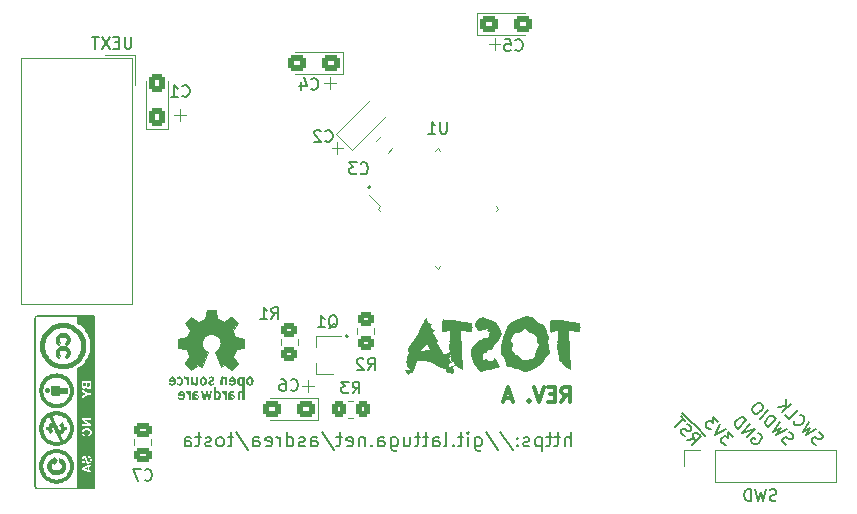
<source format=gbr>
%TF.GenerationSoftware,KiCad,Pcbnew,5.99.0-unknown-71ab42e60~106~ubuntu18.04.1*%
%TF.CreationDate,2021-01-06T07:49:34+01:00*%
%TF.ProjectId,tosta,746f7374-612e-46b6-9963-61645f706362,A*%
%TF.SameCoordinates,Original*%
%TF.FileFunction,Legend,Bot*%
%TF.FilePolarity,Positive*%
%FSLAX46Y46*%
G04 Gerber Fmt 4.6, Leading zero omitted, Abs format (unit mm)*
G04 Created by KiCad (PCBNEW 5.99.0-unknown-71ab42e60~106~ubuntu18.04.1) date 2021-01-06 07:49:34*
%MOMM*%
%LPD*%
G01*
G04 APERTURE LIST*
G04 Aperture macros list*
%AMRoundRect*
0 Rectangle with rounded corners*
0 $1 Rounding radius*
0 $2 $3 $4 $5 $6 $7 $8 $9 X,Y pos of 4 corners*
0 Add a 4 corners polygon primitive as box body*
4,1,4,$2,$3,$4,$5,$6,$7,$8,$9,$2,$3,0*
0 Add four circle primitives for the rounded corners*
1,1,$1+$1,$2,$3,0*
1,1,$1+$1,$4,$5,0*
1,1,$1+$1,$6,$7,0*
1,1,$1+$1,$8,$9,0*
0 Add four rect primitives between the rounded corners*
20,1,$1+$1,$2,$3,$4,$5,0*
20,1,$1+$1,$4,$5,$6,$7,0*
20,1,$1+$1,$6,$7,$8,$9,0*
20,1,$1+$1,$8,$9,$2,$3,0*%
G04 Aperture macros list end*
%ADD10C,0.120000*%
%ADD11C,0.200000*%
%ADD12C,0.150000*%
%ADD13C,0.300000*%
%ADD14C,0.036952*%
%ADD15C,0.042378*%
%ADD16C,0.032256*%
%ADD17C,0.023095*%
%ADD18C,0.055454*%
%ADD19O,2.000000X4.500000*%
%ADD20R,1.000000X3.000000*%
%ADD21C,2.000000*%
%ADD22R,2.000000X2.000000*%
%ADD23R,2.500000X3.000000*%
%ADD24O,5.000000X3.200000*%
%ADD25C,1.800000*%
%ADD26RoundRect,0.125000X-0.530330X0.353553X0.353553X-0.530330X0.530330X-0.353553X-0.353553X0.530330X0*%
%ADD27RoundRect,0.125000X-0.530330X-0.353553X-0.353553X-0.530330X0.530330X0.353553X0.353553X0.530330X0*%
%ADD28R,0.900000X0.800000*%
%ADD29RoundRect,0.250000X0.425000X-0.537500X0.425000X0.537500X-0.425000X0.537500X-0.425000X-0.537500X0*%
%ADD30RoundRect,0.250000X0.537500X0.425000X-0.537500X0.425000X-0.537500X-0.425000X0.537500X-0.425000X0*%
%ADD31RoundRect,0.250000X-0.450000X0.325000X-0.450000X-0.325000X0.450000X-0.325000X0.450000X0.325000X0*%
%ADD32R,1.727200X1.727200*%
%ADD33O,1.727200X1.727200*%
%ADD34RoundRect,0.250000X-0.537500X-0.425000X0.537500X-0.425000X0.537500X0.425000X-0.537500X0.425000X0*%
%ADD35R,1.700000X1.700000*%
%ADD36O,1.700000X1.700000*%
%ADD37RoundRect,0.250000X0.088388X-0.548008X0.548008X-0.088388X-0.088388X0.548008X-0.548008X0.088388X0*%
%ADD38RoundRect,0.250000X0.350000X0.450000X-0.350000X0.450000X-0.350000X-0.450000X0.350000X-0.450000X0*%
%ADD39RoundRect,0.250000X-0.079550X-0.680590X0.680590X0.079550X0.079550X0.680590X-0.680590X-0.079550X0*%
%ADD40RoundRect,0.250000X-0.475000X0.337500X-0.475000X-0.337500X0.475000X-0.337500X0.475000X0.337500X0*%
G04 APERTURE END LIST*
D10*
X62960000Y-60160000D02*
X63960000Y-60160000D01*
X63460000Y-59660000D02*
X63460000Y-60660000D01*
X90060000Y-53660000D02*
X90060000Y-54660000D01*
D11*
X79560000Y-66260000D02*
G75*
G03*
X79560000Y-66260000I-100000J0D01*
G01*
D10*
X75660000Y-57460000D02*
X76660000Y-57460000D01*
X73760000Y-83060000D02*
X74760000Y-83060000D01*
D11*
X77660000Y-78860000D02*
G75*
G03*
X77660000Y-78860000I-100000J0D01*
G01*
D10*
X74260000Y-82560000D02*
X74260000Y-83560000D01*
X76160000Y-56960000D02*
X76160000Y-57960000D01*
X76260000Y-62960000D02*
X77260000Y-62960000D01*
X76760000Y-62460000D02*
X76760000Y-63460000D01*
X89560000Y-54160000D02*
X90560000Y-54160000D01*
D12*
X110277266Y-87402816D02*
X109839534Y-86965083D01*
X109805862Y-87470160D01*
X109704847Y-87369144D01*
X109603831Y-87335473D01*
X109536488Y-87335473D01*
X109435473Y-87369144D01*
X109267114Y-87537503D01*
X109233442Y-87638518D01*
X109233442Y-87705862D01*
X109267114Y-87806877D01*
X109469144Y-88008908D01*
X109570160Y-88042579D01*
X109637503Y-88042579D01*
X109637503Y-86763053D02*
X108694694Y-87234457D01*
X109166099Y-86291648D01*
X108997740Y-86123290D02*
X108560007Y-85685557D01*
X108526335Y-86190633D01*
X108425320Y-86089618D01*
X108324305Y-86055946D01*
X108256961Y-86055946D01*
X108155946Y-86089618D01*
X107987587Y-86257977D01*
X107953916Y-86358992D01*
X107953916Y-86426335D01*
X107987587Y-86527351D01*
X108189618Y-86729381D01*
X108290633Y-86763053D01*
X108357977Y-86763053D01*
X107877955Y-87304158D02*
X107170848Y-86597051D01*
X106398755Y-87638518D02*
X106971175Y-87537503D01*
X106802816Y-88042579D02*
X107509923Y-87335473D01*
X107240549Y-87066099D01*
X107139534Y-87032427D01*
X107072190Y-87032427D01*
X106971175Y-87066099D01*
X106870160Y-87167114D01*
X106836488Y-87268129D01*
X106836488Y-87335473D01*
X106870160Y-87436488D01*
X107139534Y-87705862D01*
X107170848Y-86597051D02*
X106497413Y-85923616D01*
X106163053Y-87335473D02*
X106028366Y-87268129D01*
X105860007Y-87099770D01*
X105826335Y-86998755D01*
X105826335Y-86931412D01*
X105860007Y-86830396D01*
X105927351Y-86763053D01*
X106028366Y-86729381D01*
X106095709Y-86729381D01*
X106196725Y-86763053D01*
X106365083Y-86864068D01*
X106466099Y-86897740D01*
X106533442Y-86897740D01*
X106634457Y-86864068D01*
X106701801Y-86796725D01*
X106735473Y-86695709D01*
X106735473Y-86628366D01*
X106701801Y-86527351D01*
X106533442Y-86358992D01*
X106398755Y-86291648D01*
X106497413Y-85923616D02*
X105958665Y-85384868D01*
X106230396Y-86055946D02*
X105826335Y-85651885D01*
X105321259Y-86561022D02*
X106028366Y-85853916D01*
D11*
X96508149Y-88202857D02*
X96508149Y-87002857D01*
X95993864Y-88202857D02*
X95993864Y-87574285D01*
X96051006Y-87460000D01*
X96165292Y-87402857D01*
X96336721Y-87402857D01*
X96451006Y-87460000D01*
X96508149Y-87517142D01*
X95593864Y-87402857D02*
X95136721Y-87402857D01*
X95422435Y-87002857D02*
X95422435Y-88031428D01*
X95365292Y-88145714D01*
X95251006Y-88202857D01*
X95136721Y-88202857D01*
X94908149Y-87402857D02*
X94451006Y-87402857D01*
X94736721Y-87002857D02*
X94736721Y-88031428D01*
X94679578Y-88145714D01*
X94565292Y-88202857D01*
X94451006Y-88202857D01*
X94051006Y-87402857D02*
X94051006Y-88602857D01*
X94051006Y-87460000D02*
X93936721Y-87402857D01*
X93708149Y-87402857D01*
X93593864Y-87460000D01*
X93536721Y-87517142D01*
X93479578Y-87631428D01*
X93479578Y-87974285D01*
X93536721Y-88088571D01*
X93593864Y-88145714D01*
X93708149Y-88202857D01*
X93936721Y-88202857D01*
X94051006Y-88145714D01*
X93022435Y-88145714D02*
X92908149Y-88202857D01*
X92679578Y-88202857D01*
X92565292Y-88145714D01*
X92508149Y-88031428D01*
X92508149Y-87974285D01*
X92565292Y-87860000D01*
X92679578Y-87802857D01*
X92851006Y-87802857D01*
X92965292Y-87745714D01*
X93022435Y-87631428D01*
X93022435Y-87574285D01*
X92965292Y-87460000D01*
X92851006Y-87402857D01*
X92679578Y-87402857D01*
X92565292Y-87460000D01*
X91993864Y-88088571D02*
X91936721Y-88145714D01*
X91993864Y-88202857D01*
X92051006Y-88145714D01*
X91993864Y-88088571D01*
X91993864Y-88202857D01*
X91993864Y-87460000D02*
X91936721Y-87517142D01*
X91993864Y-87574285D01*
X92051006Y-87517142D01*
X91993864Y-87460000D01*
X91993864Y-87574285D01*
X90565292Y-86945714D02*
X91593864Y-88488571D01*
X89308149Y-86945714D02*
X90336721Y-88488571D01*
X88393864Y-87402857D02*
X88393864Y-88374285D01*
X88451006Y-88488571D01*
X88508149Y-88545714D01*
X88622435Y-88602857D01*
X88793864Y-88602857D01*
X88908149Y-88545714D01*
X88393864Y-88145714D02*
X88508149Y-88202857D01*
X88736721Y-88202857D01*
X88851006Y-88145714D01*
X88908149Y-88088571D01*
X88965292Y-87974285D01*
X88965292Y-87631428D01*
X88908149Y-87517142D01*
X88851006Y-87460000D01*
X88736721Y-87402857D01*
X88508149Y-87402857D01*
X88393864Y-87460000D01*
X87822435Y-88202857D02*
X87822435Y-87402857D01*
X87822435Y-87002857D02*
X87879578Y-87060000D01*
X87822435Y-87117142D01*
X87765292Y-87060000D01*
X87822435Y-87002857D01*
X87822435Y-87117142D01*
X87422435Y-87402857D02*
X86965292Y-87402857D01*
X87251006Y-87002857D02*
X87251006Y-88031428D01*
X87193864Y-88145714D01*
X87079578Y-88202857D01*
X86965292Y-88202857D01*
X86565292Y-88088571D02*
X86508149Y-88145714D01*
X86565292Y-88202857D01*
X86622435Y-88145714D01*
X86565292Y-88088571D01*
X86565292Y-88202857D01*
X85822435Y-88202857D02*
X85936721Y-88145714D01*
X85993863Y-88031428D01*
X85993863Y-87002857D01*
X84851006Y-88202857D02*
X84851006Y-87574285D01*
X84908149Y-87460000D01*
X85022435Y-87402857D01*
X85251006Y-87402857D01*
X85365292Y-87460000D01*
X84851006Y-88145714D02*
X84965292Y-88202857D01*
X85251006Y-88202857D01*
X85365292Y-88145714D01*
X85422435Y-88031428D01*
X85422435Y-87917142D01*
X85365292Y-87802857D01*
X85251006Y-87745714D01*
X84965292Y-87745714D01*
X84851006Y-87688571D01*
X84451006Y-87402857D02*
X83993863Y-87402857D01*
X84279578Y-87002857D02*
X84279578Y-88031428D01*
X84222435Y-88145714D01*
X84108149Y-88202857D01*
X83993863Y-88202857D01*
X83765292Y-87402857D02*
X83308149Y-87402857D01*
X83593863Y-87002857D02*
X83593863Y-88031428D01*
X83536721Y-88145714D01*
X83422435Y-88202857D01*
X83308149Y-88202857D01*
X82393863Y-87402857D02*
X82393863Y-88202857D01*
X82908149Y-87402857D02*
X82908149Y-88031428D01*
X82851006Y-88145714D01*
X82736721Y-88202857D01*
X82565292Y-88202857D01*
X82451006Y-88145714D01*
X82393863Y-88088571D01*
X81308149Y-87402857D02*
X81308149Y-88374285D01*
X81365292Y-88488571D01*
X81422435Y-88545714D01*
X81536721Y-88602857D01*
X81708149Y-88602857D01*
X81822435Y-88545714D01*
X81308149Y-88145714D02*
X81422435Y-88202857D01*
X81651006Y-88202857D01*
X81765292Y-88145714D01*
X81822435Y-88088571D01*
X81879578Y-87974285D01*
X81879578Y-87631428D01*
X81822435Y-87517142D01*
X81765292Y-87460000D01*
X81651006Y-87402857D01*
X81422435Y-87402857D01*
X81308149Y-87460000D01*
X80222435Y-88202857D02*
X80222435Y-87574285D01*
X80279578Y-87460000D01*
X80393863Y-87402857D01*
X80622435Y-87402857D01*
X80736721Y-87460000D01*
X80222435Y-88145714D02*
X80336721Y-88202857D01*
X80622435Y-88202857D01*
X80736721Y-88145714D01*
X80793863Y-88031428D01*
X80793863Y-87917142D01*
X80736721Y-87802857D01*
X80622435Y-87745714D01*
X80336721Y-87745714D01*
X80222435Y-87688571D01*
X79651006Y-88088571D02*
X79593863Y-88145714D01*
X79651006Y-88202857D01*
X79708149Y-88145714D01*
X79651006Y-88088571D01*
X79651006Y-88202857D01*
X79079578Y-87402857D02*
X79079578Y-88202857D01*
X79079578Y-87517142D02*
X79022435Y-87460000D01*
X78908149Y-87402857D01*
X78736721Y-87402857D01*
X78622435Y-87460000D01*
X78565292Y-87574285D01*
X78565292Y-88202857D01*
X77536721Y-88145714D02*
X77651006Y-88202857D01*
X77879578Y-88202857D01*
X77993863Y-88145714D01*
X78051006Y-88031428D01*
X78051006Y-87574285D01*
X77993863Y-87460000D01*
X77879578Y-87402857D01*
X77651006Y-87402857D01*
X77536721Y-87460000D01*
X77479578Y-87574285D01*
X77479578Y-87688571D01*
X78051006Y-87802857D01*
X77136721Y-87402857D02*
X76679578Y-87402857D01*
X76965292Y-87002857D02*
X76965292Y-88031428D01*
X76908149Y-88145714D01*
X76793863Y-88202857D01*
X76679578Y-88202857D01*
X75422435Y-86945714D02*
X76451006Y-88488571D01*
X74508149Y-88202857D02*
X74508149Y-87574285D01*
X74565292Y-87460000D01*
X74679578Y-87402857D01*
X74908149Y-87402857D01*
X75022435Y-87460000D01*
X74508149Y-88145714D02*
X74622435Y-88202857D01*
X74908149Y-88202857D01*
X75022435Y-88145714D01*
X75079578Y-88031428D01*
X75079578Y-87917142D01*
X75022435Y-87802857D01*
X74908149Y-87745714D01*
X74622435Y-87745714D01*
X74508149Y-87688571D01*
X73993863Y-88145714D02*
X73879578Y-88202857D01*
X73651006Y-88202857D01*
X73536721Y-88145714D01*
X73479578Y-88031428D01*
X73479578Y-87974285D01*
X73536721Y-87860000D01*
X73651006Y-87802857D01*
X73822435Y-87802857D01*
X73936721Y-87745714D01*
X73993863Y-87631428D01*
X73993863Y-87574285D01*
X73936721Y-87460000D01*
X73822435Y-87402857D01*
X73651006Y-87402857D01*
X73536721Y-87460000D01*
X72451006Y-88202857D02*
X72451006Y-87002857D01*
X72451006Y-88145714D02*
X72565292Y-88202857D01*
X72793863Y-88202857D01*
X72908149Y-88145714D01*
X72965292Y-88088571D01*
X73022435Y-87974285D01*
X73022435Y-87631428D01*
X72965292Y-87517142D01*
X72908149Y-87460000D01*
X72793863Y-87402857D01*
X72565292Y-87402857D01*
X72451006Y-87460000D01*
X71879578Y-88202857D02*
X71879578Y-87402857D01*
X71879578Y-87631428D02*
X71822435Y-87517142D01*
X71765292Y-87460000D01*
X71651006Y-87402857D01*
X71536721Y-87402857D01*
X70679578Y-88145714D02*
X70793863Y-88202857D01*
X71022435Y-88202857D01*
X71136721Y-88145714D01*
X71193863Y-88031428D01*
X71193863Y-87574285D01*
X71136721Y-87460000D01*
X71022435Y-87402857D01*
X70793863Y-87402857D01*
X70679578Y-87460000D01*
X70622435Y-87574285D01*
X70622435Y-87688571D01*
X71193863Y-87802857D01*
X69593863Y-88202857D02*
X69593863Y-87574285D01*
X69651006Y-87460000D01*
X69765292Y-87402857D01*
X69993863Y-87402857D01*
X70108149Y-87460000D01*
X69593863Y-88145714D02*
X69708149Y-88202857D01*
X69993863Y-88202857D01*
X70108149Y-88145714D01*
X70165292Y-88031428D01*
X70165292Y-87917142D01*
X70108149Y-87802857D01*
X69993863Y-87745714D01*
X69708149Y-87745714D01*
X69593863Y-87688571D01*
X68165292Y-86945714D02*
X69193863Y-88488571D01*
X67936721Y-87402857D02*
X67479578Y-87402857D01*
X67765292Y-87002857D02*
X67765292Y-88031428D01*
X67708149Y-88145714D01*
X67593863Y-88202857D01*
X67479578Y-88202857D01*
X66908149Y-88202857D02*
X67022435Y-88145714D01*
X67079578Y-88088571D01*
X67136721Y-87974285D01*
X67136721Y-87631428D01*
X67079578Y-87517142D01*
X67022435Y-87460000D01*
X66908149Y-87402857D01*
X66736721Y-87402857D01*
X66622435Y-87460000D01*
X66565292Y-87517142D01*
X66508149Y-87631428D01*
X66508149Y-87974285D01*
X66565292Y-88088571D01*
X66622435Y-88145714D01*
X66736721Y-88202857D01*
X66908149Y-88202857D01*
X66051006Y-88145714D02*
X65936721Y-88202857D01*
X65708149Y-88202857D01*
X65593863Y-88145714D01*
X65536721Y-88031428D01*
X65536721Y-87974285D01*
X65593863Y-87860000D01*
X65708149Y-87802857D01*
X65879578Y-87802857D01*
X65993863Y-87745714D01*
X66051006Y-87631428D01*
X66051006Y-87574285D01*
X65993863Y-87460000D01*
X65879578Y-87402857D01*
X65708149Y-87402857D01*
X65593863Y-87460000D01*
X65193863Y-87402857D02*
X64736721Y-87402857D01*
X65022435Y-87002857D02*
X65022435Y-88031428D01*
X64965292Y-88145714D01*
X64851006Y-88202857D01*
X64736721Y-88202857D01*
X63822435Y-88202857D02*
X63822435Y-87574285D01*
X63879578Y-87460000D01*
X63993863Y-87402857D01*
X64222435Y-87402857D01*
X64336721Y-87460000D01*
X63822435Y-88145714D02*
X63936721Y-88202857D01*
X64222435Y-88202857D01*
X64336721Y-88145714D01*
X64393863Y-88031428D01*
X64393863Y-87917142D01*
X64336721Y-87802857D01*
X64222435Y-87745714D01*
X63936721Y-87745714D01*
X63822435Y-87688571D01*
D12*
X112405862Y-87098755D02*
X112506877Y-87132427D01*
X112607892Y-87233442D01*
X112675236Y-87368129D01*
X112675236Y-87502816D01*
X112641564Y-87603831D01*
X112540549Y-87772190D01*
X112439534Y-87873205D01*
X112271175Y-87974221D01*
X112170160Y-88007892D01*
X112035473Y-88007892D01*
X111900786Y-87940549D01*
X111833442Y-87873205D01*
X111766099Y-87738518D01*
X111766099Y-87671175D01*
X112001801Y-87435473D01*
X112136488Y-87570160D01*
X111395709Y-87435473D02*
X112102816Y-86728366D01*
X110991648Y-87031412D01*
X111698755Y-86324305D01*
X110654931Y-86694694D02*
X111362038Y-85987587D01*
X111193679Y-85819229D01*
X111058992Y-85751885D01*
X110924305Y-85751885D01*
X110823290Y-85785557D01*
X110654931Y-85886572D01*
X110553916Y-85987587D01*
X110452900Y-86155946D01*
X110419229Y-86256961D01*
X110419229Y-86391648D01*
X110486572Y-86526335D01*
X110654931Y-86694694D01*
X114770160Y-88042579D02*
X114635473Y-87975236D01*
X114467114Y-87806877D01*
X114433442Y-87705862D01*
X114433442Y-87638518D01*
X114467114Y-87537503D01*
X114534457Y-87470160D01*
X114635473Y-87436488D01*
X114702816Y-87436488D01*
X114803831Y-87470160D01*
X114972190Y-87571175D01*
X115073205Y-87604847D01*
X115140549Y-87604847D01*
X115241564Y-87571175D01*
X115308908Y-87503831D01*
X115342579Y-87402816D01*
X115342579Y-87335473D01*
X115308908Y-87234457D01*
X115140549Y-87066099D01*
X115005862Y-86998755D01*
X114803831Y-86729381D02*
X113928366Y-87268129D01*
X114298755Y-86628366D01*
X113658992Y-86998755D01*
X114197740Y-86123290D01*
X113221259Y-86561022D02*
X113928366Y-85853916D01*
X113760007Y-85685557D01*
X113625320Y-85618213D01*
X113490633Y-85618213D01*
X113389618Y-85651885D01*
X113221259Y-85752900D01*
X113120244Y-85853916D01*
X113019229Y-86022274D01*
X112985557Y-86123290D01*
X112985557Y-86257977D01*
X113052900Y-86392664D01*
X113221259Y-86561022D01*
X112514152Y-85853916D02*
X113221259Y-85146809D01*
X112749855Y-84675404D02*
X112615168Y-84540717D01*
X112514152Y-84507046D01*
X112379465Y-84507046D01*
X112211107Y-84608061D01*
X111975404Y-84843763D01*
X111874389Y-85012122D01*
X111874389Y-85146809D01*
X111908061Y-85247824D01*
X112042748Y-85382511D01*
X112143763Y-85416183D01*
X112278450Y-85416183D01*
X112446809Y-85315168D01*
X112682511Y-85079465D01*
X112783526Y-84911107D01*
X112783526Y-84776420D01*
X112749855Y-84675404D01*
X117270160Y-88042579D02*
X117135473Y-87975236D01*
X116967114Y-87806877D01*
X116933442Y-87705862D01*
X116933442Y-87638518D01*
X116967114Y-87537503D01*
X117034457Y-87470160D01*
X117135473Y-87436488D01*
X117202816Y-87436488D01*
X117303831Y-87470160D01*
X117472190Y-87571175D01*
X117573205Y-87604847D01*
X117640549Y-87604847D01*
X117741564Y-87571175D01*
X117808908Y-87503831D01*
X117842579Y-87402816D01*
X117842579Y-87335473D01*
X117808908Y-87234457D01*
X117640549Y-87066099D01*
X117505862Y-86998755D01*
X117303831Y-86729381D02*
X116428366Y-87268129D01*
X116798755Y-86628366D01*
X116158992Y-86998755D01*
X116697740Y-86123290D01*
X115384542Y-86089618D02*
X115384542Y-86156961D01*
X115451885Y-86291648D01*
X115519229Y-86358992D01*
X115653916Y-86426335D01*
X115788603Y-86426335D01*
X115889618Y-86392664D01*
X116057977Y-86291648D01*
X116158992Y-86190633D01*
X116260007Y-86022274D01*
X116293679Y-85921259D01*
X116293679Y-85786572D01*
X116226335Y-85651885D01*
X116158992Y-85584542D01*
X116024305Y-85517198D01*
X115956961Y-85517198D01*
X114677435Y-85517198D02*
X115014152Y-85853916D01*
X115721259Y-85146809D01*
X114441733Y-85281496D02*
X115148839Y-84574389D01*
X114037672Y-84877435D02*
X114744778Y-84776420D01*
X114744778Y-84170328D02*
X114744778Y-84978450D01*
D13*
X95716959Y-84425476D02*
X96133625Y-83830238D01*
X96431244Y-84425476D02*
X96431244Y-83175476D01*
X95955054Y-83175476D01*
X95836006Y-83235000D01*
X95776483Y-83294523D01*
X95716959Y-83413571D01*
X95716959Y-83592142D01*
X95776483Y-83711190D01*
X95836006Y-83770714D01*
X95955054Y-83830238D01*
X96431244Y-83830238D01*
X95181244Y-83770714D02*
X94764578Y-83770714D01*
X94586006Y-84425476D02*
X95181244Y-84425476D01*
X95181244Y-83175476D01*
X94586006Y-83175476D01*
X94228864Y-83175476D02*
X93812197Y-84425476D01*
X93395530Y-83175476D01*
X92978864Y-84306428D02*
X92919340Y-84365952D01*
X92978864Y-84425476D01*
X93038387Y-84365952D01*
X92978864Y-84306428D01*
X92978864Y-84425476D01*
X91490768Y-84068333D02*
X90895530Y-84068333D01*
X91609816Y-84425476D02*
X91193149Y-83175476D01*
X90776483Y-84425476D01*
D12*
X113917142Y-92764761D02*
X113774285Y-92812380D01*
X113536190Y-92812380D01*
X113440952Y-92764761D01*
X113393333Y-92717142D01*
X113345714Y-92621904D01*
X113345714Y-92526666D01*
X113393333Y-92431428D01*
X113440952Y-92383809D01*
X113536190Y-92336190D01*
X113726666Y-92288571D01*
X113821904Y-92240952D01*
X113869523Y-92193333D01*
X113917142Y-92098095D01*
X113917142Y-92002857D01*
X113869523Y-91907619D01*
X113821904Y-91860000D01*
X113726666Y-91812380D01*
X113488571Y-91812380D01*
X113345714Y-91860000D01*
X113012380Y-91812380D02*
X112774285Y-92812380D01*
X112583809Y-92098095D01*
X112393333Y-92812380D01*
X112155238Y-91812380D01*
X111774285Y-92812380D02*
X111774285Y-91812380D01*
X111536190Y-91812380D01*
X111393333Y-91860000D01*
X111298095Y-91955238D01*
X111250476Y-92050476D01*
X111202857Y-92240952D01*
X111202857Y-92383809D01*
X111250476Y-92574285D01*
X111298095Y-92669523D01*
X111393333Y-92764761D01*
X111536190Y-92812380D01*
X111774285Y-92812380D01*
X86035768Y-60712380D02*
X86035768Y-61521904D01*
X85988149Y-61617142D01*
X85940530Y-61664761D01*
X85845292Y-61712380D01*
X85654816Y-61712380D01*
X85559578Y-61664761D01*
X85511959Y-61617142D01*
X85464340Y-61521904D01*
X85464340Y-60712380D01*
X84464340Y-61712380D02*
X85035768Y-61712380D01*
X84750054Y-61712380D02*
X84750054Y-60712380D01*
X84845292Y-60855238D01*
X84940530Y-60950476D01*
X85035768Y-60998095D01*
X76006363Y-78207619D02*
X76101601Y-78160000D01*
X76196839Y-78064761D01*
X76339696Y-77921904D01*
X76434934Y-77874285D01*
X76530172Y-77874285D01*
X76482553Y-78112380D02*
X76577791Y-78064761D01*
X76673029Y-77969523D01*
X76720648Y-77779047D01*
X76720648Y-77445714D01*
X76673029Y-77255238D01*
X76577791Y-77160000D01*
X76482553Y-77112380D01*
X76292077Y-77112380D01*
X76196839Y-77160000D01*
X76101601Y-77255238D01*
X76053982Y-77445714D01*
X76053982Y-77779047D01*
X76101601Y-77969523D01*
X76196839Y-78064761D01*
X76292077Y-78112380D01*
X76482553Y-78112380D01*
X75101601Y-78112380D02*
X75673029Y-78112380D01*
X75387315Y-78112380D02*
X75387315Y-77112380D01*
X75482553Y-77255238D01*
X75577791Y-77350476D01*
X75673029Y-77398095D01*
X63626666Y-58517142D02*
X63674285Y-58564761D01*
X63817142Y-58612380D01*
X63912380Y-58612380D01*
X64055238Y-58564761D01*
X64150476Y-58469523D01*
X64198095Y-58374285D01*
X64245714Y-58183809D01*
X64245714Y-58040952D01*
X64198095Y-57850476D01*
X64150476Y-57755238D01*
X64055238Y-57660000D01*
X63912380Y-57612380D01*
X63817142Y-57612380D01*
X63674285Y-57660000D01*
X63626666Y-57707619D01*
X62674285Y-58612380D02*
X63245714Y-58612380D01*
X62960000Y-58612380D02*
X62960000Y-57612380D01*
X63055238Y-57755238D01*
X63150476Y-57850476D01*
X63245714Y-57898095D01*
X74526666Y-57917142D02*
X74574285Y-57964761D01*
X74717142Y-58012380D01*
X74812380Y-58012380D01*
X74955238Y-57964761D01*
X75050476Y-57869523D01*
X75098095Y-57774285D01*
X75145714Y-57583809D01*
X75145714Y-57440952D01*
X75098095Y-57250476D01*
X75050476Y-57155238D01*
X74955238Y-57060000D01*
X74812380Y-57012380D01*
X74717142Y-57012380D01*
X74574285Y-57060000D01*
X74526666Y-57107619D01*
X73669523Y-57345714D02*
X73669523Y-58012380D01*
X73907619Y-56964761D02*
X74145714Y-57679047D01*
X73526666Y-57679047D01*
X79336618Y-81712380D02*
X79669952Y-81236190D01*
X79908047Y-81712380D02*
X79908047Y-80712380D01*
X79527094Y-80712380D01*
X79431856Y-80760000D01*
X79384237Y-80807619D01*
X79336618Y-80902857D01*
X79336618Y-81045714D01*
X79384237Y-81140952D01*
X79431856Y-81188571D01*
X79527094Y-81236190D01*
X79908047Y-81236190D01*
X78955666Y-80807619D02*
X78908047Y-80760000D01*
X78812809Y-80712380D01*
X78574713Y-80712380D01*
X78479475Y-80760000D01*
X78431856Y-80807619D01*
X78384237Y-80902857D01*
X78384237Y-80998095D01*
X78431856Y-81140952D01*
X79003285Y-81712380D01*
X78384237Y-81712380D01*
X59324404Y-53512380D02*
X59324404Y-54321904D01*
X59276785Y-54417142D01*
X59229166Y-54464761D01*
X59133928Y-54512380D01*
X58943452Y-54512380D01*
X58848214Y-54464761D01*
X58800595Y-54417142D01*
X58752976Y-54321904D01*
X58752976Y-53512380D01*
X58276785Y-53988571D02*
X57943452Y-53988571D01*
X57800595Y-54512380D02*
X58276785Y-54512380D01*
X58276785Y-53512380D01*
X57800595Y-53512380D01*
X57467261Y-53512380D02*
X56800595Y-54512380D01*
X56800595Y-53512380D02*
X57467261Y-54512380D01*
X56562500Y-53512380D02*
X55991071Y-53512380D01*
X56276785Y-54512380D02*
X56276785Y-53512380D01*
X71176666Y-77412380D02*
X71510000Y-76936190D01*
X71748095Y-77412380D02*
X71748095Y-76412380D01*
X71367142Y-76412380D01*
X71271904Y-76460000D01*
X71224285Y-76507619D01*
X71176666Y-76602857D01*
X71176666Y-76745714D01*
X71224285Y-76840952D01*
X71271904Y-76888571D01*
X71367142Y-76936190D01*
X71748095Y-76936190D01*
X70224285Y-77412380D02*
X70795714Y-77412380D01*
X70510000Y-77412380D02*
X70510000Y-76412380D01*
X70605238Y-76555238D01*
X70700476Y-76650476D01*
X70795714Y-76698095D01*
X72803030Y-83417142D02*
X72850649Y-83464761D01*
X72993506Y-83512380D01*
X73088744Y-83512380D01*
X73231602Y-83464761D01*
X73326840Y-83369523D01*
X73374459Y-83274285D01*
X73422078Y-83083809D01*
X73422078Y-82940952D01*
X73374459Y-82750476D01*
X73326840Y-82655238D01*
X73231602Y-82560000D01*
X73088744Y-82512380D01*
X72993506Y-82512380D01*
X72850649Y-82560000D01*
X72803030Y-82607619D01*
X71945887Y-82512380D02*
X72136364Y-82512380D01*
X72231602Y-82560000D01*
X72279221Y-82607619D01*
X72374459Y-82750476D01*
X72422078Y-82940952D01*
X72422078Y-83321904D01*
X72374459Y-83417142D01*
X72326840Y-83464761D01*
X72231602Y-83512380D01*
X72041125Y-83512380D01*
X71945887Y-83464761D01*
X71898268Y-83417142D01*
X71850649Y-83321904D01*
X71850649Y-83083809D01*
X71898268Y-82988571D01*
X71945887Y-82940952D01*
X72041125Y-82893333D01*
X72231602Y-82893333D01*
X72326840Y-82940952D01*
X72374459Y-82988571D01*
X72422078Y-83083809D01*
X91826666Y-54617142D02*
X91874285Y-54664761D01*
X92017142Y-54712380D01*
X92112380Y-54712380D01*
X92255238Y-54664761D01*
X92350476Y-54569523D01*
X92398095Y-54474285D01*
X92445714Y-54283809D01*
X92445714Y-54140952D01*
X92398095Y-53950476D01*
X92350476Y-53855238D01*
X92255238Y-53760000D01*
X92112380Y-53712380D01*
X92017142Y-53712380D01*
X91874285Y-53760000D01*
X91826666Y-53807619D01*
X90921904Y-53712380D02*
X91398095Y-53712380D01*
X91445714Y-54188571D01*
X91398095Y-54140952D01*
X91302857Y-54093333D01*
X91064761Y-54093333D01*
X90969523Y-54140952D01*
X90921904Y-54188571D01*
X90874285Y-54283809D01*
X90874285Y-54521904D01*
X90921904Y-54617142D01*
X90969523Y-54664761D01*
X91064761Y-54712380D01*
X91302857Y-54712380D01*
X91398095Y-54664761D01*
X91445714Y-54617142D01*
X78726666Y-65067142D02*
X78774285Y-65114761D01*
X78917142Y-65162380D01*
X79012380Y-65162380D01*
X79155238Y-65114761D01*
X79250476Y-65019523D01*
X79298095Y-64924285D01*
X79345714Y-64733809D01*
X79345714Y-64590952D01*
X79298095Y-64400476D01*
X79250476Y-64305238D01*
X79155238Y-64210000D01*
X79012380Y-64162380D01*
X78917142Y-64162380D01*
X78774285Y-64210000D01*
X78726666Y-64257619D01*
X78393333Y-64162380D02*
X77774285Y-64162380D01*
X78107619Y-64543333D01*
X77964761Y-64543333D01*
X77869523Y-64590952D01*
X77821904Y-64638571D01*
X77774285Y-64733809D01*
X77774285Y-64971904D01*
X77821904Y-65067142D01*
X77869523Y-65114761D01*
X77964761Y-65162380D01*
X78250476Y-65162380D01*
X78345714Y-65114761D01*
X78393333Y-65067142D01*
X78056803Y-83712380D02*
X78390137Y-83236190D01*
X78628232Y-83712380D02*
X78628232Y-82712380D01*
X78247279Y-82712380D01*
X78152041Y-82760000D01*
X78104422Y-82807619D01*
X78056803Y-82902857D01*
X78056803Y-83045714D01*
X78104422Y-83140952D01*
X78152041Y-83188571D01*
X78247279Y-83236190D01*
X78628232Y-83236190D01*
X77723470Y-82712380D02*
X77104422Y-82712380D01*
X77437756Y-83093333D01*
X77294898Y-83093333D01*
X77199660Y-83140952D01*
X77152041Y-83188571D01*
X77104422Y-83283809D01*
X77104422Y-83521904D01*
X77152041Y-83617142D01*
X77199660Y-83664761D01*
X77294898Y-83712380D01*
X77580613Y-83712380D01*
X77675851Y-83664761D01*
X77723470Y-83617142D01*
X75726666Y-62317142D02*
X75774285Y-62364761D01*
X75917142Y-62412380D01*
X76012380Y-62412380D01*
X76155238Y-62364761D01*
X76250476Y-62269523D01*
X76298095Y-62174285D01*
X76345714Y-61983809D01*
X76345714Y-61840952D01*
X76298095Y-61650476D01*
X76250476Y-61555238D01*
X76155238Y-61460000D01*
X76012380Y-61412380D01*
X75917142Y-61412380D01*
X75774285Y-61460000D01*
X75726666Y-61507619D01*
X75345714Y-61507619D02*
X75298095Y-61460000D01*
X75202857Y-61412380D01*
X74964761Y-61412380D01*
X74869523Y-61460000D01*
X74821904Y-61507619D01*
X74774285Y-61602857D01*
X74774285Y-61698095D01*
X74821904Y-61840952D01*
X75393333Y-62412380D01*
X74774285Y-62412380D01*
X60426666Y-91017142D02*
X60474285Y-91064761D01*
X60617142Y-91112380D01*
X60712380Y-91112380D01*
X60855238Y-91064761D01*
X60950476Y-90969523D01*
X60998095Y-90874285D01*
X61045714Y-90683809D01*
X61045714Y-90540952D01*
X60998095Y-90350476D01*
X60950476Y-90255238D01*
X60855238Y-90160000D01*
X60712380Y-90112380D01*
X60617142Y-90112380D01*
X60474285Y-90160000D01*
X60426666Y-90207619D01*
X60093333Y-90112380D02*
X59426666Y-90112380D01*
X59855238Y-91112380D01*
D10*
X85273864Y-73165311D02*
X85485996Y-72953179D01*
X85061732Y-72953179D02*
X85273864Y-73165311D01*
X80380685Y-67847868D02*
X79450840Y-66918023D01*
X85485996Y-63166821D02*
X85273864Y-62954689D01*
X80380685Y-68272132D02*
X80168553Y-68060000D01*
X80168553Y-68060000D02*
X80380685Y-67847868D01*
X90167043Y-67847868D02*
X90379175Y-68060000D01*
X90379175Y-68060000D02*
X90167043Y-68272132D01*
X85273864Y-62954689D02*
X85061732Y-63166821D01*
X74913864Y-82040000D02*
X74913864Y-81110000D01*
X74913864Y-78880000D02*
X74913864Y-79810000D01*
X74913864Y-82040000D02*
X76373864Y-82040000D01*
X74913864Y-78880000D02*
X77073864Y-78880000D01*
X62408864Y-57260000D02*
X62408864Y-61345000D01*
X62408864Y-61345000D02*
X60538864Y-61345000D01*
X60538864Y-61345000D02*
X60538864Y-57260000D01*
X77222234Y-56695000D02*
X73137234Y-56695000D01*
X77222234Y-54825000D02*
X77222234Y-56695000D01*
X73137234Y-54825000D02*
X77222234Y-54825000D01*
X78459952Y-78198748D02*
X78459952Y-78721252D01*
X79879952Y-78198748D02*
X79879952Y-78721252D01*
X59579864Y-55072500D02*
X59579864Y-57612500D01*
X49979864Y-55322500D02*
X49979864Y-76182500D01*
X59329864Y-55322500D02*
X49979864Y-55322500D01*
X59579864Y-55072500D02*
X57039864Y-55072500D01*
X49979864Y-76182500D02*
X59329864Y-76182500D01*
X59329864Y-76182500D02*
X59329864Y-55322500D01*
X71963864Y-79123748D02*
X71963864Y-79646252D01*
X73383864Y-79123748D02*
X73383864Y-79646252D01*
X71036364Y-84125000D02*
X75121364Y-84125000D01*
X75121364Y-84125000D02*
X75121364Y-85995000D01*
X75121364Y-85995000D02*
X71036364Y-85995000D01*
G36*
X52279409Y-83256494D02*
G01*
X52347464Y-83296310D01*
X52398576Y-83359329D01*
X52415613Y-83444092D01*
X52401635Y-83526972D01*
X52359701Y-83591873D01*
X52292305Y-83636773D01*
X52211355Y-83651739D01*
X52133652Y-83636773D01*
X52067338Y-83591873D01*
X52022157Y-83524901D01*
X52007096Y-83444092D01*
X52026157Y-83357400D01*
X52083340Y-83288592D01*
X52143159Y-83256682D01*
X52211166Y-83246046D01*
X52211543Y-83243222D01*
X52279409Y-83256494D01*
G37*
D14*
X51515671Y-83446991D02*
X51771512Y-83450756D01*
X51771512Y-83450756D02*
X51776858Y-83569452D01*
X51776858Y-83569452D02*
X51792886Y-83683579D01*
X51792886Y-83683579D02*
X51819585Y-83793139D01*
X51819585Y-83793139D02*
X51856943Y-83898136D01*
X51856943Y-83898136D02*
X51904946Y-83998572D01*
X51904946Y-83998572D02*
X51963583Y-84094448D01*
X51963583Y-84094448D02*
X52032841Y-84185768D01*
X52032841Y-84185768D02*
X52112708Y-84272534D01*
X52112708Y-84272534D02*
X52199377Y-84352637D01*
X52199377Y-84352637D02*
X52290738Y-84422050D01*
X52290738Y-84422050D02*
X52386784Y-84480776D01*
X52386784Y-84480776D02*
X52487506Y-84528817D01*
X52487506Y-84528817D02*
X52592897Y-84566177D01*
X52592897Y-84566177D02*
X52702950Y-84592859D01*
X52702950Y-84592859D02*
X52817656Y-84608866D01*
X52817656Y-84608866D02*
X52937009Y-84614201D01*
X52937009Y-84614201D02*
X53056970Y-84608976D01*
X53056970Y-84608976D02*
X53171717Y-84593301D01*
X53171717Y-84593301D02*
X53281248Y-84567173D01*
X53281248Y-84567173D02*
X53385565Y-84530589D01*
X53385565Y-84530589D02*
X53484668Y-84483547D01*
X53484668Y-84483547D02*
X53578556Y-84426045D01*
X53578556Y-84426045D02*
X53667231Y-84358080D01*
X53667231Y-84358080D02*
X53750692Y-84279650D01*
X53750692Y-84279650D02*
X53832300Y-84189628D01*
X53832300Y-84189628D02*
X53903023Y-84095727D01*
X53903023Y-84095727D02*
X53962860Y-83997945D01*
X53962860Y-83997945D02*
X54011815Y-83896280D01*
X54011815Y-83896280D02*
X54049888Y-83790730D01*
X54049888Y-83790730D02*
X54077082Y-83681294D01*
X54077082Y-83681294D02*
X54093397Y-83567970D01*
X54093397Y-83567970D02*
X54098835Y-83450756D01*
X54098835Y-83450756D02*
X54093459Y-83333581D01*
X54093459Y-83333581D02*
X54077327Y-83220530D01*
X54077327Y-83220530D02*
X54050431Y-83111603D01*
X54050431Y-83111603D02*
X54012761Y-83006798D01*
X54012761Y-83006798D02*
X53964311Y-82906114D01*
X53964311Y-82906114D02*
X53905072Y-82809553D01*
X53905072Y-82809553D02*
X53835035Y-82717111D01*
X53835035Y-82717111D02*
X53754193Y-82628790D01*
X53754193Y-82628790D02*
X53666050Y-82547836D01*
X53666050Y-82547836D02*
X53573905Y-82477703D01*
X53573905Y-82477703D02*
X53477758Y-82418383D01*
X53477758Y-82418383D02*
X53377609Y-82369867D01*
X53377609Y-82369867D02*
X53273460Y-82332146D01*
X53273460Y-82332146D02*
X53165309Y-82305214D01*
X53165309Y-82305214D02*
X53053159Y-82289061D01*
X53053159Y-82289061D02*
X52937009Y-82283678D01*
X52937009Y-82283678D02*
X52820732Y-82289123D01*
X52820732Y-82289123D02*
X52708242Y-82305460D01*
X52708242Y-82305460D02*
X52599537Y-82332690D01*
X52599537Y-82332690D02*
X52494615Y-82370817D01*
X52494615Y-82370817D02*
X52393473Y-82419842D01*
X52393473Y-82419842D02*
X52296110Y-82479768D01*
X52296110Y-82479768D02*
X52202522Y-82550596D01*
X52202522Y-82550596D02*
X52112708Y-82632329D01*
X52112708Y-82632329D02*
X52032712Y-82718299D01*
X52032712Y-82718299D02*
X51963392Y-82808936D01*
X51963392Y-82808936D02*
X51904748Y-82904240D01*
X51904748Y-82904240D02*
X51856773Y-83004211D01*
X51856773Y-83004211D02*
X51819466Y-83108849D01*
X51819466Y-83108849D02*
X51792823Y-83218153D01*
X51792823Y-83218153D02*
X51776839Y-83332122D01*
X51776839Y-83332122D02*
X51771512Y-83450756D01*
X51771512Y-83450756D02*
X51515671Y-83446991D01*
X51515671Y-83446991D02*
X51520761Y-83318026D01*
X51520761Y-83318026D02*
X51536029Y-83193525D01*
X51536029Y-83193525D02*
X51561474Y-83073492D01*
X51561474Y-83073492D02*
X51597095Y-82957929D01*
X51597095Y-82957929D02*
X51642890Y-82846841D01*
X51642890Y-82846841D02*
X51698857Y-82740230D01*
X51698857Y-82740230D02*
X51764997Y-82638099D01*
X51764997Y-82638099D02*
X51841306Y-82540452D01*
X51841306Y-82540452D02*
X51927784Y-82447292D01*
X51927784Y-82447292D02*
X52024430Y-82359111D01*
X52024430Y-82359111D02*
X52124957Y-82281326D01*
X52124957Y-82281326D02*
X52229358Y-82213933D01*
X52229358Y-82213933D02*
X52337629Y-82156924D01*
X52337629Y-82156924D02*
X52449767Y-82110295D01*
X52449767Y-82110295D02*
X52565767Y-82074037D01*
X52565767Y-82074037D02*
X52685625Y-82048147D01*
X52685625Y-82048147D02*
X52809336Y-82032617D01*
X52809336Y-82032617D02*
X52936896Y-82027442D01*
X52936896Y-82027442D02*
X53064342Y-82032629D01*
X53064342Y-82032629D02*
X53187766Y-82048188D01*
X53187766Y-82048188D02*
X53307164Y-82074117D01*
X53307164Y-82074117D02*
X53422535Y-82110412D01*
X53422535Y-82110412D02*
X53533878Y-82157072D01*
X53533878Y-82157072D02*
X53641190Y-82214092D01*
X53641190Y-82214092D02*
X53744471Y-82281471D01*
X53744471Y-82281471D02*
X53843718Y-82359205D01*
X53843718Y-82359205D02*
X53938929Y-82447292D01*
X53938929Y-82447292D02*
X54026925Y-82542635D01*
X54026925Y-82542635D02*
X54104563Y-82641903D01*
X54104563Y-82641903D02*
X54171846Y-82745099D01*
X54171846Y-82745099D02*
X54228774Y-82852228D01*
X54228774Y-82852228D02*
X54275349Y-82963294D01*
X54275349Y-82963294D02*
X54311571Y-83078299D01*
X54311571Y-83078299D02*
X54337443Y-83197248D01*
X54337443Y-83197248D02*
X54352965Y-83320144D01*
X54352965Y-83320144D02*
X54358139Y-83446991D01*
X54358139Y-83446991D02*
X54352917Y-83575516D01*
X54352917Y-83575516D02*
X54337251Y-83700179D01*
X54337251Y-83700179D02*
X54311143Y-83820981D01*
X54311143Y-83820981D02*
X54274594Y-83937921D01*
X54274594Y-83937921D02*
X54227606Y-84050999D01*
X54227606Y-84050999D02*
X54170178Y-84160215D01*
X54170178Y-84160215D02*
X54102314Y-84265568D01*
X54102314Y-84265568D02*
X54024013Y-84367059D01*
X54024013Y-84367059D02*
X53935277Y-84464688D01*
X53935277Y-84464688D02*
X53843641Y-84549819D01*
X53843641Y-84549819D02*
X53747186Y-84624927D01*
X53747186Y-84624927D02*
X53645911Y-84690015D01*
X53645911Y-84690015D02*
X53539812Y-84745083D01*
X53539812Y-84745083D02*
X53428888Y-84790135D01*
X53428888Y-84790135D02*
X53313136Y-84825171D01*
X53313136Y-84825171D02*
X53192555Y-84850195D01*
X53192555Y-84850195D02*
X53067143Y-84865207D01*
X53067143Y-84865207D02*
X52936896Y-84870211D01*
X52936896Y-84870211D02*
X52806510Y-84865121D01*
X52806510Y-84865121D02*
X52680692Y-84849847D01*
X52680692Y-84849847D02*
X52559442Y-84824388D01*
X52559442Y-84824388D02*
X52442758Y-84788740D01*
X52442758Y-84788740D02*
X52330638Y-84742899D01*
X52330638Y-84742899D02*
X52223082Y-84686863D01*
X52223082Y-84686863D02*
X52120089Y-84620629D01*
X52120089Y-84620629D02*
X52021656Y-84544193D01*
X52021656Y-84544193D02*
X51927784Y-84457553D01*
X51927784Y-84457553D02*
X51841311Y-84363517D01*
X51841311Y-84363517D02*
X51765004Y-84264931D01*
X51765004Y-84264931D02*
X51698866Y-84161790D01*
X51698866Y-84161790D02*
X51642897Y-84054089D01*
X51642897Y-84054089D02*
X51597101Y-83941822D01*
X51597101Y-83941822D02*
X51561478Y-83824984D01*
X51561478Y-83824984D02*
X51536031Y-83703570D01*
X51536031Y-83703570D02*
X51520761Y-83577574D01*
X51520761Y-83577574D02*
X51515671Y-83446991D01*
X51515671Y-83446991D02*
X51515671Y-83446991D01*
G36*
X51536029Y-83193525D02*
G01*
X51561474Y-83073492D01*
X51597095Y-82957929D01*
X51642890Y-82846841D01*
X51698857Y-82740230D01*
X51764997Y-82638099D01*
X51841306Y-82540452D01*
X51927784Y-82447292D01*
X52024430Y-82359111D01*
X52124957Y-82281326D01*
X52229358Y-82213933D01*
X52337629Y-82156924D01*
X52449767Y-82110295D01*
X52565767Y-82074037D01*
X52685625Y-82048147D01*
X52809336Y-82032617D01*
X52936896Y-82027442D01*
X53064342Y-82032629D01*
X53187766Y-82048188D01*
X53307164Y-82074117D01*
X53422535Y-82110412D01*
X53533878Y-82157072D01*
X53641190Y-82214092D01*
X53744471Y-82281471D01*
X53843718Y-82359205D01*
X53938929Y-82447292D01*
X54026925Y-82542635D01*
X54104563Y-82641903D01*
X54171846Y-82745099D01*
X54228774Y-82852228D01*
X54275349Y-82963294D01*
X54311571Y-83078299D01*
X54337443Y-83197248D01*
X54352965Y-83320144D01*
X54358139Y-83446991D01*
X54352917Y-83575516D01*
X54337251Y-83700179D01*
X54311143Y-83820981D01*
X54274594Y-83937921D01*
X54227606Y-84050999D01*
X54170178Y-84160215D01*
X54102314Y-84265568D01*
X54024013Y-84367059D01*
X53935277Y-84464688D01*
X53843641Y-84549819D01*
X53747186Y-84624927D01*
X53645911Y-84690015D01*
X53539812Y-84745083D01*
X53428888Y-84790135D01*
X53313136Y-84825171D01*
X53192555Y-84850195D01*
X53067143Y-84865207D01*
X52936896Y-84870211D01*
X52806510Y-84865121D01*
X52680692Y-84849847D01*
X52559442Y-84824388D01*
X52442758Y-84788740D01*
X52330638Y-84742899D01*
X52223082Y-84686863D01*
X52120089Y-84620629D01*
X52021656Y-84544193D01*
X51927784Y-84457553D01*
X51841311Y-84363517D01*
X51765004Y-84264931D01*
X51698866Y-84161790D01*
X51642897Y-84054089D01*
X51597101Y-83941822D01*
X51561478Y-83824984D01*
X51536031Y-83703570D01*
X51520761Y-83577574D01*
X51515818Y-83450756D01*
X51771512Y-83450756D01*
X51776858Y-83569452D01*
X51792886Y-83683579D01*
X51819585Y-83793139D01*
X51856943Y-83898136D01*
X51904946Y-83998572D01*
X51963583Y-84094448D01*
X52032841Y-84185768D01*
X52112708Y-84272534D01*
X52199377Y-84352637D01*
X52290738Y-84422050D01*
X52386784Y-84480776D01*
X52487506Y-84528817D01*
X52592897Y-84566177D01*
X52702950Y-84592859D01*
X52817656Y-84608866D01*
X52937009Y-84614201D01*
X53056970Y-84608976D01*
X53171717Y-84593301D01*
X53281248Y-84567173D01*
X53385565Y-84530589D01*
X53484668Y-84483547D01*
X53578556Y-84426045D01*
X53667231Y-84358080D01*
X53750692Y-84279650D01*
X53832300Y-84189628D01*
X53903023Y-84095727D01*
X53962860Y-83997945D01*
X54011815Y-83896280D01*
X54049888Y-83790730D01*
X54077082Y-83681294D01*
X54093397Y-83567970D01*
X54098835Y-83450756D01*
X54093459Y-83333581D01*
X54077327Y-83220530D01*
X54050431Y-83111603D01*
X54012761Y-83006798D01*
X53964311Y-82906114D01*
X53905072Y-82809553D01*
X53835035Y-82717111D01*
X53754193Y-82628790D01*
X53666050Y-82547836D01*
X53573905Y-82477703D01*
X53477758Y-82418383D01*
X53377609Y-82369867D01*
X53273460Y-82332146D01*
X53165309Y-82305214D01*
X53053159Y-82289061D01*
X52937009Y-82283678D01*
X52820732Y-82289123D01*
X52708242Y-82305460D01*
X52599537Y-82332690D01*
X52494615Y-82370817D01*
X52393473Y-82419842D01*
X52296110Y-82479768D01*
X52202522Y-82550596D01*
X52112708Y-82632329D01*
X52032712Y-82718299D01*
X51963392Y-82808936D01*
X51904748Y-82904240D01*
X51856773Y-83004211D01*
X51819466Y-83108849D01*
X51792823Y-83218153D01*
X51776839Y-83332122D01*
X51771512Y-83450756D01*
X51515818Y-83450756D01*
X51515671Y-83446991D01*
X51520761Y-83318026D01*
X51536029Y-83193525D01*
G37*
X51536029Y-83193525D02*
X51561474Y-83073492D01*
X51597095Y-82957929D01*
X51642890Y-82846841D01*
X51698857Y-82740230D01*
X51764997Y-82638099D01*
X51841306Y-82540452D01*
X51927784Y-82447292D01*
X52024430Y-82359111D01*
X52124957Y-82281326D01*
X52229358Y-82213933D01*
X52337629Y-82156924D01*
X52449767Y-82110295D01*
X52565767Y-82074037D01*
X52685625Y-82048147D01*
X52809336Y-82032617D01*
X52936896Y-82027442D01*
X53064342Y-82032629D01*
X53187766Y-82048188D01*
X53307164Y-82074117D01*
X53422535Y-82110412D01*
X53533878Y-82157072D01*
X53641190Y-82214092D01*
X53744471Y-82281471D01*
X53843718Y-82359205D01*
X53938929Y-82447292D01*
X54026925Y-82542635D01*
X54104563Y-82641903D01*
X54171846Y-82745099D01*
X54228774Y-82852228D01*
X54275349Y-82963294D01*
X54311571Y-83078299D01*
X54337443Y-83197248D01*
X54352965Y-83320144D01*
X54358139Y-83446991D01*
X54352917Y-83575516D01*
X54337251Y-83700179D01*
X54311143Y-83820981D01*
X54274594Y-83937921D01*
X54227606Y-84050999D01*
X54170178Y-84160215D01*
X54102314Y-84265568D01*
X54024013Y-84367059D01*
X53935277Y-84464688D01*
X53843641Y-84549819D01*
X53747186Y-84624927D01*
X53645911Y-84690015D01*
X53539812Y-84745083D01*
X53428888Y-84790135D01*
X53313136Y-84825171D01*
X53192555Y-84850195D01*
X53067143Y-84865207D01*
X52936896Y-84870211D01*
X52806510Y-84865121D01*
X52680692Y-84849847D01*
X52559442Y-84824388D01*
X52442758Y-84788740D01*
X52330638Y-84742899D01*
X52223082Y-84686863D01*
X52120089Y-84620629D01*
X52021656Y-84544193D01*
X51927784Y-84457553D01*
X51841311Y-84363517D01*
X51765004Y-84264931D01*
X51698866Y-84161790D01*
X51642897Y-84054089D01*
X51597101Y-83941822D01*
X51561478Y-83824984D01*
X51536031Y-83703570D01*
X51520761Y-83577574D01*
X51515818Y-83450756D01*
X51771512Y-83450756D01*
X51776858Y-83569452D01*
X51792886Y-83683579D01*
X51819585Y-83793139D01*
X51856943Y-83898136D01*
X51904946Y-83998572D01*
X51963583Y-84094448D01*
X52032841Y-84185768D01*
X52112708Y-84272534D01*
X52199377Y-84352637D01*
X52290738Y-84422050D01*
X52386784Y-84480776D01*
X52487506Y-84528817D01*
X52592897Y-84566177D01*
X52702950Y-84592859D01*
X52817656Y-84608866D01*
X52937009Y-84614201D01*
X53056970Y-84608976D01*
X53171717Y-84593301D01*
X53281248Y-84567173D01*
X53385565Y-84530589D01*
X53484668Y-84483547D01*
X53578556Y-84426045D01*
X53667231Y-84358080D01*
X53750692Y-84279650D01*
X53832300Y-84189628D01*
X53903023Y-84095727D01*
X53962860Y-83997945D01*
X54011815Y-83896280D01*
X54049888Y-83790730D01*
X54077082Y-83681294D01*
X54093397Y-83567970D01*
X54098835Y-83450756D01*
X54093459Y-83333581D01*
X54077327Y-83220530D01*
X54050431Y-83111603D01*
X54012761Y-83006798D01*
X53964311Y-82906114D01*
X53905072Y-82809553D01*
X53835035Y-82717111D01*
X53754193Y-82628790D01*
X53666050Y-82547836D01*
X53573905Y-82477703D01*
X53477758Y-82418383D01*
X53377609Y-82369867D01*
X53273460Y-82332146D01*
X53165309Y-82305214D01*
X53053159Y-82289061D01*
X52937009Y-82283678D01*
X52820732Y-82289123D01*
X52708242Y-82305460D01*
X52599537Y-82332690D01*
X52494615Y-82370817D01*
X52393473Y-82419842D01*
X52296110Y-82479768D01*
X52202522Y-82550596D01*
X52112708Y-82632329D01*
X52032712Y-82718299D01*
X51963392Y-82808936D01*
X51904748Y-82904240D01*
X51856773Y-83004211D01*
X51819466Y-83108849D01*
X51792823Y-83218153D01*
X51776839Y-83332122D01*
X51771512Y-83450756D01*
X51515818Y-83450756D01*
X51515671Y-83446991D01*
X51520761Y-83318026D01*
X51536029Y-83193525D01*
G36*
X55484366Y-90143826D02*
G01*
X55313617Y-90085843D01*
X55313617Y-90083584D01*
X55484366Y-90023341D01*
X55484366Y-90143826D01*
G37*
G36*
X55658428Y-86333605D02*
G01*
X55658428Y-86335469D01*
X55484102Y-86335469D01*
X55484102Y-86225546D01*
X55658428Y-86333605D01*
G37*
G36*
X53501364Y-87671790D02*
G01*
X53425945Y-87748550D01*
X53337523Y-87777702D01*
X53240667Y-87775519D01*
X52303826Y-85671959D01*
X52362894Y-85616228D01*
X52434370Y-85567358D01*
X52554509Y-85545262D01*
X53501364Y-87671790D01*
G37*
D15*
X53262542Y-87136181D02*
X53363392Y-87100271D01*
X53363392Y-87100271D02*
X53447757Y-87038824D01*
X53447757Y-87038824D02*
X53513332Y-86956205D01*
X53513332Y-86956205D02*
X53557812Y-86856778D01*
X53557812Y-86856778D02*
X53578889Y-86744908D01*
X53578889Y-86744908D02*
X53798264Y-86744908D01*
X53798264Y-86744908D02*
X53798264Y-86581878D01*
X53798264Y-86581878D02*
X53578889Y-86581878D01*
X53578889Y-86581878D02*
X53565994Y-86463697D01*
X53565994Y-86463697D02*
X53531674Y-86350506D01*
X53531674Y-86350506D02*
X53478321Y-86245145D01*
X53478321Y-86245145D02*
X53408328Y-86150450D01*
X53408328Y-86150450D02*
X53210828Y-86346124D01*
X53210828Y-86346124D02*
X53283523Y-86441657D01*
X53283523Y-86441657D02*
X53325637Y-86544812D01*
X53325637Y-86544812D02*
X53339219Y-86663375D01*
X53339219Y-86663375D02*
X53326710Y-86746110D01*
X53326710Y-86746110D02*
X53282826Y-86812195D01*
X53282826Y-86812195D02*
X53198027Y-86839206D01*
X53198027Y-86839206D02*
X53112746Y-86800614D01*
X53112746Y-86800614D02*
X53052128Y-86665069D01*
X53052128Y-86665069D02*
X52977202Y-86496391D01*
X52977202Y-86496391D02*
X52924984Y-86379154D01*
X52924984Y-86379154D02*
X52876861Y-86271236D01*
X52876861Y-86271236D02*
X53262542Y-87136181D01*
X53262542Y-87136181D02*
X53262542Y-87136181D01*
G36*
X53478321Y-86245145D02*
G01*
X53531674Y-86350506D01*
X53565994Y-86463697D01*
X53578889Y-86581878D01*
X53798264Y-86581878D01*
X53798264Y-86744908D01*
X53578889Y-86744908D01*
X53557812Y-86856778D01*
X53513332Y-86956205D01*
X53447757Y-87038824D01*
X53363392Y-87100271D01*
X53262542Y-87136181D01*
X53112954Y-86800708D01*
X53112746Y-86800614D01*
X53052128Y-86665069D01*
X52977202Y-86496391D01*
X52926876Y-86383403D01*
X52876861Y-86271236D01*
X52924984Y-86379154D01*
X52926876Y-86383403D01*
X53112954Y-86800708D01*
X53198027Y-86839206D01*
X53282826Y-86812195D01*
X53326710Y-86746110D01*
X53339219Y-86663375D01*
X53325637Y-86544812D01*
X53283523Y-86441657D01*
X53210828Y-86346124D01*
X53408328Y-86150450D01*
X53478321Y-86245145D01*
G37*
X53478321Y-86245145D02*
X53531674Y-86350506D01*
X53565994Y-86463697D01*
X53578889Y-86581878D01*
X53798264Y-86581878D01*
X53798264Y-86744908D01*
X53578889Y-86744908D01*
X53557812Y-86856778D01*
X53513332Y-86956205D01*
X53447757Y-87038824D01*
X53363392Y-87100271D01*
X53262542Y-87136181D01*
X53112954Y-86800708D01*
X53112746Y-86800614D01*
X53052128Y-86665069D01*
X52977202Y-86496391D01*
X52926876Y-86383403D01*
X52876861Y-86271236D01*
X52924984Y-86379154D01*
X52926876Y-86383403D01*
X53112954Y-86800708D01*
X53198027Y-86839206D01*
X53282826Y-86812195D01*
X53326710Y-86746110D01*
X53339219Y-86663375D01*
X53325637Y-86544812D01*
X53283523Y-86441657D01*
X53210828Y-86346124D01*
X53408328Y-86150450D01*
X53478321Y-86245145D01*
D16*
X53309813Y-80492698D02*
X53222902Y-80437280D01*
X53222902Y-80437280D02*
X53170754Y-80367002D01*
X53170754Y-80367002D02*
X53153372Y-80281813D01*
X53153372Y-80281813D02*
X53167017Y-80188848D01*
X53167017Y-80188848D02*
X53207955Y-80116464D01*
X53207955Y-80116464D02*
X53276188Y-80064704D01*
X53276188Y-80064704D02*
X53371718Y-80033616D01*
X53371718Y-80033616D02*
X53494550Y-80023243D01*
X53494550Y-80023243D02*
X53617429Y-80033589D01*
X53617429Y-80033589D02*
X53712962Y-80064623D01*
X53712962Y-80064623D02*
X53781170Y-80116342D01*
X53781170Y-80116342D02*
X53822078Y-80188740D01*
X53822078Y-80188740D02*
X53835708Y-80281813D01*
X53835708Y-80281813D02*
X53817252Y-80382466D01*
X53817252Y-80382466D02*
X53761856Y-80460696D01*
X53761856Y-80460696D02*
X53669478Y-80516381D01*
X53669478Y-80516381D02*
X53794104Y-80755806D01*
X53794104Y-80755806D02*
X53901225Y-80682220D01*
X53901225Y-80682220D02*
X53984515Y-80595224D01*
X53984515Y-80595224D02*
X54043988Y-80494855D01*
X54043988Y-80494855D02*
X54079661Y-80381148D01*
X54079661Y-80381148D02*
X54091549Y-80254140D01*
X54091549Y-80254140D02*
X54081657Y-80131553D01*
X54081657Y-80131553D02*
X54051945Y-80021854D01*
X54051945Y-80021854D02*
X54002359Y-79924983D01*
X54002359Y-79924983D02*
X53932849Y-79840879D01*
X53932849Y-79840879D02*
X53846009Y-79772850D01*
X53846009Y-79772850D02*
X53744225Y-79724324D01*
X53744225Y-79724324D02*
X53627545Y-79695247D01*
X53627545Y-79695247D02*
X53496018Y-79685567D01*
X53496018Y-79685567D02*
X53366272Y-79695418D01*
X53366272Y-79695418D02*
X53250651Y-79724983D01*
X53250651Y-79724983D02*
X53149132Y-79774280D01*
X53149132Y-79774280D02*
X53061691Y-79843326D01*
X53061691Y-79843326D02*
X52991321Y-79927494D01*
X52991321Y-79927494D02*
X52940948Y-80022426D01*
X52940948Y-80022426D02*
X52910659Y-80128121D01*
X52910659Y-80128121D02*
X52900543Y-80244576D01*
X52900543Y-80244576D02*
X52911739Y-80377877D01*
X52911739Y-80377877D02*
X52945288Y-80495190D01*
X52945288Y-80495190D02*
X53001133Y-80596483D01*
X53001133Y-80596483D02*
X53079217Y-80681722D01*
X53079217Y-80681722D02*
X53179483Y-80750874D01*
X53179483Y-80750874D02*
X53309813Y-80492698D01*
X53309813Y-80492698D02*
X53309813Y-80492698D01*
G36*
X53627545Y-79695247D02*
G01*
X53744225Y-79724324D01*
X53846009Y-79772850D01*
X53932849Y-79840879D01*
X54002359Y-79924983D01*
X54051945Y-80021854D01*
X54081657Y-80131553D01*
X54091549Y-80254140D01*
X54079661Y-80381148D01*
X54043988Y-80494855D01*
X53984515Y-80595224D01*
X53901225Y-80682220D01*
X53794104Y-80755806D01*
X53669478Y-80516381D01*
X53761856Y-80460696D01*
X53817252Y-80382466D01*
X53835708Y-80281813D01*
X53822078Y-80188740D01*
X53781170Y-80116342D01*
X53712962Y-80064623D01*
X53617429Y-80033589D01*
X53494550Y-80023243D01*
X53371718Y-80033616D01*
X53276188Y-80064704D01*
X53207955Y-80116464D01*
X53167017Y-80188848D01*
X53153372Y-80281813D01*
X53170754Y-80367002D01*
X53222902Y-80437280D01*
X53309813Y-80492698D01*
X53179483Y-80750874D01*
X53079217Y-80681722D01*
X53001133Y-80596483D01*
X52945288Y-80495190D01*
X52911739Y-80377877D01*
X52900543Y-80244576D01*
X52910659Y-80128121D01*
X52940948Y-80022426D01*
X52991321Y-79927494D01*
X53061691Y-79843326D01*
X53149132Y-79774280D01*
X53250651Y-79724983D01*
X53366272Y-79695418D01*
X53496018Y-79685567D01*
X53627545Y-79695247D01*
G37*
X53627545Y-79695247D02*
X53744225Y-79724324D01*
X53846009Y-79772850D01*
X53932849Y-79840879D01*
X54002359Y-79924983D01*
X54051945Y-80021854D01*
X54081657Y-80131553D01*
X54091549Y-80254140D01*
X54079661Y-80381148D01*
X54043988Y-80494855D01*
X53984515Y-80595224D01*
X53901225Y-80682220D01*
X53794104Y-80755806D01*
X53669478Y-80516381D01*
X53761856Y-80460696D01*
X53817252Y-80382466D01*
X53835708Y-80281813D01*
X53822078Y-80188740D01*
X53781170Y-80116342D01*
X53712962Y-80064623D01*
X53617429Y-80033589D01*
X53494550Y-80023243D01*
X53371718Y-80033616D01*
X53276188Y-80064704D01*
X53207955Y-80116464D01*
X53167017Y-80188848D01*
X53153372Y-80281813D01*
X53170754Y-80367002D01*
X53222902Y-80437280D01*
X53309813Y-80492698D01*
X53179483Y-80750874D01*
X53079217Y-80681722D01*
X53001133Y-80596483D01*
X52945288Y-80495190D01*
X52911739Y-80377877D01*
X52900543Y-80244576D01*
X52910659Y-80128121D01*
X52940948Y-80022426D01*
X52991321Y-79927494D01*
X53061691Y-79843326D01*
X53149132Y-79774280D01*
X53250651Y-79724983D01*
X53366272Y-79695418D01*
X53496018Y-79685567D01*
X53627545Y-79695247D01*
G36*
X55484064Y-82656426D02*
G01*
X55113500Y-82656426D01*
X55113500Y-83039284D01*
X55122913Y-83144519D01*
X55156987Y-83226411D01*
X55218359Y-83279499D01*
X55314370Y-83300772D01*
X55416782Y-83273287D01*
X55484177Y-83190265D01*
X55484177Y-83592532D01*
X55113594Y-83370126D01*
X55113594Y-83570356D01*
X55434139Y-83761474D01*
X55113594Y-83950465D01*
X55113594Y-84149471D01*
X55484177Y-83925841D01*
X55484177Y-85819589D01*
X55113594Y-85819589D01*
X55113594Y-85997304D01*
X55484177Y-86228219D01*
X55484177Y-86338538D01*
X55113594Y-86338538D01*
X55113594Y-86505898D01*
X55484177Y-86505898D01*
X55484177Y-86633536D01*
X55354469Y-86654809D01*
X55281613Y-86688436D01*
X55218924Y-86733500D01*
X55167318Y-86790424D01*
X55127996Y-86859067D01*
X55102981Y-86938606D01*
X55093921Y-87027745D01*
X55115194Y-87154630D01*
X55171107Y-87261748D01*
X55263164Y-87339310D01*
X55321383Y-87364654D01*
X55387790Y-87377714D01*
X55387790Y-87204330D01*
X55331878Y-87183057D01*
X55330842Y-87183057D01*
X55286226Y-87143335D01*
X55255916Y-87090246D01*
X55246503Y-87027180D01*
X55270789Y-86925145D01*
X55332913Y-86856808D01*
X55421959Y-86818216D01*
X55485966Y-86808803D01*
X55485966Y-89076279D01*
X55434948Y-89033356D01*
X55340067Y-89012083D01*
X55232008Y-89039569D01*
X55155387Y-89108847D01*
X55109829Y-89206552D01*
X55094769Y-89314612D01*
X55109829Y-89437355D01*
X55155387Y-89541273D01*
X55237091Y-89613751D01*
X55356445Y-89641237D01*
X55356445Y-89467853D01*
X55295827Y-89452792D01*
X55258928Y-89418153D01*
X55237655Y-89369206D01*
X55232008Y-89307834D01*
X55235773Y-89264724D01*
X55250833Y-89226131D01*
X55281143Y-89195822D01*
X55323877Y-89182644D01*
X55362470Y-89192057D01*
X55389955Y-89227637D01*
X55414240Y-89300869D01*
X55445867Y-89424177D01*
X55460928Y-89486490D01*
X55485213Y-89534495D01*
X55485213Y-89853026D01*
X55114630Y-89992712D01*
X55114630Y-90175321D01*
X55485213Y-90314066D01*
X55485213Y-91749467D01*
X55483368Y-91811591D01*
X54714245Y-91811591D01*
X54712288Y-82263403D01*
X55484102Y-82263365D01*
X55484064Y-82656426D01*
G37*
G36*
X56247746Y-91751726D02*
G01*
X56223461Y-91797660D01*
X56183739Y-91812721D01*
X55482370Y-91812721D01*
X55482370Y-90315064D01*
X55923380Y-90479412D01*
X55923380Y-90294732D01*
X55742654Y-90233172D01*
X55742654Y-89928912D01*
X55923380Y-89865846D01*
X55923380Y-89685873D01*
X55482370Y-89853233D01*
X55482370Y-89534721D01*
X55497431Y-89567478D01*
X55568027Y-89635815D01*
X55679287Y-89666124D01*
X55783204Y-89644851D01*
X55866225Y-89580468D01*
X55919314Y-89475232D01*
X55935598Y-89407083D01*
X55940587Y-89329333D01*
X55925526Y-89198495D01*
X55873379Y-89087235D01*
X55783393Y-89010615D01*
X55723762Y-88987836D01*
X55653684Y-88983129D01*
X55653684Y-89156514D01*
X55722962Y-89171574D01*
X55724826Y-89173438D01*
X55770761Y-89212031D01*
X55798246Y-89269261D01*
X55807659Y-89337598D01*
X55803894Y-89388615D01*
X55788833Y-89439633D01*
X55757206Y-89479355D01*
X55707130Y-89494416D01*
X55654041Y-89473143D01*
X55619402Y-89418172D01*
X55595117Y-89340610D01*
X55570832Y-89252882D01*
X55543535Y-89165155D01*
X55500800Y-89087593D01*
X55485740Y-89074415D01*
X55485740Y-86806939D01*
X55525462Y-86803174D01*
X55624485Y-86816352D01*
X55711083Y-86854756D01*
X55773208Y-86923093D01*
X55797493Y-87025128D01*
X55785562Y-87097748D01*
X55747228Y-87152578D01*
X55688798Y-87189571D01*
X55614696Y-87208490D01*
X55614696Y-87381875D01*
X55687292Y-87370368D01*
X55752688Y-87346294D01*
X55857923Y-87271933D01*
X55924190Y-87162556D01*
X55941980Y-87096737D01*
X55948475Y-87024564D01*
X55940850Y-86935636D01*
X55915718Y-86855886D01*
X55877478Y-86787172D01*
X55826673Y-86730319D01*
X55764713Y-86684902D01*
X55693011Y-86651627D01*
X55613401Y-86630825D01*
X55527721Y-86624142D01*
X55484234Y-86629790D01*
X55484234Y-86502340D01*
X55929047Y-86501756D01*
X55929047Y-86323101D01*
X55488037Y-86048434D01*
X55488037Y-85983109D01*
X55929047Y-85983109D01*
X55929047Y-85815749D01*
X55484234Y-85816031D01*
X55484234Y-83922283D01*
X55616955Y-83843215D01*
X55928312Y-83843215D01*
X55928312Y-83664559D01*
X55612851Y-83664559D01*
X55484460Y-83588880D01*
X55484460Y-83186632D01*
X55515710Y-83252545D01*
X55562775Y-83299398D01*
X55621981Y-83327425D01*
X55692483Y-83337237D01*
X55799601Y-83312952D01*
X55872080Y-83248380D01*
X55914814Y-83156323D01*
X55929875Y-83049205D01*
X55929875Y-82655071D01*
X55483857Y-82653301D01*
X55484102Y-82263365D01*
X56247746Y-82263365D01*
X56247746Y-91751726D01*
G37*
G36*
X55786198Y-83025108D02*
G01*
X55780550Y-83075184D01*
X55761724Y-83117918D01*
X55728968Y-83148228D01*
X55676820Y-83157641D01*
X55587775Y-83122060D01*
X55560478Y-83029061D01*
X55562737Y-82833086D01*
X55785143Y-82833086D01*
X55786198Y-83025108D01*
G37*
D17*
X51515031Y-86643852D02*
X51770872Y-86647617D01*
X51770872Y-86647617D02*
X51776202Y-86766313D01*
X51776202Y-86766313D02*
X51792192Y-86880442D01*
X51792192Y-86880442D02*
X51818842Y-86990008D01*
X51818842Y-86990008D02*
X51856152Y-87095014D01*
X51856152Y-87095014D02*
X51904122Y-87195465D01*
X51904122Y-87195465D02*
X51962752Y-87291365D01*
X51962752Y-87291365D02*
X52032043Y-87382718D01*
X52032043Y-87382718D02*
X52111993Y-87469527D01*
X52111993Y-87469527D02*
X52198649Y-87549630D01*
X52198649Y-87549630D02*
X52289988Y-87619031D01*
X52289988Y-87619031D02*
X52386010Y-87677736D01*
X52386010Y-87677736D02*
X52486713Y-87725751D01*
X52486713Y-87725751D02*
X52592094Y-87763085D01*
X52592094Y-87763085D02*
X52702153Y-87789744D01*
X52702153Y-87789744D02*
X52816886Y-87805734D01*
X52816886Y-87805734D02*
X52936293Y-87811062D01*
X52936293Y-87811062D02*
X53056242Y-87805838D01*
X53056242Y-87805838D02*
X53170979Y-87790163D01*
X53170979Y-87790163D02*
X53280506Y-87764034D01*
X53280506Y-87764034D02*
X53384824Y-87727450D01*
X53384824Y-87727450D02*
X53483936Y-87680409D01*
X53483936Y-87680409D02*
X53577844Y-87622907D01*
X53577844Y-87622907D02*
X53666548Y-87554942D01*
X53666548Y-87554942D02*
X53750051Y-87476511D01*
X53750051Y-87476511D02*
X53831570Y-87386581D01*
X53831570Y-87386581D02*
X53902244Y-87292721D01*
X53902244Y-87292721D02*
X53962064Y-87194942D01*
X53962064Y-87194942D02*
X54011025Y-87093254D01*
X54011025Y-87093254D02*
X54049118Y-86987667D01*
X54049118Y-86987667D02*
X54076336Y-86878192D01*
X54076336Y-86878192D02*
X54092672Y-86764839D01*
X54092672Y-86764839D02*
X54098119Y-86647617D01*
X54098119Y-86647617D02*
X54092736Y-86530480D01*
X54092736Y-86530480D02*
X54076585Y-86417457D01*
X54076585Y-86417457D02*
X54049666Y-86308548D01*
X54049666Y-86308548D02*
X54011975Y-86203755D01*
X54011975Y-86203755D02*
X53963513Y-86103078D01*
X53963513Y-86103078D02*
X53904277Y-86006517D01*
X53904277Y-86006517D02*
X53834266Y-85914073D01*
X53834266Y-85914073D02*
X53753478Y-85825745D01*
X53753478Y-85825745D02*
X53665248Y-85744794D01*
X53665248Y-85744794D02*
X53573063Y-85674667D01*
X53573063Y-85674667D02*
X53476910Y-85615356D01*
X53476910Y-85615356D02*
X53376781Y-85566850D01*
X53376781Y-85566850D02*
X53272665Y-85529140D01*
X53272665Y-85529140D02*
X53164552Y-85502217D01*
X53164552Y-85502217D02*
X53052431Y-85486070D01*
X53052431Y-85486070D02*
X52936293Y-85480690D01*
X52936293Y-85480690D02*
X52820022Y-85486127D01*
X52820022Y-85486127D02*
X52707535Y-85502445D01*
X52707535Y-85502445D02*
X52598830Y-85529653D01*
X52598830Y-85529653D02*
X52493907Y-85567759D01*
X52493907Y-85567759D02*
X52392763Y-85616771D01*
X52392763Y-85616771D02*
X52295397Y-85676700D01*
X52295397Y-85676700D02*
X52201807Y-85747554D01*
X52201807Y-85747554D02*
X52111993Y-85829341D01*
X52111993Y-85829341D02*
X52031994Y-85915217D01*
X52031994Y-85915217D02*
X51962681Y-86005794D01*
X51962681Y-86005794D02*
X51904048Y-86101067D01*
X51904048Y-86101067D02*
X51856089Y-86201028D01*
X51856089Y-86201028D02*
X51818797Y-86305670D01*
X51818797Y-86305670D02*
X51792168Y-86414987D01*
X51792168Y-86414987D02*
X51776195Y-86528972D01*
X51776195Y-86528972D02*
X51770872Y-86647617D01*
X51770872Y-86647617D02*
X51515031Y-86643852D01*
X51515031Y-86643852D02*
X51520121Y-86514856D01*
X51520121Y-86514856D02*
X51535388Y-86390335D01*
X51535388Y-86390335D02*
X51560833Y-86270291D01*
X51560833Y-86270291D02*
X51596451Y-86154727D01*
X51596451Y-86154727D02*
X51642243Y-86043645D01*
X51642243Y-86043645D02*
X51698206Y-85937046D01*
X51698206Y-85937046D02*
X51764339Y-85834933D01*
X51764339Y-85834933D02*
X51840639Y-85737308D01*
X51840639Y-85737308D02*
X51927106Y-85644172D01*
X51927106Y-85644172D02*
X52023824Y-85555989D01*
X52023824Y-85555989D02*
X52124392Y-85478199D01*
X52124392Y-85478199D02*
X52228812Y-85410799D01*
X52228812Y-85410799D02*
X52337085Y-85353781D01*
X52337085Y-85353781D02*
X52449213Y-85307142D01*
X52449213Y-85307142D02*
X52565196Y-85270876D01*
X52565196Y-85270876D02*
X52685036Y-85244978D01*
X52685036Y-85244978D02*
X52808735Y-85229443D01*
X52808735Y-85229443D02*
X52936293Y-85224265D01*
X52936293Y-85224265D02*
X53063763Y-85229453D01*
X53063763Y-85229453D02*
X53187194Y-85245012D01*
X53187194Y-85245012D02*
X53306588Y-85270943D01*
X53306588Y-85270943D02*
X53421946Y-85307241D01*
X53421946Y-85307241D02*
X53533270Y-85353905D01*
X53533270Y-85353905D02*
X53640561Y-85410932D01*
X53640561Y-85410932D02*
X53743821Y-85478321D01*
X53743821Y-85478321D02*
X53843051Y-85556068D01*
X53843051Y-85556068D02*
X53938252Y-85644172D01*
X53938252Y-85644172D02*
X54026254Y-85739432D01*
X54026254Y-85739432D02*
X54103900Y-85838648D01*
X54103900Y-85838648D02*
X54171191Y-85941820D01*
X54171191Y-85941820D02*
X54228128Y-86048946D01*
X54228128Y-86048946D02*
X54274710Y-86160025D01*
X54274710Y-86160025D02*
X54310940Y-86275056D01*
X54310940Y-86275056D02*
X54336817Y-86394039D01*
X54336817Y-86394039D02*
X54352343Y-86516971D01*
X54352343Y-86516971D02*
X54357518Y-86643852D01*
X54357518Y-86643852D02*
X54352290Y-86772381D01*
X54352290Y-86772381D02*
X54336609Y-86897043D01*
X54336609Y-86897043D02*
X54310484Y-87017839D01*
X54310484Y-87017839D02*
X54273919Y-87134769D01*
X54273919Y-87134769D02*
X54226923Y-87247835D01*
X54226923Y-87247835D02*
X54169501Y-87357035D01*
X54169501Y-87357035D02*
X54101661Y-87462372D01*
X54101661Y-87462372D02*
X54023408Y-87563845D01*
X54023408Y-87563845D02*
X53934750Y-87661455D01*
X53934750Y-87661455D02*
X53843108Y-87746591D01*
X53843108Y-87746591D02*
X53746637Y-87821711D01*
X53746637Y-87821711D02*
X53645339Y-87886816D01*
X53645339Y-87886816D02*
X53539216Y-87941905D01*
X53539216Y-87941905D02*
X53428270Y-87986979D01*
X53428270Y-87986979D02*
X53312503Y-88022036D01*
X53312503Y-88022036D02*
X53191917Y-88047077D01*
X53191917Y-88047077D02*
X53066513Y-88062102D01*
X53066513Y-88062102D02*
X52936293Y-88067110D01*
X52936293Y-88067110D02*
X52805926Y-88062007D01*
X52805926Y-88062007D02*
X52680115Y-88046702D01*
X52680115Y-88046702D02*
X52558862Y-88021199D01*
X52558862Y-88021199D02*
X52442167Y-87985503D01*
X52442167Y-87985503D02*
X52330032Y-87939621D01*
X52330032Y-87939621D02*
X52222458Y-87883556D01*
X52222458Y-87883556D02*
X52119444Y-87817314D01*
X52119444Y-87817314D02*
X52020994Y-87740900D01*
X52020994Y-87740900D02*
X51927106Y-87654320D01*
X51927106Y-87654320D02*
X51840629Y-87560368D01*
X51840629Y-87560368D02*
X51764324Y-87461828D01*
X51764324Y-87461828D02*
X51698189Y-87358703D01*
X51698189Y-87358703D02*
X51642228Y-87250996D01*
X51642228Y-87250996D02*
X51596439Y-87138711D01*
X51596439Y-87138711D02*
X51560824Y-87021850D01*
X51560824Y-87021850D02*
X51535384Y-86900418D01*
X51535384Y-86900418D02*
X51520119Y-86774417D01*
X51520119Y-86774417D02*
X51515031Y-86643852D01*
X51515031Y-86643852D02*
X51515031Y-86643852D01*
G36*
X51535388Y-86390335D02*
G01*
X51560833Y-86270291D01*
X51596451Y-86154727D01*
X51642243Y-86043645D01*
X51698206Y-85937046D01*
X51764339Y-85834933D01*
X51840639Y-85737308D01*
X51927106Y-85644172D01*
X52023824Y-85555989D01*
X52124392Y-85478199D01*
X52228812Y-85410799D01*
X52337085Y-85353781D01*
X52449213Y-85307142D01*
X52565196Y-85270876D01*
X52685036Y-85244978D01*
X52808735Y-85229443D01*
X52936293Y-85224265D01*
X53063763Y-85229453D01*
X53187194Y-85245012D01*
X53306588Y-85270943D01*
X53421946Y-85307241D01*
X53533270Y-85353905D01*
X53640561Y-85410932D01*
X53743821Y-85478321D01*
X53843051Y-85556068D01*
X53938252Y-85644172D01*
X54026254Y-85739432D01*
X54103900Y-85838648D01*
X54171191Y-85941820D01*
X54228128Y-86048946D01*
X54274710Y-86160025D01*
X54310940Y-86275056D01*
X54336817Y-86394039D01*
X54352343Y-86516971D01*
X54357518Y-86643852D01*
X54352290Y-86772381D01*
X54336609Y-86897043D01*
X54310484Y-87017839D01*
X54273919Y-87134769D01*
X54226923Y-87247835D01*
X54169501Y-87357035D01*
X54101661Y-87462372D01*
X54023408Y-87563845D01*
X53934750Y-87661455D01*
X53843108Y-87746591D01*
X53746637Y-87821711D01*
X53645339Y-87886816D01*
X53539216Y-87941905D01*
X53428270Y-87986979D01*
X53312503Y-88022036D01*
X53191917Y-88047077D01*
X53066513Y-88062102D01*
X52936293Y-88067110D01*
X52805926Y-88062007D01*
X52680115Y-88046702D01*
X52558862Y-88021199D01*
X52442167Y-87985503D01*
X52330032Y-87939621D01*
X52222458Y-87883556D01*
X52119444Y-87817314D01*
X52020994Y-87740900D01*
X51927106Y-87654320D01*
X51840629Y-87560368D01*
X51764324Y-87461828D01*
X51698189Y-87358703D01*
X51642228Y-87250996D01*
X51596439Y-87138711D01*
X51560824Y-87021850D01*
X51535384Y-86900418D01*
X51520119Y-86774417D01*
X51515178Y-86647617D01*
X51770872Y-86647617D01*
X51776202Y-86766313D01*
X51792192Y-86880442D01*
X51818842Y-86990008D01*
X51856152Y-87095014D01*
X51904122Y-87195465D01*
X51962752Y-87291365D01*
X52032043Y-87382718D01*
X52111993Y-87469527D01*
X52198649Y-87549630D01*
X52289988Y-87619031D01*
X52386010Y-87677736D01*
X52486713Y-87725751D01*
X52592094Y-87763085D01*
X52702153Y-87789744D01*
X52816886Y-87805734D01*
X52936293Y-87811062D01*
X53056242Y-87805838D01*
X53170979Y-87790163D01*
X53280506Y-87764034D01*
X53384824Y-87727450D01*
X53483936Y-87680409D01*
X53577844Y-87622907D01*
X53666548Y-87554942D01*
X53750051Y-87476511D01*
X53831570Y-87386581D01*
X53902244Y-87292721D01*
X53962064Y-87194942D01*
X54011025Y-87093254D01*
X54049118Y-86987667D01*
X54076336Y-86878192D01*
X54092672Y-86764839D01*
X54098119Y-86647617D01*
X54092736Y-86530480D01*
X54076585Y-86417457D01*
X54049666Y-86308548D01*
X54011975Y-86203755D01*
X53963513Y-86103078D01*
X53904277Y-86006517D01*
X53834266Y-85914073D01*
X53753478Y-85825745D01*
X53665248Y-85744794D01*
X53573063Y-85674667D01*
X53476910Y-85615356D01*
X53376781Y-85566850D01*
X53272665Y-85529140D01*
X53164552Y-85502217D01*
X53052431Y-85486070D01*
X52936293Y-85480690D01*
X52820022Y-85486127D01*
X52707535Y-85502445D01*
X52598830Y-85529653D01*
X52493907Y-85567759D01*
X52392763Y-85616771D01*
X52295397Y-85676700D01*
X52201807Y-85747554D01*
X52111993Y-85829341D01*
X52031994Y-85915217D01*
X51962681Y-86005794D01*
X51904048Y-86101067D01*
X51856089Y-86201028D01*
X51818797Y-86305670D01*
X51792168Y-86414987D01*
X51776195Y-86528972D01*
X51770872Y-86647617D01*
X51515178Y-86647617D01*
X51515031Y-86643852D01*
X51520121Y-86514856D01*
X51535388Y-86390335D01*
G37*
X51535388Y-86390335D02*
X51560833Y-86270291D01*
X51596451Y-86154727D01*
X51642243Y-86043645D01*
X51698206Y-85937046D01*
X51764339Y-85834933D01*
X51840639Y-85737308D01*
X51927106Y-85644172D01*
X52023824Y-85555989D01*
X52124392Y-85478199D01*
X52228812Y-85410799D01*
X52337085Y-85353781D01*
X52449213Y-85307142D01*
X52565196Y-85270876D01*
X52685036Y-85244978D01*
X52808735Y-85229443D01*
X52936293Y-85224265D01*
X53063763Y-85229453D01*
X53187194Y-85245012D01*
X53306588Y-85270943D01*
X53421946Y-85307241D01*
X53533270Y-85353905D01*
X53640561Y-85410932D01*
X53743821Y-85478321D01*
X53843051Y-85556068D01*
X53938252Y-85644172D01*
X54026254Y-85739432D01*
X54103900Y-85838648D01*
X54171191Y-85941820D01*
X54228128Y-86048946D01*
X54274710Y-86160025D01*
X54310940Y-86275056D01*
X54336817Y-86394039D01*
X54352343Y-86516971D01*
X54357518Y-86643852D01*
X54352290Y-86772381D01*
X54336609Y-86897043D01*
X54310484Y-87017839D01*
X54273919Y-87134769D01*
X54226923Y-87247835D01*
X54169501Y-87357035D01*
X54101661Y-87462372D01*
X54023408Y-87563845D01*
X53934750Y-87661455D01*
X53843108Y-87746591D01*
X53746637Y-87821711D01*
X53645339Y-87886816D01*
X53539216Y-87941905D01*
X53428270Y-87986979D01*
X53312503Y-88022036D01*
X53191917Y-88047077D01*
X53066513Y-88062102D01*
X52936293Y-88067110D01*
X52805926Y-88062007D01*
X52680115Y-88046702D01*
X52558862Y-88021199D01*
X52442167Y-87985503D01*
X52330032Y-87939621D01*
X52222458Y-87883556D01*
X52119444Y-87817314D01*
X52020994Y-87740900D01*
X51927106Y-87654320D01*
X51840629Y-87560368D01*
X51764324Y-87461828D01*
X51698189Y-87358703D01*
X51642228Y-87250996D01*
X51596439Y-87138711D01*
X51560824Y-87021850D01*
X51535384Y-86900418D01*
X51520119Y-86774417D01*
X51515178Y-86647617D01*
X51770872Y-86647617D01*
X51776202Y-86766313D01*
X51792192Y-86880442D01*
X51818842Y-86990008D01*
X51856152Y-87095014D01*
X51904122Y-87195465D01*
X51962752Y-87291365D01*
X52032043Y-87382718D01*
X52111993Y-87469527D01*
X52198649Y-87549630D01*
X52289988Y-87619031D01*
X52386010Y-87677736D01*
X52486713Y-87725751D01*
X52592094Y-87763085D01*
X52702153Y-87789744D01*
X52816886Y-87805734D01*
X52936293Y-87811062D01*
X53056242Y-87805838D01*
X53170979Y-87790163D01*
X53280506Y-87764034D01*
X53384824Y-87727450D01*
X53483936Y-87680409D01*
X53577844Y-87622907D01*
X53666548Y-87554942D01*
X53750051Y-87476511D01*
X53831570Y-87386581D01*
X53902244Y-87292721D01*
X53962064Y-87194942D01*
X54011025Y-87093254D01*
X54049118Y-86987667D01*
X54076336Y-86878192D01*
X54092672Y-86764839D01*
X54098119Y-86647617D01*
X54092736Y-86530480D01*
X54076585Y-86417457D01*
X54049666Y-86308548D01*
X54011975Y-86203755D01*
X53963513Y-86103078D01*
X53904277Y-86006517D01*
X53834266Y-85914073D01*
X53753478Y-85825745D01*
X53665248Y-85744794D01*
X53573063Y-85674667D01*
X53476910Y-85615356D01*
X53376781Y-85566850D01*
X53272665Y-85529140D01*
X53164552Y-85502217D01*
X53052431Y-85486070D01*
X52936293Y-85480690D01*
X52820022Y-85486127D01*
X52707535Y-85502445D01*
X52598830Y-85529653D01*
X52493907Y-85567759D01*
X52392763Y-85616771D01*
X52295397Y-85676700D01*
X52201807Y-85747554D01*
X52111993Y-85829341D01*
X52031994Y-85915217D01*
X51962681Y-86005794D01*
X51904048Y-86101067D01*
X51856089Y-86201028D01*
X51818797Y-86305670D01*
X51792168Y-86414987D01*
X51776195Y-86528972D01*
X51770872Y-86647617D01*
X51515178Y-86647617D01*
X51515031Y-86643852D01*
X51520121Y-86514856D01*
X51535388Y-86390335D01*
D16*
X52135205Y-81024429D02*
X53242251Y-81218668D01*
X53242251Y-81218668D02*
X53120842Y-81195766D01*
X53120842Y-81195766D02*
X53003405Y-81163702D01*
X53003405Y-81163702D02*
X52889942Y-81122476D01*
X52889942Y-81122476D02*
X52780454Y-81072087D01*
X52780454Y-81072087D02*
X52674944Y-81012537D01*
X52674944Y-81012537D02*
X52573412Y-80943823D01*
X52573412Y-80943823D02*
X52475861Y-80865946D01*
X52475861Y-80865946D02*
X52382292Y-80778905D01*
X52382292Y-80778905D02*
X52295302Y-80685382D01*
X52295302Y-80685382D02*
X52217466Y-80587978D01*
X52217466Y-80587978D02*
X52148784Y-80486694D01*
X52148784Y-80486694D02*
X52089257Y-80381529D01*
X52089257Y-80381529D02*
X52038886Y-80272483D01*
X52038886Y-80272483D02*
X51997671Y-80159555D01*
X51997671Y-80159555D02*
X51965614Y-80042745D01*
X51965614Y-80042745D02*
X51942715Y-79922052D01*
X51942715Y-79922052D02*
X51928975Y-79797477D01*
X51928975Y-79797477D02*
X51924395Y-79669019D01*
X51924395Y-79669019D02*
X51928998Y-79540625D01*
X51928998Y-79540625D02*
X51942806Y-79416245D01*
X51942806Y-79416245D02*
X51965820Y-79295882D01*
X51965820Y-79295882D02*
X51998039Y-79179541D01*
X51998039Y-79179541D02*
X52039462Y-79067226D01*
X52039462Y-79067226D02*
X52090090Y-78958941D01*
X52090090Y-78958941D02*
X52149923Y-78854689D01*
X52149923Y-78854689D02*
X52218960Y-78754474D01*
X52218960Y-78754474D02*
X52297201Y-78658302D01*
X52297201Y-78658302D02*
X52384645Y-78566174D01*
X52384645Y-78566174D02*
X52481211Y-78476868D01*
X52481211Y-78476868D02*
X52581033Y-78396962D01*
X52581033Y-78396962D02*
X52684112Y-78326457D01*
X52684112Y-78326457D02*
X52790451Y-78265352D01*
X52790451Y-78265352D02*
X52900049Y-78213647D01*
X52900049Y-78213647D02*
X53012909Y-78171343D01*
X53012909Y-78171343D02*
X53129030Y-78138440D01*
X53129030Y-78138440D02*
X53248415Y-78114937D01*
X53248415Y-78114937D02*
X53371064Y-78100835D01*
X53371064Y-78100835D02*
X53496978Y-78096135D01*
X53496978Y-78096135D02*
X53622802Y-78100783D01*
X53622802Y-78100783D02*
X53745166Y-78114730D01*
X53745166Y-78114730D02*
X53864072Y-78137977D01*
X53864072Y-78137977D02*
X53979520Y-78170527D01*
X53979520Y-78170527D02*
X54091511Y-78212381D01*
X54091511Y-78212381D02*
X54200046Y-78263542D01*
X54200046Y-78263542D02*
X54305125Y-78324012D01*
X54305125Y-78324012D02*
X54406749Y-78393794D01*
X54406749Y-78393794D02*
X54504919Y-78472888D01*
X54504919Y-78472888D02*
X54599635Y-78561298D01*
X54599635Y-78561298D02*
X54688007Y-78656134D01*
X54688007Y-78656134D02*
X54767078Y-78754506D01*
X54767078Y-78754506D02*
X54836846Y-78856417D01*
X54836846Y-78856417D02*
X54897313Y-78961867D01*
X54897313Y-78961867D02*
X54948477Y-79070860D01*
X54948477Y-79070860D02*
X54990339Y-79183396D01*
X54990339Y-79183396D02*
X55022898Y-79299478D01*
X55022898Y-79299478D02*
X55046155Y-79419108D01*
X55046155Y-79419108D02*
X55060109Y-79542288D01*
X55060109Y-79542288D02*
X55064760Y-79669019D01*
X55064760Y-79669019D02*
X55060067Y-79795856D01*
X55060067Y-79795856D02*
X55045984Y-79919328D01*
X55045984Y-79919328D02*
X55022508Y-80039439D01*
X55022508Y-80039439D02*
X54989637Y-80156191D01*
X54989637Y-80156191D02*
X54947368Y-80269586D01*
X54947368Y-80269586D02*
X54895698Y-80379626D01*
X54895698Y-80379626D02*
X54834624Y-80486314D01*
X54834624Y-80486314D02*
X54764143Y-80589651D01*
X54764143Y-80589651D02*
X54684251Y-80689641D01*
X54684251Y-80689641D02*
X54594947Y-80786285D01*
X54594947Y-80786285D02*
X54505455Y-80871925D01*
X54505455Y-80871925D02*
X54411448Y-80948548D01*
X54411448Y-80948548D02*
X54312927Y-81016155D01*
X54312927Y-81016155D02*
X54209893Y-81074747D01*
X54209893Y-81074747D02*
X54102348Y-81124323D01*
X54102348Y-81124323D02*
X53990291Y-81164884D01*
X53990291Y-81164884D02*
X53873725Y-81196431D01*
X53873725Y-81196431D02*
X53752650Y-81218964D01*
X53752650Y-81218964D02*
X53627068Y-81232483D01*
X53627068Y-81232483D02*
X53496978Y-81236990D01*
X53496978Y-81236990D02*
X53367630Y-81232410D01*
X53367630Y-81232410D02*
X53242251Y-81218668D01*
X53242251Y-81218668D02*
X52135205Y-81024429D01*
X52135205Y-81024429D02*
X52229579Y-81113203D01*
X52229579Y-81113203D02*
X52327418Y-81194260D01*
X52327418Y-81194260D02*
X52428721Y-81267599D01*
X52428721Y-81267599D02*
X52533490Y-81333221D01*
X52533490Y-81333221D02*
X52641722Y-81391125D01*
X52641722Y-81391125D02*
X52753418Y-81441309D01*
X52753418Y-81441309D02*
X52868578Y-81483775D01*
X52868578Y-81483775D02*
X52987201Y-81518521D01*
X52987201Y-81518521D02*
X53109287Y-81545546D01*
X53109287Y-81545546D02*
X53234836Y-81564850D01*
X53234836Y-81564850D02*
X53363847Y-81576434D01*
X53363847Y-81576434D02*
X53496319Y-81580295D01*
X53496319Y-81580295D02*
X53628701Y-81576495D01*
X53628701Y-81576495D02*
X53757420Y-81565097D01*
X53757420Y-81565097D02*
X53882477Y-81546105D01*
X53882477Y-81546105D02*
X54003871Y-81519522D01*
X54003871Y-81519522D02*
X54121602Y-81485351D01*
X54121602Y-81485351D02*
X54235671Y-81443594D01*
X54235671Y-81443594D02*
X54346077Y-81394257D01*
X54346077Y-81394257D02*
X54452820Y-81337340D01*
X54452820Y-81337340D02*
X54555901Y-81272849D01*
X54555901Y-81272849D02*
X54655318Y-81200785D01*
X54655318Y-81200785D02*
X54751072Y-81121153D01*
X54751072Y-81121153D02*
X54843164Y-81033955D01*
X54843164Y-81033955D02*
X54934254Y-80935841D01*
X54934254Y-80935841D02*
X55017422Y-80834801D01*
X55017422Y-80834801D02*
X55092669Y-80730834D01*
X55092669Y-80730834D02*
X55159995Y-80623939D01*
X55159995Y-80623939D02*
X55219399Y-80514117D01*
X55219399Y-80514117D02*
X55270883Y-80401366D01*
X55270883Y-80401366D02*
X55314445Y-80285686D01*
X55314445Y-80285686D02*
X55350087Y-80167076D01*
X55350087Y-80167076D02*
X55377808Y-80045537D01*
X55377808Y-80045537D02*
X55397609Y-79921067D01*
X55397609Y-79921067D02*
X55409489Y-79793666D01*
X55409489Y-79793666D02*
X55413449Y-79663334D01*
X55413449Y-79663334D02*
X55409519Y-79534624D01*
X55409519Y-79534624D02*
X55397728Y-79408912D01*
X55397728Y-79408912D02*
X55378078Y-79286196D01*
X55378078Y-79286196D02*
X55350572Y-79166478D01*
X55350572Y-79166478D02*
X55315210Y-79049759D01*
X55315210Y-79049759D02*
X55271996Y-78936037D01*
X55271996Y-78936037D02*
X55220930Y-78825314D01*
X55220930Y-78825314D02*
X55162014Y-78717591D01*
X55162014Y-78717591D02*
X55095250Y-78612867D01*
X55095250Y-78612867D02*
X55020640Y-78511143D01*
X55020640Y-78511143D02*
X54938186Y-78412419D01*
X54938186Y-78412419D02*
X54847889Y-78316696D01*
X54847889Y-78316696D02*
X54752120Y-78226361D01*
X54752120Y-78226361D02*
X54653285Y-78143885D01*
X54653285Y-78143885D02*
X54551384Y-78069267D01*
X54551384Y-78069267D02*
X54446418Y-78002507D01*
X54446418Y-78002507D02*
X54338387Y-77943604D01*
X54338387Y-77943604D02*
X54227289Y-77892557D01*
X54227289Y-77892557D02*
X54113126Y-77849365D01*
X54113126Y-77849365D02*
X53995896Y-77814027D01*
X53995896Y-77814027D02*
X53875601Y-77786544D01*
X53875601Y-77786544D02*
X53752240Y-77766914D01*
X53752240Y-77766914D02*
X53625813Y-77755137D01*
X53625813Y-77755137D02*
X53496319Y-77751211D01*
X53496319Y-77751211D02*
X53366781Y-77755136D01*
X53366781Y-77755136D02*
X53240171Y-77766912D01*
X53240171Y-77766912D02*
X53116491Y-77786539D01*
X53116491Y-77786539D02*
X52995740Y-77814019D01*
X52995740Y-77814019D02*
X52877918Y-77849353D01*
X52877918Y-77849353D02*
X52763027Y-77892542D01*
X52763027Y-77892542D02*
X52651065Y-77943588D01*
X52651065Y-77943588D02*
X52542032Y-78002490D01*
X52542032Y-78002490D02*
X52435930Y-78069252D01*
X52435930Y-78069252D02*
X52332758Y-78143872D01*
X52332758Y-78143872D02*
X52232516Y-78226353D01*
X52232516Y-78226353D02*
X52135205Y-78316696D01*
X52135205Y-78316696D02*
X52046389Y-78410237D01*
X52046389Y-78410237D02*
X51965299Y-78507177D01*
X51965299Y-78507177D02*
X51891935Y-78607514D01*
X51891935Y-78607514D02*
X51826295Y-78711249D01*
X51826295Y-78711249D02*
X51768380Y-78818380D01*
X51768380Y-78818380D02*
X51718188Y-78928907D01*
X51718188Y-78928907D02*
X51675720Y-79042829D01*
X51675720Y-79042829D02*
X51640974Y-79160145D01*
X51640974Y-79160145D02*
X51613951Y-79280854D01*
X51613951Y-79280854D02*
X51594649Y-79404956D01*
X51594649Y-79404956D02*
X51583068Y-79532449D01*
X51583068Y-79532449D02*
X51579208Y-79663334D01*
X51579208Y-79663334D02*
X51583071Y-79795804D01*
X51583071Y-79795804D02*
X51594659Y-79924808D01*
X51594659Y-79924808D02*
X51613972Y-80050347D01*
X51613972Y-80050347D02*
X51641008Y-80172422D01*
X51641008Y-80172422D02*
X51675766Y-80291033D01*
X51675766Y-80291033D02*
X51718245Y-80406183D01*
X51718245Y-80406183D02*
X51768444Y-80517871D01*
X51768444Y-80517871D02*
X51826362Y-80626099D01*
X51826362Y-80626099D02*
X51891998Y-80730868D01*
X51891998Y-80730868D02*
X51965352Y-80832179D01*
X51965352Y-80832179D02*
X52046421Y-80930032D01*
X52046421Y-80930032D02*
X52135205Y-81024429D01*
X52135205Y-81024429D02*
X52135205Y-81024429D01*
G36*
X51965352Y-80832179D02*
G01*
X51891998Y-80730868D01*
X51826362Y-80626099D01*
X51768444Y-80517871D01*
X51718245Y-80406183D01*
X51675766Y-80291033D01*
X51641008Y-80172422D01*
X51613972Y-80050347D01*
X51594659Y-79924808D01*
X51583071Y-79795804D01*
X51579374Y-79669019D01*
X51924395Y-79669019D01*
X51928975Y-79797477D01*
X51942715Y-79922052D01*
X51965614Y-80042745D01*
X51997671Y-80159555D01*
X52038886Y-80272483D01*
X52089257Y-80381529D01*
X52148784Y-80486694D01*
X52217466Y-80587978D01*
X52295302Y-80685382D01*
X52382292Y-80778905D01*
X52475861Y-80865946D01*
X52573412Y-80943823D01*
X52674944Y-81012537D01*
X52780454Y-81072087D01*
X52889942Y-81122476D01*
X53003405Y-81163702D01*
X53120842Y-81195766D01*
X53242251Y-81218668D01*
X53367630Y-81232410D01*
X53496978Y-81236990D01*
X53627068Y-81232483D01*
X53752650Y-81218964D01*
X53873725Y-81196431D01*
X53990291Y-81164884D01*
X54102348Y-81124323D01*
X54209893Y-81074747D01*
X54312927Y-81016155D01*
X54411448Y-80948548D01*
X54505455Y-80871925D01*
X54594947Y-80786285D01*
X54684251Y-80689641D01*
X54764143Y-80589651D01*
X54834624Y-80486314D01*
X54895698Y-80379626D01*
X54947368Y-80269586D01*
X54989637Y-80156191D01*
X55022508Y-80039439D01*
X55045984Y-79919328D01*
X55060067Y-79795856D01*
X55064760Y-79669019D01*
X55060109Y-79542288D01*
X55046155Y-79419108D01*
X55022898Y-79299478D01*
X54990339Y-79183396D01*
X54948477Y-79070860D01*
X54897313Y-78961867D01*
X54836846Y-78856417D01*
X54767078Y-78754506D01*
X54688007Y-78656134D01*
X54599635Y-78561298D01*
X54504919Y-78472888D01*
X54406749Y-78393794D01*
X54305125Y-78324012D01*
X54200046Y-78263542D01*
X54091511Y-78212381D01*
X53979520Y-78170527D01*
X53864072Y-78137977D01*
X53745166Y-78114730D01*
X53622802Y-78100783D01*
X53496978Y-78096135D01*
X53371064Y-78100835D01*
X53248415Y-78114937D01*
X53129030Y-78138440D01*
X53012909Y-78171343D01*
X52900049Y-78213647D01*
X52790451Y-78265352D01*
X52684112Y-78326457D01*
X52581033Y-78396962D01*
X52481211Y-78476868D01*
X52384645Y-78566174D01*
X52297201Y-78658302D01*
X52218960Y-78754474D01*
X52149923Y-78854689D01*
X52090090Y-78958941D01*
X52039462Y-79067226D01*
X51998039Y-79179541D01*
X51965820Y-79295882D01*
X51942806Y-79416245D01*
X51928998Y-79540625D01*
X51924395Y-79669019D01*
X51579374Y-79669019D01*
X51579208Y-79663334D01*
X51583068Y-79532449D01*
X51594649Y-79404956D01*
X51613951Y-79280854D01*
X51640974Y-79160145D01*
X51675720Y-79042829D01*
X51718188Y-78928907D01*
X51768380Y-78818380D01*
X51826295Y-78711249D01*
X51891935Y-78607514D01*
X51965299Y-78507177D01*
X52046389Y-78410237D01*
X52135205Y-78316696D01*
X52232516Y-78226353D01*
X52332758Y-78143872D01*
X52435930Y-78069252D01*
X52542032Y-78002490D01*
X52651065Y-77943588D01*
X52763027Y-77892542D01*
X52877918Y-77849353D01*
X52995740Y-77814019D01*
X53116491Y-77786539D01*
X53240171Y-77766912D01*
X53366781Y-77755136D01*
X53496319Y-77751211D01*
X53625813Y-77755137D01*
X53752240Y-77766914D01*
X53875601Y-77786544D01*
X53995896Y-77814027D01*
X54113126Y-77849365D01*
X54227289Y-77892557D01*
X54338387Y-77943604D01*
X54446418Y-78002507D01*
X54551384Y-78069267D01*
X54653285Y-78143885D01*
X54752120Y-78226361D01*
X54847889Y-78316696D01*
X54938186Y-78412419D01*
X55020640Y-78511143D01*
X55095250Y-78612867D01*
X55162014Y-78717591D01*
X55220930Y-78825314D01*
X55271996Y-78936037D01*
X55315210Y-79049759D01*
X55350572Y-79166478D01*
X55378078Y-79286196D01*
X55397728Y-79408912D01*
X55409519Y-79534624D01*
X55413449Y-79663334D01*
X55409489Y-79793666D01*
X55397609Y-79921067D01*
X55377808Y-80045537D01*
X55350087Y-80167076D01*
X55314445Y-80285686D01*
X55270883Y-80401366D01*
X55219399Y-80514117D01*
X55159995Y-80623939D01*
X55092669Y-80730834D01*
X55017422Y-80834801D01*
X54934254Y-80935841D01*
X54843164Y-81033955D01*
X54751072Y-81121153D01*
X54655318Y-81200785D01*
X54555901Y-81272849D01*
X54452820Y-81337340D01*
X54346077Y-81394257D01*
X54235671Y-81443594D01*
X54121602Y-81485351D01*
X54003871Y-81519522D01*
X53882477Y-81546105D01*
X53757420Y-81565097D01*
X53628701Y-81576495D01*
X53496319Y-81580295D01*
X53363847Y-81576434D01*
X53234836Y-81564850D01*
X53109287Y-81545546D01*
X52987201Y-81518521D01*
X52868578Y-81483775D01*
X52753418Y-81441309D01*
X52641722Y-81391125D01*
X52533490Y-81333221D01*
X52428721Y-81267599D01*
X52327418Y-81194260D01*
X52229579Y-81113203D01*
X52135205Y-81024429D01*
X52046421Y-80930032D01*
X51965352Y-80832179D01*
G37*
X51965352Y-80832179D02*
X51891998Y-80730868D01*
X51826362Y-80626099D01*
X51768444Y-80517871D01*
X51718245Y-80406183D01*
X51675766Y-80291033D01*
X51641008Y-80172422D01*
X51613972Y-80050347D01*
X51594659Y-79924808D01*
X51583071Y-79795804D01*
X51579374Y-79669019D01*
X51924395Y-79669019D01*
X51928975Y-79797477D01*
X51942715Y-79922052D01*
X51965614Y-80042745D01*
X51997671Y-80159555D01*
X52038886Y-80272483D01*
X52089257Y-80381529D01*
X52148784Y-80486694D01*
X52217466Y-80587978D01*
X52295302Y-80685382D01*
X52382292Y-80778905D01*
X52475861Y-80865946D01*
X52573412Y-80943823D01*
X52674944Y-81012537D01*
X52780454Y-81072087D01*
X52889942Y-81122476D01*
X53003405Y-81163702D01*
X53120842Y-81195766D01*
X53242251Y-81218668D01*
X53367630Y-81232410D01*
X53496978Y-81236990D01*
X53627068Y-81232483D01*
X53752650Y-81218964D01*
X53873725Y-81196431D01*
X53990291Y-81164884D01*
X54102348Y-81124323D01*
X54209893Y-81074747D01*
X54312927Y-81016155D01*
X54411448Y-80948548D01*
X54505455Y-80871925D01*
X54594947Y-80786285D01*
X54684251Y-80689641D01*
X54764143Y-80589651D01*
X54834624Y-80486314D01*
X54895698Y-80379626D01*
X54947368Y-80269586D01*
X54989637Y-80156191D01*
X55022508Y-80039439D01*
X55045984Y-79919328D01*
X55060067Y-79795856D01*
X55064760Y-79669019D01*
X55060109Y-79542288D01*
X55046155Y-79419108D01*
X55022898Y-79299478D01*
X54990339Y-79183396D01*
X54948477Y-79070860D01*
X54897313Y-78961867D01*
X54836846Y-78856417D01*
X54767078Y-78754506D01*
X54688007Y-78656134D01*
X54599635Y-78561298D01*
X54504919Y-78472888D01*
X54406749Y-78393794D01*
X54305125Y-78324012D01*
X54200046Y-78263542D01*
X54091511Y-78212381D01*
X53979520Y-78170527D01*
X53864072Y-78137977D01*
X53745166Y-78114730D01*
X53622802Y-78100783D01*
X53496978Y-78096135D01*
X53371064Y-78100835D01*
X53248415Y-78114937D01*
X53129030Y-78138440D01*
X53012909Y-78171343D01*
X52900049Y-78213647D01*
X52790451Y-78265352D01*
X52684112Y-78326457D01*
X52581033Y-78396962D01*
X52481211Y-78476868D01*
X52384645Y-78566174D01*
X52297201Y-78658302D01*
X52218960Y-78754474D01*
X52149923Y-78854689D01*
X52090090Y-78958941D01*
X52039462Y-79067226D01*
X51998039Y-79179541D01*
X51965820Y-79295882D01*
X51942806Y-79416245D01*
X51928998Y-79540625D01*
X51924395Y-79669019D01*
X51579374Y-79669019D01*
X51579208Y-79663334D01*
X51583068Y-79532449D01*
X51594649Y-79404956D01*
X51613951Y-79280854D01*
X51640974Y-79160145D01*
X51675720Y-79042829D01*
X51718188Y-78928907D01*
X51768380Y-78818380D01*
X51826295Y-78711249D01*
X51891935Y-78607514D01*
X51965299Y-78507177D01*
X52046389Y-78410237D01*
X52135205Y-78316696D01*
X52232516Y-78226353D01*
X52332758Y-78143872D01*
X52435930Y-78069252D01*
X52542032Y-78002490D01*
X52651065Y-77943588D01*
X52763027Y-77892542D01*
X52877918Y-77849353D01*
X52995740Y-77814019D01*
X53116491Y-77786539D01*
X53240171Y-77766912D01*
X53366781Y-77755136D01*
X53496319Y-77751211D01*
X53625813Y-77755137D01*
X53752240Y-77766914D01*
X53875601Y-77786544D01*
X53995896Y-77814027D01*
X54113126Y-77849365D01*
X54227289Y-77892557D01*
X54338387Y-77943604D01*
X54446418Y-78002507D01*
X54551384Y-78069267D01*
X54653285Y-78143885D01*
X54752120Y-78226361D01*
X54847889Y-78316696D01*
X54938186Y-78412419D01*
X55020640Y-78511143D01*
X55095250Y-78612867D01*
X55162014Y-78717591D01*
X55220930Y-78825314D01*
X55271996Y-78936037D01*
X55315210Y-79049759D01*
X55350572Y-79166478D01*
X55378078Y-79286196D01*
X55397728Y-79408912D01*
X55409519Y-79534624D01*
X55413449Y-79663334D01*
X55409489Y-79793666D01*
X55397609Y-79921067D01*
X55377808Y-80045537D01*
X55350087Y-80167076D01*
X55314445Y-80285686D01*
X55270883Y-80401366D01*
X55219399Y-80514117D01*
X55159995Y-80623939D01*
X55092669Y-80730834D01*
X55017422Y-80834801D01*
X54934254Y-80935841D01*
X54843164Y-81033955D01*
X54751072Y-81121153D01*
X54655318Y-81200785D01*
X54555901Y-81272849D01*
X54452820Y-81337340D01*
X54346077Y-81394257D01*
X54235671Y-81443594D01*
X54121602Y-81485351D01*
X54003871Y-81519522D01*
X53882477Y-81546105D01*
X53757420Y-81565097D01*
X53628701Y-81576495D01*
X53496319Y-81580295D01*
X53363847Y-81576434D01*
X53234836Y-81564850D01*
X53109287Y-81545546D01*
X52987201Y-81518521D01*
X52868578Y-81483775D01*
X52753418Y-81441309D01*
X52641722Y-81391125D01*
X52533490Y-81333221D01*
X52428721Y-81267599D01*
X52327418Y-81194260D01*
X52229579Y-81113203D01*
X52135205Y-81024429D01*
X52046421Y-80930032D01*
X51965352Y-80832179D01*
D17*
X51514824Y-89843312D02*
X51770665Y-89847077D01*
X51770665Y-89847077D02*
X51775995Y-89965773D01*
X51775995Y-89965773D02*
X51791985Y-90079901D01*
X51791985Y-90079901D02*
X51818636Y-90189466D01*
X51818636Y-90189466D02*
X51855947Y-90294471D01*
X51855947Y-90294471D02*
X51903920Y-90394920D01*
X51903920Y-90394920D02*
X51962553Y-90490816D01*
X51962553Y-90490816D02*
X52031848Y-90582164D01*
X52031848Y-90582164D02*
X52111805Y-90668968D01*
X52111805Y-90668968D02*
X52198465Y-90748983D01*
X52198465Y-90748983D02*
X52289805Y-90818341D01*
X52289805Y-90818341D02*
X52385825Y-90877038D01*
X52385825Y-90877038D02*
X52486525Y-90925070D01*
X52486525Y-90925070D02*
X52591903Y-90962433D01*
X52591903Y-90962433D02*
X52701959Y-90989126D01*
X52701959Y-90989126D02*
X52816693Y-91005144D01*
X52816693Y-91005144D02*
X52936105Y-91010484D01*
X52936105Y-91010484D02*
X53056071Y-91005259D01*
X53056071Y-91005259D02*
X53170819Y-90989585D01*
X53170819Y-90989585D02*
X53280351Y-90963458D01*
X53280351Y-90963458D02*
X53384669Y-90926877D01*
X53384669Y-90926877D02*
X53483775Y-90879840D01*
X53483775Y-90879840D02*
X53577671Y-90822344D01*
X53577671Y-90822344D02*
X53666360Y-90754388D01*
X53666360Y-90754388D02*
X53749844Y-90675971D01*
X53749844Y-90675971D02*
X53831359Y-90586040D01*
X53831359Y-90586040D02*
X53902032Y-90492180D01*
X53902032Y-90492180D02*
X53961855Y-90394401D01*
X53961855Y-90394401D02*
X54010820Y-90292713D01*
X54010820Y-90292713D02*
X54048918Y-90187127D01*
X54048918Y-90187127D02*
X54076142Y-90077652D01*
X54076142Y-90077652D02*
X54092482Y-89964298D01*
X54092482Y-89964298D02*
X54097931Y-89847077D01*
X54097931Y-89847077D02*
X54092548Y-89729945D01*
X54092548Y-89729945D02*
X54076397Y-89616927D01*
X54076397Y-89616927D02*
X54049477Y-89508023D01*
X54049477Y-89508023D02*
X54011787Y-89403233D01*
X54011787Y-89403233D02*
X53963325Y-89302560D01*
X53963325Y-89302560D02*
X53904089Y-89206003D01*
X53904089Y-89206003D02*
X53834077Y-89113563D01*
X53834077Y-89113563D02*
X53753289Y-89025242D01*
X53753289Y-89025242D02*
X53665055Y-88944288D01*
X53665055Y-88944288D02*
X53572866Y-88874155D01*
X53572866Y-88874155D02*
X53476714Y-88814835D01*
X53476714Y-88814835D02*
X53376586Y-88766319D01*
X53376586Y-88766319D02*
X53272472Y-88728599D01*
X53272472Y-88728599D02*
X53164361Y-88701666D01*
X53164361Y-88701666D02*
X53052242Y-88685513D01*
X53052242Y-88685513D02*
X52936105Y-88680130D01*
X52936105Y-88680130D02*
X52819838Y-88685575D01*
X52819838Y-88685575D02*
X52707349Y-88701912D01*
X52707349Y-88701912D02*
X52598640Y-88729143D01*
X52598640Y-88729143D02*
X52493711Y-88767270D01*
X52493711Y-88767270D02*
X52392563Y-88816295D01*
X52392563Y-88816295D02*
X52295195Y-88876220D01*
X52295195Y-88876220D02*
X52201609Y-88947048D01*
X52201609Y-88947048D02*
X52111805Y-89028782D01*
X52111805Y-89028782D02*
X52031810Y-89114653D01*
X52031810Y-89114653D02*
X51962498Y-89205232D01*
X51962498Y-89205232D02*
X51903862Y-89300510D01*
X51903862Y-89300510D02*
X51855898Y-89400478D01*
X51855898Y-89400478D02*
X51818601Y-89505127D01*
X51818601Y-89505127D02*
X51791967Y-89614449D01*
X51791967Y-89614449D02*
X51775989Y-89728435D01*
X51775989Y-89728435D02*
X51770665Y-89847077D01*
X51770665Y-89847077D02*
X51514824Y-89843312D01*
X51514824Y-89843312D02*
X51519914Y-89714309D01*
X51519914Y-89714309D02*
X51535182Y-89589784D01*
X51535182Y-89589784D02*
X51560626Y-89469737D01*
X51560626Y-89469737D02*
X51596246Y-89354171D01*
X51596246Y-89354171D02*
X51642039Y-89243087D01*
X51642039Y-89243087D02*
X51698005Y-89136487D01*
X51698005Y-89136487D02*
X51764141Y-89034374D01*
X51764141Y-89034374D02*
X51840445Y-88936748D01*
X51840445Y-88936748D02*
X51926918Y-88843612D01*
X51926918Y-88843612D02*
X52023562Y-88755429D01*
X52023562Y-88755429D02*
X52124090Y-88677637D01*
X52124090Y-88677637D02*
X52228499Y-88610234D01*
X52228499Y-88610234D02*
X52336781Y-88553214D01*
X52336781Y-88553214D02*
X52448931Y-88506571D01*
X52448931Y-88506571D02*
X52564945Y-88470302D01*
X52564945Y-88470302D02*
X52684815Y-88444402D01*
X52684815Y-88444402D02*
X52808537Y-88428865D01*
X52808537Y-88428865D02*
X52936105Y-88423687D01*
X52936105Y-88423687D02*
X53063570Y-88428874D01*
X53063570Y-88428874D02*
X53186998Y-88444434D01*
X53186998Y-88444434D02*
X53306391Y-88470365D01*
X53306391Y-88470365D02*
X53421750Y-88506664D01*
X53421750Y-88506664D02*
X53533076Y-88553330D01*
X53533076Y-88553330D02*
X53640369Y-88610360D01*
X53640369Y-88610360D02*
X53743631Y-88677751D01*
X53743631Y-88677751D02*
X53842862Y-88755503D01*
X53842862Y-88755503D02*
X53938063Y-88843612D01*
X53938063Y-88843612D02*
X54026066Y-88938867D01*
X54026066Y-88938867D02*
X54103712Y-89038081D01*
X54103712Y-89038081D02*
X54171003Y-89141252D01*
X54171003Y-89141252D02*
X54227939Y-89248380D01*
X54227939Y-89248380D02*
X54274522Y-89359462D01*
X54274522Y-89359462D02*
X54310752Y-89474498D01*
X54310752Y-89474498D02*
X54336629Y-89593486D01*
X54336629Y-89593486D02*
X54352155Y-89716424D01*
X54352155Y-89716424D02*
X54357330Y-89843312D01*
X54357330Y-89843312D02*
X54352101Y-89971834D01*
X54352101Y-89971834D02*
X54336421Y-90096490D01*
X54336421Y-90096490D02*
X54310296Y-90217281D01*
X54310296Y-90217281D02*
X54273731Y-90334208D01*
X54273731Y-90334208D02*
X54226735Y-90447272D01*
X54226735Y-90447272D02*
X54169313Y-90556474D01*
X54169313Y-90556474D02*
X54101472Y-90661814D01*
X54101472Y-90661814D02*
X54023220Y-90763294D01*
X54023220Y-90763294D02*
X53934562Y-90860914D01*
X53934562Y-90860914D02*
X53842920Y-90946037D01*
X53842920Y-90946037D02*
X53746451Y-91021146D01*
X53746451Y-91021146D02*
X53645155Y-91086239D01*
X53645155Y-91086239D02*
X53539034Y-91141318D01*
X53539034Y-91141318D02*
X53428090Y-91186382D01*
X53428090Y-91186382D02*
X53312323Y-91221431D01*
X53312323Y-91221431D02*
X53191736Y-91246466D01*
X53191736Y-91246466D02*
X53066330Y-91261487D01*
X53066330Y-91261487D02*
X52936105Y-91266494D01*
X52936105Y-91266494D02*
X52805732Y-91261404D01*
X52805732Y-91261404D02*
X52679917Y-91246130D01*
X52679917Y-91246130D02*
X52558661Y-91220668D01*
X52558661Y-91220668D02*
X52441965Y-91185016D01*
X52441965Y-91185016D02*
X52329830Y-91139169D01*
X52329830Y-91139169D02*
X52222257Y-91083124D01*
X52222257Y-91083124D02*
X52119246Y-91016876D01*
X52119246Y-91016876D02*
X52020800Y-90940423D01*
X52020800Y-90940423D02*
X51926918Y-90853760D01*
X51926918Y-90853760D02*
X51840445Y-90759803D01*
X51840445Y-90759803D02*
X51764141Y-90661259D01*
X51764141Y-90661259D02*
X51698005Y-90558132D01*
X51698005Y-90558132D02*
X51642039Y-90450424D01*
X51642039Y-90450424D02*
X51596246Y-90338140D01*
X51596246Y-90338140D02*
X51560626Y-90221283D01*
X51560626Y-90221283D02*
X51535182Y-90099857D01*
X51535182Y-90099857D02*
X51519914Y-89973866D01*
X51519914Y-89973866D02*
X51514824Y-89843312D01*
X51514824Y-89843312D02*
X51514824Y-89843312D01*
G36*
X51535182Y-89589784D02*
G01*
X51560626Y-89469737D01*
X51596246Y-89354171D01*
X51642039Y-89243087D01*
X51698005Y-89136487D01*
X51764141Y-89034374D01*
X51840445Y-88936748D01*
X51926918Y-88843612D01*
X52023562Y-88755429D01*
X52124090Y-88677637D01*
X52228499Y-88610234D01*
X52336781Y-88553214D01*
X52448931Y-88506571D01*
X52564945Y-88470302D01*
X52684815Y-88444402D01*
X52808537Y-88428865D01*
X52936105Y-88423687D01*
X53063570Y-88428874D01*
X53186998Y-88444434D01*
X53306391Y-88470365D01*
X53421750Y-88506664D01*
X53533076Y-88553330D01*
X53640369Y-88610360D01*
X53743631Y-88677751D01*
X53842862Y-88755503D01*
X53938063Y-88843612D01*
X54026066Y-88938867D01*
X54103712Y-89038081D01*
X54171003Y-89141252D01*
X54227939Y-89248380D01*
X54274522Y-89359462D01*
X54310752Y-89474498D01*
X54336629Y-89593486D01*
X54352155Y-89716424D01*
X54357330Y-89843312D01*
X54352101Y-89971834D01*
X54336421Y-90096490D01*
X54310296Y-90217281D01*
X54273731Y-90334208D01*
X54226735Y-90447272D01*
X54169313Y-90556474D01*
X54101472Y-90661814D01*
X54023220Y-90763294D01*
X53934562Y-90860914D01*
X53842920Y-90946037D01*
X53746451Y-91021146D01*
X53645155Y-91086239D01*
X53539034Y-91141318D01*
X53428090Y-91186382D01*
X53312323Y-91221431D01*
X53191736Y-91246466D01*
X53066330Y-91261487D01*
X52936105Y-91266494D01*
X52805732Y-91261404D01*
X52679917Y-91246130D01*
X52558661Y-91220668D01*
X52441965Y-91185016D01*
X52329830Y-91139169D01*
X52222257Y-91083124D01*
X52119246Y-91016876D01*
X52020800Y-90940423D01*
X51926918Y-90853760D01*
X51840445Y-90759803D01*
X51764141Y-90661259D01*
X51698005Y-90558132D01*
X51642039Y-90450424D01*
X51596246Y-90338140D01*
X51560626Y-90221283D01*
X51535182Y-90099857D01*
X51519914Y-89973866D01*
X51514971Y-89847077D01*
X51770665Y-89847077D01*
X51775995Y-89965773D01*
X51791985Y-90079901D01*
X51818636Y-90189466D01*
X51855947Y-90294471D01*
X51903920Y-90394920D01*
X51962553Y-90490816D01*
X52031848Y-90582164D01*
X52111805Y-90668968D01*
X52198465Y-90748983D01*
X52289805Y-90818341D01*
X52385825Y-90877038D01*
X52486525Y-90925070D01*
X52591903Y-90962433D01*
X52701959Y-90989126D01*
X52816693Y-91005144D01*
X52936105Y-91010484D01*
X53056071Y-91005259D01*
X53170819Y-90989585D01*
X53280351Y-90963458D01*
X53384669Y-90926877D01*
X53483775Y-90879840D01*
X53577671Y-90822344D01*
X53666360Y-90754388D01*
X53749844Y-90675971D01*
X53831359Y-90586040D01*
X53902032Y-90492180D01*
X53961855Y-90394401D01*
X54010820Y-90292713D01*
X54048918Y-90187127D01*
X54076142Y-90077652D01*
X54092482Y-89964298D01*
X54097931Y-89847077D01*
X54092548Y-89729945D01*
X54076397Y-89616927D01*
X54049477Y-89508023D01*
X54011787Y-89403233D01*
X53963325Y-89302560D01*
X53904089Y-89206003D01*
X53834077Y-89113563D01*
X53753289Y-89025242D01*
X53665055Y-88944288D01*
X53572866Y-88874155D01*
X53476714Y-88814835D01*
X53376586Y-88766319D01*
X53272472Y-88728599D01*
X53164361Y-88701666D01*
X53052242Y-88685513D01*
X52936105Y-88680130D01*
X52819838Y-88685575D01*
X52707349Y-88701912D01*
X52598640Y-88729143D01*
X52493711Y-88767270D01*
X52392563Y-88816295D01*
X52295195Y-88876220D01*
X52201609Y-88947048D01*
X52111805Y-89028782D01*
X52031810Y-89114653D01*
X51962498Y-89205232D01*
X51903862Y-89300510D01*
X51855898Y-89400478D01*
X51818601Y-89505127D01*
X51791967Y-89614449D01*
X51775989Y-89728435D01*
X51770665Y-89847077D01*
X51514971Y-89847077D01*
X51514824Y-89843312D01*
X51519914Y-89714309D01*
X51535182Y-89589784D01*
G37*
X51535182Y-89589784D02*
X51560626Y-89469737D01*
X51596246Y-89354171D01*
X51642039Y-89243087D01*
X51698005Y-89136487D01*
X51764141Y-89034374D01*
X51840445Y-88936748D01*
X51926918Y-88843612D01*
X52023562Y-88755429D01*
X52124090Y-88677637D01*
X52228499Y-88610234D01*
X52336781Y-88553214D01*
X52448931Y-88506571D01*
X52564945Y-88470302D01*
X52684815Y-88444402D01*
X52808537Y-88428865D01*
X52936105Y-88423687D01*
X53063570Y-88428874D01*
X53186998Y-88444434D01*
X53306391Y-88470365D01*
X53421750Y-88506664D01*
X53533076Y-88553330D01*
X53640369Y-88610360D01*
X53743631Y-88677751D01*
X53842862Y-88755503D01*
X53938063Y-88843612D01*
X54026066Y-88938867D01*
X54103712Y-89038081D01*
X54171003Y-89141252D01*
X54227939Y-89248380D01*
X54274522Y-89359462D01*
X54310752Y-89474498D01*
X54336629Y-89593486D01*
X54352155Y-89716424D01*
X54357330Y-89843312D01*
X54352101Y-89971834D01*
X54336421Y-90096490D01*
X54310296Y-90217281D01*
X54273731Y-90334208D01*
X54226735Y-90447272D01*
X54169313Y-90556474D01*
X54101472Y-90661814D01*
X54023220Y-90763294D01*
X53934562Y-90860914D01*
X53842920Y-90946037D01*
X53746451Y-91021146D01*
X53645155Y-91086239D01*
X53539034Y-91141318D01*
X53428090Y-91186382D01*
X53312323Y-91221431D01*
X53191736Y-91246466D01*
X53066330Y-91261487D01*
X52936105Y-91266494D01*
X52805732Y-91261404D01*
X52679917Y-91246130D01*
X52558661Y-91220668D01*
X52441965Y-91185016D01*
X52329830Y-91139169D01*
X52222257Y-91083124D01*
X52119246Y-91016876D01*
X52020800Y-90940423D01*
X51926918Y-90853760D01*
X51840445Y-90759803D01*
X51764141Y-90661259D01*
X51698005Y-90558132D01*
X51642039Y-90450424D01*
X51596246Y-90338140D01*
X51560626Y-90221283D01*
X51535182Y-90099857D01*
X51519914Y-89973866D01*
X51514971Y-89847077D01*
X51770665Y-89847077D01*
X51775995Y-89965773D01*
X51791985Y-90079901D01*
X51818636Y-90189466D01*
X51855947Y-90294471D01*
X51903920Y-90394920D01*
X51962553Y-90490816D01*
X52031848Y-90582164D01*
X52111805Y-90668968D01*
X52198465Y-90748983D01*
X52289805Y-90818341D01*
X52385825Y-90877038D01*
X52486525Y-90925070D01*
X52591903Y-90962433D01*
X52701959Y-90989126D01*
X52816693Y-91005144D01*
X52936105Y-91010484D01*
X53056071Y-91005259D01*
X53170819Y-90989585D01*
X53280351Y-90963458D01*
X53384669Y-90926877D01*
X53483775Y-90879840D01*
X53577671Y-90822344D01*
X53666360Y-90754388D01*
X53749844Y-90675971D01*
X53831359Y-90586040D01*
X53902032Y-90492180D01*
X53961855Y-90394401D01*
X54010820Y-90292713D01*
X54048918Y-90187127D01*
X54076142Y-90077652D01*
X54092482Y-89964298D01*
X54097931Y-89847077D01*
X54092548Y-89729945D01*
X54076397Y-89616927D01*
X54049477Y-89508023D01*
X54011787Y-89403233D01*
X53963325Y-89302560D01*
X53904089Y-89206003D01*
X53834077Y-89113563D01*
X53753289Y-89025242D01*
X53665055Y-88944288D01*
X53572866Y-88874155D01*
X53476714Y-88814835D01*
X53376586Y-88766319D01*
X53272472Y-88728599D01*
X53164361Y-88701666D01*
X53052242Y-88685513D01*
X52936105Y-88680130D01*
X52819838Y-88685575D01*
X52707349Y-88701912D01*
X52598640Y-88729143D01*
X52493711Y-88767270D01*
X52392563Y-88816295D01*
X52295195Y-88876220D01*
X52201609Y-88947048D01*
X52111805Y-89028782D01*
X52031810Y-89114653D01*
X51962498Y-89205232D01*
X51903862Y-89300510D01*
X51855898Y-89400478D01*
X51818601Y-89505127D01*
X51791967Y-89614449D01*
X51775989Y-89728435D01*
X51770665Y-89847077D01*
X51514971Y-89847077D01*
X51514824Y-89843312D01*
X51519914Y-89714309D01*
X51535182Y-89589784D01*
X52735555Y-89213311D02*
X52609283Y-89243391D01*
X52609283Y-89243391D02*
X52498910Y-89290247D01*
X52498910Y-89290247D02*
X52404725Y-89352335D01*
X52404725Y-89352335D02*
X52327017Y-89428112D01*
X52327017Y-89428112D02*
X52266075Y-89516034D01*
X52266075Y-89516034D02*
X52222187Y-89614560D01*
X52222187Y-89614560D02*
X52195643Y-89722146D01*
X52195643Y-89722146D02*
X52186731Y-89837250D01*
X52186731Y-89837250D02*
X52196389Y-89967945D01*
X52196389Y-89967945D02*
X52224484Y-90087416D01*
X52224484Y-90087416D02*
X52269701Y-90195064D01*
X52269701Y-90195064D02*
X52330722Y-90290295D01*
X52330722Y-90290295D02*
X52406231Y-90372510D01*
X52406231Y-90372510D02*
X52494911Y-90441115D01*
X52494911Y-90441115D02*
X52595445Y-90495513D01*
X52595445Y-90495513D02*
X52706517Y-90535107D01*
X52706517Y-90535107D02*
X52826809Y-90559300D01*
X52826809Y-90559300D02*
X52955006Y-90567497D01*
X52955006Y-90567497D02*
X53080426Y-90558819D01*
X53080426Y-90558819D02*
X53198680Y-90533363D01*
X53198680Y-90533363D02*
X53308344Y-90492001D01*
X53308344Y-90492001D02*
X53407998Y-90435601D01*
X53407998Y-90435601D02*
X53496220Y-90365034D01*
X53496220Y-90365034D02*
X53571590Y-90281170D01*
X53571590Y-90281170D02*
X53632685Y-90184878D01*
X53632685Y-90184878D02*
X53678084Y-90077028D01*
X53678084Y-90077028D02*
X53706366Y-89958490D01*
X53706366Y-89958490D02*
X53716109Y-89830134D01*
X53716109Y-89830134D02*
X53707333Y-89717659D01*
X53707333Y-89717659D02*
X53681057Y-89610419D01*
X53681057Y-89610419D02*
X53637362Y-89510660D01*
X53637362Y-89510660D02*
X53576326Y-89420624D01*
X53576326Y-89420624D02*
X53498028Y-89342556D01*
X53498028Y-89342556D02*
X53402548Y-89278699D01*
X53402548Y-89278699D02*
X53289964Y-89231299D01*
X53289964Y-89231299D02*
X53160356Y-89202599D01*
X53160356Y-89202599D02*
X53160356Y-89560682D01*
X53160356Y-89560682D02*
X53281386Y-89588457D01*
X53281386Y-89588457D02*
X53361311Y-89653692D01*
X53361311Y-89653692D02*
X53405401Y-89750431D01*
X53405401Y-89750431D02*
X53418927Y-89872717D01*
X53418927Y-89872717D02*
X53403696Y-89967557D01*
X53403696Y-89967557D02*
X53359648Y-90048904D01*
X53359648Y-90048904D02*
X53289244Y-90115086D01*
X53289244Y-90115086D02*
X53194949Y-90164430D01*
X53194949Y-90164430D02*
X53079226Y-90195263D01*
X53079226Y-90195263D02*
X52944539Y-90205913D01*
X52944539Y-90205913D02*
X52805899Y-90196532D01*
X52805899Y-90196532D02*
X52691394Y-90168648D01*
X52691394Y-90168648D02*
X52601502Y-90122642D01*
X52601502Y-90122642D02*
X52536703Y-90058900D01*
X52536703Y-90058900D02*
X52497472Y-89977804D01*
X52497472Y-89977804D02*
X52484289Y-89879739D01*
X52484289Y-89879739D02*
X52496162Y-89768145D01*
X52496162Y-89768145D02*
X52536916Y-89672473D01*
X52536916Y-89672473D02*
X52614253Y-89600671D01*
X52614253Y-89600671D02*
X52735875Y-89560682D01*
X52735875Y-89560682D02*
X52735160Y-89664600D01*
X52735160Y-89664600D02*
X53016830Y-89382930D01*
X53016830Y-89382930D02*
X52735160Y-89101260D01*
X52735160Y-89101260D02*
X52735555Y-89213311D01*
X52735555Y-89213311D02*
X52735555Y-89213311D01*
G36*
X53016830Y-89382930D02*
G01*
X52735160Y-89664600D01*
X52735875Y-89560682D01*
X52614253Y-89600671D01*
X52536916Y-89672473D01*
X52496162Y-89768145D01*
X52484289Y-89879739D01*
X52497472Y-89977804D01*
X52536703Y-90058900D01*
X52601502Y-90122642D01*
X52691394Y-90168648D01*
X52805899Y-90196532D01*
X52944539Y-90205913D01*
X53079226Y-90195263D01*
X53194949Y-90164430D01*
X53289244Y-90115086D01*
X53359648Y-90048904D01*
X53403696Y-89967557D01*
X53418927Y-89872717D01*
X53405401Y-89750431D01*
X53361311Y-89653692D01*
X53281386Y-89588457D01*
X53160356Y-89560682D01*
X53160356Y-89202599D01*
X53289964Y-89231299D01*
X53402548Y-89278699D01*
X53498028Y-89342556D01*
X53576326Y-89420624D01*
X53637362Y-89510660D01*
X53681057Y-89610419D01*
X53707333Y-89717659D01*
X53716109Y-89830134D01*
X53706366Y-89958490D01*
X53678084Y-90077028D01*
X53632685Y-90184878D01*
X53571590Y-90281170D01*
X53496220Y-90365034D01*
X53407998Y-90435601D01*
X53308344Y-90492001D01*
X53198680Y-90533363D01*
X53080426Y-90558819D01*
X52955006Y-90567497D01*
X52826809Y-90559300D01*
X52706517Y-90535107D01*
X52595445Y-90495513D01*
X52494911Y-90441115D01*
X52406231Y-90372510D01*
X52330722Y-90290295D01*
X52269701Y-90195064D01*
X52224484Y-90087416D01*
X52196389Y-89967945D01*
X52186731Y-89837250D01*
X52195643Y-89722146D01*
X52222187Y-89614560D01*
X52266075Y-89516034D01*
X52327017Y-89428112D01*
X52404725Y-89352335D01*
X52498910Y-89290247D01*
X52609283Y-89243391D01*
X52735555Y-89213311D01*
X52735160Y-89101260D01*
X53016830Y-89382930D01*
G37*
X53016830Y-89382930D02*
X52735160Y-89664600D01*
X52735875Y-89560682D01*
X52614253Y-89600671D01*
X52536916Y-89672473D01*
X52496162Y-89768145D01*
X52484289Y-89879739D01*
X52497472Y-89977804D01*
X52536703Y-90058900D01*
X52601502Y-90122642D01*
X52691394Y-90168648D01*
X52805899Y-90196532D01*
X52944539Y-90205913D01*
X53079226Y-90195263D01*
X53194949Y-90164430D01*
X53289244Y-90115086D01*
X53359648Y-90048904D01*
X53403696Y-89967557D01*
X53418927Y-89872717D01*
X53405401Y-89750431D01*
X53361311Y-89653692D01*
X53281386Y-89588457D01*
X53160356Y-89560682D01*
X53160356Y-89202599D01*
X53289964Y-89231299D01*
X53402548Y-89278699D01*
X53498028Y-89342556D01*
X53576326Y-89420624D01*
X53637362Y-89510660D01*
X53681057Y-89610419D01*
X53707333Y-89717659D01*
X53716109Y-89830134D01*
X53706366Y-89958490D01*
X53678084Y-90077028D01*
X53632685Y-90184878D01*
X53571590Y-90281170D01*
X53496220Y-90365034D01*
X53407998Y-90435601D01*
X53308344Y-90492001D01*
X53198680Y-90533363D01*
X53080426Y-90558819D01*
X52955006Y-90567497D01*
X52826809Y-90559300D01*
X52706517Y-90535107D01*
X52595445Y-90495513D01*
X52494911Y-90441115D01*
X52406231Y-90372510D01*
X52330722Y-90290295D01*
X52269701Y-90195064D01*
X52224484Y-90087416D01*
X52196389Y-89967945D01*
X52186731Y-89837250D01*
X52195643Y-89722146D01*
X52222187Y-89614560D01*
X52266075Y-89516034D01*
X52327017Y-89428112D01*
X52404725Y-89352335D01*
X52498910Y-89290247D01*
X52609283Y-89243391D01*
X52735555Y-89213311D01*
X52735160Y-89101260D01*
X53016830Y-89382930D01*
D14*
X52585063Y-83831336D02*
X52520044Y-83804368D01*
X52520044Y-83804368D02*
X52493005Y-83739278D01*
X52493005Y-83739278D02*
X52493005Y-83157885D01*
X52493005Y-83157885D02*
X52519903Y-83092866D01*
X52519903Y-83092866D02*
X52585063Y-83065828D01*
X52585063Y-83065828D02*
X53166362Y-83065828D01*
X53166362Y-83065828D02*
X53166362Y-83227917D01*
X53166362Y-83227917D02*
X53854741Y-83227917D01*
X53854741Y-83227917D02*
X53854741Y-83668494D01*
X53854741Y-83668494D02*
X53166362Y-83668494D01*
X53166362Y-83668494D02*
X53166362Y-83830771D01*
X53166362Y-83830771D02*
X52585063Y-83830771D01*
X52585063Y-83830771D02*
X52585063Y-83831336D01*
X52585063Y-83831336D02*
X52585063Y-83831336D01*
G36*
X53166362Y-83227917D02*
G01*
X53854741Y-83227917D01*
X53854741Y-83668494D01*
X53166362Y-83668494D01*
X53166362Y-83830771D01*
X52585063Y-83830771D01*
X52585063Y-83831336D01*
X52520044Y-83804368D01*
X52493005Y-83739278D01*
X52493005Y-83157885D01*
X52519903Y-83092866D01*
X52585063Y-83065828D01*
X53166362Y-83065828D01*
X53166362Y-83227917D01*
G37*
X53166362Y-83227917D02*
X53854741Y-83227917D01*
X53854741Y-83668494D01*
X53166362Y-83668494D01*
X53166362Y-83830771D01*
X52585063Y-83830771D01*
X52585063Y-83831336D01*
X52520044Y-83804368D01*
X52493005Y-83739278D01*
X52493005Y-83157885D01*
X52519903Y-83092866D01*
X52585063Y-83065828D01*
X53166362Y-83065828D01*
X53166362Y-83227917D01*
G36*
X55442347Y-83015940D02*
G01*
X55418062Y-83093502D01*
X55343700Y-83125129D01*
X55298142Y-83115716D01*
X55267833Y-83088419D01*
X55252772Y-83049826D01*
X55249007Y-83002762D01*
X55253356Y-82834084D01*
X55442347Y-82834084D01*
X55442347Y-83015940D01*
G37*
G36*
X55484366Y-86049921D02*
G01*
X55381954Y-85986855D01*
X55381954Y-85984596D01*
X55484366Y-85984596D01*
X55484366Y-86049921D01*
G37*
G36*
X55611740Y-90188066D02*
G01*
X55484102Y-90144014D01*
X55484102Y-90023360D01*
X55611740Y-89977802D01*
X55611740Y-90188066D01*
G37*
D16*
X53309813Y-79390682D02*
X53222902Y-79334939D01*
X53222902Y-79334939D02*
X53170754Y-79263270D01*
X53170754Y-79263270D02*
X53153372Y-79175561D01*
X53153372Y-79175561D02*
X53167017Y-79084291D01*
X53167017Y-79084291D02*
X53207955Y-79013335D01*
X53207955Y-79013335D02*
X53276188Y-78962674D01*
X53276188Y-78962674D02*
X53371718Y-78932291D01*
X53371718Y-78932291D02*
X53494550Y-78922167D01*
X53494550Y-78922167D02*
X53617429Y-78932291D01*
X53617429Y-78932291D02*
X53712962Y-78962674D01*
X53712962Y-78962674D02*
X53781170Y-79013335D01*
X53781170Y-79013335D02*
X53822078Y-79084291D01*
X53822078Y-79084291D02*
X53835708Y-79175561D01*
X53835708Y-79175561D02*
X53817252Y-79276655D01*
X53817252Y-79276655D02*
X53761856Y-79356337D01*
X53761856Y-79356337D02*
X53669478Y-79414684D01*
X53669478Y-79414684D02*
X53794104Y-79648951D01*
X53794104Y-79648951D02*
X53901225Y-79575185D01*
X53901225Y-79575185D02*
X53984515Y-79488068D01*
X53984515Y-79488068D02*
X54043988Y-79387587D01*
X54043988Y-79387587D02*
X54079661Y-79273727D01*
X54079661Y-79273727D02*
X54091549Y-79146475D01*
X54091549Y-79146475D02*
X54081657Y-79023787D01*
X54081657Y-79023787D02*
X54051945Y-78913870D01*
X54051945Y-78913870D02*
X54002359Y-78816794D01*
X54002359Y-78816794D02*
X53932849Y-78732631D01*
X53932849Y-78732631D02*
X53846009Y-78664573D01*
X53846009Y-78664573D02*
X53744225Y-78615982D01*
X53744225Y-78615982D02*
X53627545Y-78586841D01*
X53627545Y-78586841D02*
X53496018Y-78577131D01*
X53496018Y-78577131D02*
X53366272Y-78587211D01*
X53366272Y-78587211D02*
X53250651Y-78617394D01*
X53250651Y-78617394D02*
X53149132Y-78667591D01*
X53149132Y-78667591D02*
X53061691Y-78737714D01*
X53061691Y-78737714D02*
X52991321Y-78822864D01*
X52991321Y-78822864D02*
X52940948Y-78917882D01*
X52940948Y-78917882D02*
X52910659Y-79022710D01*
X52910659Y-79022710D02*
X52900543Y-79137288D01*
X52900543Y-79137288D02*
X52911739Y-79270884D01*
X52911739Y-79270884D02*
X52945288Y-79388397D01*
X52945288Y-79388397D02*
X53001133Y-79489844D01*
X53001133Y-79489844D02*
X53079217Y-79575246D01*
X53079217Y-79575246D02*
X53179483Y-79644621D01*
X53179483Y-79644621D02*
X53309813Y-79390682D01*
X53309813Y-79390682D02*
X53309813Y-79390682D01*
G36*
X53627545Y-78586841D02*
G01*
X53744225Y-78615982D01*
X53846009Y-78664573D01*
X53932849Y-78732631D01*
X54002359Y-78816794D01*
X54051945Y-78913870D01*
X54081657Y-79023787D01*
X54091549Y-79146475D01*
X54079661Y-79273727D01*
X54043988Y-79387587D01*
X53984515Y-79488068D01*
X53901225Y-79575185D01*
X53794104Y-79648951D01*
X53669478Y-79414684D01*
X53761856Y-79356337D01*
X53817252Y-79276655D01*
X53835708Y-79175561D01*
X53822078Y-79084291D01*
X53781170Y-79013335D01*
X53712962Y-78962674D01*
X53617429Y-78932291D01*
X53494550Y-78922167D01*
X53371718Y-78932291D01*
X53276188Y-78962674D01*
X53207955Y-79013335D01*
X53167017Y-79084291D01*
X53153372Y-79175561D01*
X53170754Y-79263270D01*
X53222902Y-79334939D01*
X53309813Y-79390682D01*
X53179483Y-79644621D01*
X53079217Y-79575246D01*
X53001133Y-79489844D01*
X52945288Y-79388397D01*
X52911739Y-79270884D01*
X52900543Y-79137288D01*
X52910659Y-79022710D01*
X52940948Y-78917882D01*
X52991321Y-78822864D01*
X53061691Y-78737714D01*
X53149132Y-78667591D01*
X53250651Y-78617394D01*
X53366272Y-78587211D01*
X53496018Y-78577131D01*
X53627545Y-78586841D01*
G37*
X53627545Y-78586841D02*
X53744225Y-78615982D01*
X53846009Y-78664573D01*
X53932849Y-78732631D01*
X54002359Y-78816794D01*
X54051945Y-78913870D01*
X54081657Y-79023787D01*
X54091549Y-79146475D01*
X54079661Y-79273727D01*
X54043988Y-79387587D01*
X53984515Y-79488068D01*
X53901225Y-79575185D01*
X53794104Y-79648951D01*
X53669478Y-79414684D01*
X53761856Y-79356337D01*
X53817252Y-79276655D01*
X53835708Y-79175561D01*
X53822078Y-79084291D01*
X53781170Y-79013335D01*
X53712962Y-78962674D01*
X53617429Y-78932291D01*
X53494550Y-78922167D01*
X53371718Y-78932291D01*
X53276188Y-78962674D01*
X53207955Y-79013335D01*
X53167017Y-79084291D01*
X53153372Y-79175561D01*
X53170754Y-79263270D01*
X53222902Y-79334939D01*
X53309813Y-79390682D01*
X53179483Y-79644621D01*
X53079217Y-79575246D01*
X53001133Y-79489844D01*
X52945288Y-79388397D01*
X52911739Y-79270884D01*
X52900543Y-79137288D01*
X52910659Y-79022710D01*
X52940948Y-78917882D01*
X52991321Y-78822864D01*
X53061691Y-78737714D01*
X53149132Y-78667591D01*
X53250651Y-78617394D01*
X53366272Y-78587211D01*
X53496018Y-78577131D01*
X53627545Y-78586841D01*
D15*
X52545736Y-86215361D02*
X52452381Y-86260957D01*
X52452381Y-86260957D02*
X52374183Y-86344731D01*
X52374183Y-86344731D02*
X52318709Y-86455360D01*
X52318709Y-86455360D02*
X52293529Y-86581521D01*
X52293529Y-86581521D02*
X52074172Y-86581521D01*
X52074172Y-86581521D02*
X52074172Y-86744551D01*
X52074172Y-86744551D02*
X52293529Y-86744551D01*
X52293529Y-86744551D02*
X52308896Y-86860059D01*
X52308896Y-86860059D02*
X52349448Y-86980022D01*
X52349448Y-86980022D02*
X52423802Y-87101768D01*
X52423802Y-87101768D02*
X52615542Y-86914829D01*
X52615542Y-86914829D02*
X52572264Y-86840492D01*
X52572264Y-86840492D02*
X52543167Y-86758269D01*
X52543167Y-86758269D02*
X52532521Y-86672072D01*
X52532521Y-86672072D02*
X52554288Y-86560248D01*
X52554288Y-86560248D02*
X52642839Y-86501511D01*
X52642839Y-86501511D02*
X52678984Y-86514689D01*
X52678984Y-86514689D02*
X52760123Y-86696545D01*
X52760123Y-86696545D02*
X52814717Y-86819665D01*
X52814717Y-86819665D02*
X52866205Y-86935304D01*
X52866205Y-86935304D02*
X52916564Y-87047851D01*
X52916564Y-87047851D02*
X52914176Y-87022788D01*
X52914176Y-87022788D02*
X52906425Y-86955043D01*
X52906425Y-86955043D02*
X52892433Y-86855782D01*
X52892433Y-86855782D02*
X52871322Y-86736169D01*
X52871322Y-86736169D02*
X52842214Y-86607371D01*
X52842214Y-86607371D02*
X52804231Y-86480551D01*
X52804231Y-86480551D02*
X52756495Y-86366877D01*
X52756495Y-86366877D02*
X52698126Y-86277513D01*
X52698126Y-86277513D02*
X52628248Y-86223625D01*
X52628248Y-86223625D02*
X52545981Y-86216378D01*
X52545981Y-86216378D02*
X52545736Y-86215361D01*
X52545736Y-86215361D02*
X52545736Y-86215361D01*
G36*
X52545981Y-86216378D02*
G01*
X52628248Y-86223625D01*
X52698126Y-86277513D01*
X52756495Y-86366877D01*
X52804231Y-86480551D01*
X52842214Y-86607371D01*
X52871322Y-86736169D01*
X52892433Y-86855782D01*
X52906425Y-86955043D01*
X52914176Y-87022788D01*
X52916564Y-87047851D01*
X52866205Y-86935304D01*
X52814717Y-86819665D01*
X52760123Y-86696545D01*
X52678984Y-86514689D01*
X52642839Y-86501511D01*
X52554288Y-86560248D01*
X52532521Y-86672072D01*
X52543167Y-86758269D01*
X52572264Y-86840492D01*
X52615542Y-86914829D01*
X52423802Y-87101768D01*
X52349448Y-86980022D01*
X52308896Y-86860059D01*
X52293529Y-86744551D01*
X52074172Y-86744551D01*
X52074172Y-86581521D01*
X52293529Y-86581521D01*
X52318709Y-86455360D01*
X52374183Y-86344731D01*
X52452381Y-86260957D01*
X52545736Y-86215361D01*
X52545981Y-86216378D01*
G37*
X52545981Y-86216378D02*
X52628248Y-86223625D01*
X52698126Y-86277513D01*
X52756495Y-86366877D01*
X52804231Y-86480551D01*
X52842214Y-86607371D01*
X52871322Y-86736169D01*
X52892433Y-86855782D01*
X52906425Y-86955043D01*
X52914176Y-87022788D01*
X52916564Y-87047851D01*
X52866205Y-86935304D01*
X52814717Y-86819665D01*
X52760123Y-86696545D01*
X52678984Y-86514689D01*
X52642839Y-86501511D01*
X52554288Y-86560248D01*
X52532521Y-86672072D01*
X52543167Y-86758269D01*
X52572264Y-86840492D01*
X52615542Y-86914829D01*
X52423802Y-87101768D01*
X52349448Y-86980022D01*
X52308896Y-86860059D01*
X52293529Y-86744551D01*
X52074172Y-86744551D01*
X52074172Y-86581521D01*
X52293529Y-86581521D01*
X52318709Y-86455360D01*
X52374183Y-86344731D01*
X52452381Y-86260957D01*
X52545736Y-86215361D01*
X52545981Y-86216378D01*
G36*
X54712288Y-77105754D02*
G01*
X54711855Y-77230004D01*
X51375288Y-77230004D01*
X51268523Y-77269091D01*
X51224306Y-77339381D01*
X51224306Y-91539090D01*
X51268594Y-91645855D01*
X51375288Y-91690072D01*
X54711855Y-91690072D01*
X54711817Y-91814472D01*
X51375269Y-91814472D01*
X51268084Y-91792724D01*
X51180584Y-91733538D01*
X51121605Y-91645996D01*
X51099982Y-91539184D01*
X51099982Y-77381117D01*
X51121623Y-77274605D01*
X51180633Y-77188060D01*
X51268139Y-77129147D01*
X51375269Y-77105528D01*
X54712288Y-77105754D01*
G37*
G36*
X56247577Y-77167841D02*
G01*
X56247577Y-82263196D01*
X54712081Y-82263196D01*
X54712081Y-81569997D01*
X54816130Y-81508617D01*
X54916379Y-81441741D01*
X55012619Y-81369578D01*
X55104643Y-81292334D01*
X55192241Y-81210217D01*
X55275205Y-81123434D01*
X55353326Y-81032192D01*
X55426396Y-80936699D01*
X55494206Y-80837161D01*
X55556548Y-80733787D01*
X55613213Y-80626784D01*
X55663993Y-80516358D01*
X55708679Y-80402718D01*
X55747062Y-80286070D01*
X55778934Y-80166622D01*
X55804086Y-80044580D01*
X55822310Y-79920153D01*
X55833398Y-79793548D01*
X55837140Y-79664972D01*
X55833401Y-79536359D01*
X55822323Y-79409704D01*
X55804113Y-79285217D01*
X55778979Y-79163107D01*
X55747128Y-79043584D01*
X55708767Y-78926855D01*
X55664104Y-78813131D01*
X55613347Y-78702620D01*
X55556702Y-78595531D01*
X55494377Y-78492075D01*
X55426580Y-78392460D01*
X55353517Y-78296894D01*
X55275397Y-78205588D01*
X55192427Y-78118751D01*
X55104813Y-78036591D01*
X55012765Y-77959318D01*
X54916488Y-77887141D01*
X54816191Y-77820269D01*
X54712081Y-77758911D01*
X54712288Y-77105717D01*
X56185452Y-77105717D01*
X56247577Y-77167841D01*
G37*
D10*
X88546683Y-53395000D02*
X88546683Y-51525000D01*
X92631683Y-53395000D02*
X88546683Y-53395000D01*
X88546683Y-51525000D02*
X92631683Y-51525000D01*
X107473864Y-88530000D02*
X106143864Y-88530000D01*
X108743864Y-88530000D02*
X108743864Y-91190000D01*
X118963864Y-88530000D02*
X118963864Y-91190000D01*
X108743864Y-91190000D02*
X118963864Y-91190000D01*
X106143864Y-88530000D02*
X106143864Y-89860000D01*
X108743864Y-88530000D02*
X118963864Y-88530000D01*
X80042997Y-62313080D02*
X80412463Y-61943614D01*
X81047089Y-63317172D02*
X81416555Y-62947706D01*
X78117201Y-84325000D02*
X77663073Y-84325000D01*
X78117201Y-85795000D02*
X77663073Y-85795000D01*
G36*
X84356045Y-77505341D02*
G01*
X84409743Y-77642560D01*
X84523289Y-77733460D01*
X84574409Y-77763960D01*
X84587859Y-77809160D01*
X84752528Y-77821560D01*
X84679888Y-78063720D01*
X84757918Y-78212060D01*
X84811738Y-78378580D01*
X85011925Y-78378580D01*
X84860709Y-78487620D01*
X84866109Y-78587920D01*
X85038850Y-78884610D01*
X85238497Y-79272180D01*
X85219127Y-79406460D01*
X85288903Y-79547617D01*
X85360999Y-79692481D01*
X85435413Y-79841054D01*
X85512141Y-79993335D01*
X85591181Y-80149325D01*
X85672530Y-80309023D01*
X85756185Y-80472430D01*
X85748085Y-80448430D01*
X85823955Y-80406230D01*
X85901985Y-80393830D01*
X85928895Y-80396830D01*
X85931595Y-80396830D01*
X85961195Y-80381630D01*
X86002085Y-80336430D01*
X86074725Y-80279030D01*
X86080125Y-80279030D01*
X86096265Y-80282030D01*
X86174835Y-80245730D01*
X86244795Y-80170030D01*
X86263635Y-80154830D01*
X86303995Y-80191730D01*
X86325515Y-80263930D01*
X86314755Y-80318430D01*
X86295925Y-80412230D01*
X86298625Y-80448530D01*
X86328225Y-80515330D01*
X86349745Y-80564030D01*
X86352445Y-80600330D01*
X86349745Y-80627930D01*
X86301315Y-80664230D01*
X86266335Y-80678830D01*
X86239425Y-80684830D01*
X86207135Y-80739430D01*
X86204335Y-80760530D01*
X86225855Y-80791030D01*
X86285045Y-80833230D01*
X86309255Y-80887830D01*
X86309255Y-80896830D01*
X86352305Y-80966630D01*
X86428175Y-81029930D01*
X86447015Y-81063430D01*
X86433555Y-81112130D01*
X86387815Y-81157330D01*
X86363605Y-81151330D01*
X86328085Y-81142330D01*
X86260815Y-81169930D01*
X86204305Y-81245630D01*
X86176855Y-81278430D01*
X86228256Y-81376174D01*
X86279637Y-81475440D01*
X86724675Y-81269640D01*
X86816695Y-81300140D01*
X86724675Y-81366440D01*
X86611666Y-81396940D01*
X86554616Y-81469640D01*
X86527706Y-81584560D01*
X86565916Y-81651360D01*
X86622426Y-81678360D01*
X86654726Y-81754660D01*
X86668176Y-81866650D01*
X86633196Y-81932950D01*
X86576686Y-81960550D01*
X86530406Y-82020950D01*
X86506186Y-82066650D01*
X86479276Y-82093650D01*
X86468516Y-82096650D01*
X86425466Y-82072650D01*
X86395866Y-82015250D01*
X86295771Y-81975450D01*
X86147245Y-81960850D01*
X86053075Y-81903450D01*
X86012715Y-81863650D01*
X85979885Y-81846050D01*
X85934155Y-81764050D01*
X85912635Y-81646190D01*
X85915335Y-81643190D01*
X85489134Y-81591590D01*
X85358784Y-81480168D01*
X85220892Y-81379355D01*
X85075460Y-81289153D01*
X84922488Y-81209561D01*
X84761976Y-81140581D01*
X84593927Y-81082212D01*
X84418341Y-81034455D01*
X84235218Y-80997309D01*
X84044560Y-80970777D01*
X83846367Y-80954857D01*
X83640642Y-80949550D01*
X83535167Y-80949550D01*
X83268253Y-81833760D01*
X83108965Y-81782160D01*
X83117065Y-81797360D01*
X83163345Y-81846060D01*
X83190255Y-81882360D01*
X83195655Y-81912160D01*
X83192855Y-81927360D01*
X83152495Y-81948460D01*
X83125055Y-81957460D01*
X83108915Y-81972060D01*
X83052405Y-81990260D01*
X82982445Y-81981260D01*
X82973745Y-81981260D01*
X82938775Y-81996460D01*
X82911865Y-82032760D01*
X82882265Y-82047360D01*
X82866125Y-82047360D01*
X82841915Y-82044360D01*
X82809625Y-82086560D01*
X82787555Y-82117060D01*
X82771415Y-82126060D01*
X82766015Y-82126060D01*
X82563678Y-81920240D01*
X82566378Y-81905040D01*
X82544858Y-81844640D01*
X82499118Y-81790040D01*
X82491018Y-81777640D01*
X82515228Y-81744840D01*
X82558278Y-81726740D01*
X82593258Y-81739140D01*
X82655678Y-81753740D01*
X82674518Y-81753740D01*
X82714878Y-81732640D01*
X82747168Y-81714440D01*
X82760628Y-81714440D01*
X82784838Y-81717440D01*
X82806908Y-81756740D01*
X82815008Y-81783740D01*
X82817708Y-81805440D01*
X82852688Y-81832440D01*
X82866138Y-81835440D01*
X82882278Y-81817340D01*
X82909188Y-81772140D01*
X82944168Y-81756940D01*
X82949568Y-81756940D01*
X82990458Y-81723540D01*
X82851548Y-81626978D01*
X82743512Y-81509320D01*
X82666346Y-81370578D01*
X82620048Y-81210764D01*
X82604616Y-81029890D01*
X82611743Y-80895600D01*
X82633123Y-80751917D01*
X82668751Y-80598803D01*
X82718624Y-80436220D01*
X82782738Y-80264130D01*
X82752609Y-80126810D01*
X83729869Y-80126810D01*
X84609720Y-80048810D01*
X84357872Y-79499420D01*
X83729869Y-80126810D01*
X82752609Y-80126810D01*
X82712238Y-79942810D01*
X82952246Y-79570490D01*
X83203554Y-79209890D01*
X83562489Y-78644060D01*
X83842858Y-78092310D01*
X83861698Y-78068210D01*
X83936924Y-77918458D01*
X84011532Y-77772059D01*
X84085562Y-77629040D01*
X84066732Y-77541640D01*
X84161442Y-77405030D01*
X84239472Y-77329330D01*
X84271772Y-77266030D01*
X84271980Y-77267300D01*
X84310102Y-77380292D01*
X84356045Y-77505341D01*
G37*
G36*
X95062014Y-77465155D02*
G01*
X95276805Y-77476755D01*
X95480802Y-77492050D01*
X95674005Y-77511039D01*
X95856415Y-77533722D01*
X96028032Y-77560101D01*
X96188855Y-77590174D01*
X96338884Y-77623941D01*
X96478120Y-77661403D01*
X96606563Y-77702560D01*
X96665927Y-77675160D01*
X96879098Y-77690260D01*
X97051794Y-77778060D01*
X97291950Y-77778060D01*
X97305441Y-77884150D01*
X97291950Y-77987060D01*
X97356710Y-78093030D01*
X97278458Y-78241420D01*
X97305441Y-78426150D01*
X97297347Y-78535190D01*
X96339425Y-78444290D01*
X96571485Y-81748240D01*
X96365945Y-81653743D01*
X96187810Y-81554989D01*
X96037081Y-81451976D01*
X95913757Y-81344705D01*
X95817838Y-81233176D01*
X95749324Y-81117389D01*
X95708216Y-80997343D01*
X95694514Y-80873040D01*
X95702604Y-80782140D01*
X95686414Y-80794240D01*
X95554194Y-80503510D01*
X95554194Y-80600410D01*
X95640542Y-80770010D01*
X95662129Y-81021360D01*
X95602765Y-80991060D01*
X95524513Y-80888150D01*
X95524513Y-80582280D01*
X95494831Y-80482280D01*
X95492131Y-80482280D01*
X95446258Y-80400480D01*
X95443558Y-80318680D01*
X95440858Y-80309680D01*
X95438158Y-80152200D01*
X95438158Y-80143200D01*
X95314032Y-79943350D01*
X95376094Y-79725300D01*
X95376094Y-79525420D01*
X95403077Y-79483020D01*
X95392284Y-79355840D01*
X95376094Y-79304340D01*
X95411173Y-79165040D01*
X95457046Y-78656280D01*
X95455021Y-78528332D01*
X95454346Y-78398870D01*
X95394982Y-78398870D01*
X95238477Y-78386770D01*
X95230391Y-78390080D01*
X95071187Y-78496060D01*
X94938967Y-78526360D01*
X94871507Y-78556660D01*
X94831032Y-78571760D01*
X94739288Y-78347650D01*
X94752780Y-78181100D01*
X94739288Y-78093300D01*
X94766272Y-77944910D01*
X94766272Y-77838930D01*
X94725796Y-77720820D01*
X94725796Y-77557290D01*
X94825637Y-77566290D01*
X94836430Y-77457250D01*
X95062014Y-77465155D01*
G37*
G36*
X89243894Y-77343461D02*
G01*
X89397701Y-77390904D01*
X89512532Y-77424230D01*
X89646101Y-77463580D01*
X89760782Y-77509030D01*
X89893677Y-77571885D01*
X90081888Y-77669530D01*
X90239743Y-77761900D01*
X90292362Y-77814890D01*
X90289662Y-77817890D01*
X90289662Y-77820890D01*
X90321367Y-77882215D01*
X90416485Y-77993510D01*
X90482427Y-78089092D01*
X90548031Y-78230477D01*
X90613298Y-78417667D01*
X90678227Y-78650660D01*
X90614977Y-78865433D01*
X90546115Y-79044591D01*
X90471640Y-79188135D01*
X90391552Y-79296065D01*
X90305852Y-79368380D01*
X90054903Y-79695450D01*
X89928080Y-79849890D01*
X89739193Y-80000990D01*
X89615068Y-79949490D01*
X89512530Y-80052400D01*
X89453840Y-80196243D01*
X89374913Y-80264390D01*
X89250113Y-80309065D01*
X89053806Y-80382490D01*
X89115868Y-80588420D01*
X89118568Y-80779210D01*
X89118568Y-80821610D01*
X89191424Y-80845810D01*
X89307454Y-80836810D01*
X89480450Y-80913843D01*
X89628860Y-80967343D01*
X89752686Y-80997310D01*
X89785067Y-81000310D01*
X89903795Y-80945043D01*
X89979350Y-80779240D01*
X90044110Y-80694540D01*
X90108871Y-80729197D01*
X90191621Y-80833167D01*
X90292360Y-81006450D01*
X90431776Y-81271933D01*
X90515425Y-81442530D01*
X90543309Y-81518240D01*
X90342617Y-81556480D01*
X90150695Y-81604560D01*
X89967543Y-81662480D01*
X89793161Y-81730240D01*
X89490943Y-81730240D01*
X88900003Y-81866540D01*
X88735402Y-81699378D01*
X88591309Y-81554018D01*
X88467724Y-81430462D01*
X88364646Y-81328710D01*
X88282076Y-81248760D01*
X88052715Y-80482570D01*
X88069748Y-80232924D01*
X88096563Y-80035138D01*
X88133160Y-79889209D01*
X88179538Y-79795140D01*
X88261389Y-79691842D01*
X88370223Y-79563642D01*
X88506041Y-79410540D01*
X88644258Y-79280996D01*
X88771081Y-79203269D01*
X88886512Y-79177360D01*
X88902702Y-79177360D01*
X89055835Y-79022905D01*
X89175238Y-78971420D01*
X89221111Y-78980420D01*
X89339839Y-79013620D01*
X89461266Y-78986420D01*
X89550312Y-78922037D01*
X89579994Y-78831970D01*
X89577294Y-78804770D01*
X89574594Y-78771570D01*
X89599554Y-78648162D01*
X89674433Y-78502040D01*
X89450468Y-78453540D01*
X89493642Y-78268810D01*
X89469357Y-78226410D01*
X89399199Y-78262710D01*
X89282494Y-78348997D01*
X89207615Y-78377760D01*
X89191425Y-78374760D01*
X89123965Y-78359660D01*
X89096981Y-78362660D01*
X88900000Y-78453560D01*
X88649051Y-78468660D01*
X88649052Y-78469000D01*
X88538082Y-78283507D01*
X88458817Y-78120730D01*
X88411258Y-77980667D01*
X88395405Y-77863320D01*
X88408897Y-77775520D01*
X88466762Y-77644291D01*
X88539618Y-77525178D01*
X88627465Y-77418180D01*
X89051110Y-77281900D01*
X89243894Y-77343461D01*
G37*
G36*
X85919966Y-77462565D02*
G01*
X86134757Y-77474165D01*
X86338754Y-77489459D01*
X86531958Y-77508447D01*
X86714368Y-77531130D01*
X86885984Y-77557507D01*
X87046807Y-77587579D01*
X87196837Y-77621345D01*
X87336072Y-77658805D01*
X87464515Y-77699960D01*
X87523883Y-77672660D01*
X87737055Y-77687760D01*
X87909750Y-77775560D01*
X88149905Y-77775560D01*
X88163397Y-77881650D01*
X88149905Y-77984560D01*
X88214665Y-78090540D01*
X88136412Y-78238930D01*
X88163396Y-78423660D01*
X88155306Y-78532700D01*
X87197383Y-78441800D01*
X87429444Y-81745760D01*
X87223904Y-81651266D01*
X87045769Y-81552513D01*
X86895039Y-81449502D01*
X86771715Y-81342233D01*
X86675797Y-81230705D01*
X86607283Y-81114918D01*
X86566175Y-80994873D01*
X86552473Y-80870570D01*
X86560573Y-80779670D01*
X86544383Y-80791770D01*
X86412162Y-80501040D01*
X86412162Y-80597940D01*
X86498512Y-80767540D01*
X86520092Y-81018880D01*
X86460722Y-80988580D01*
X86382472Y-80885660D01*
X86382472Y-80579810D01*
X86352782Y-80479810D01*
X86350082Y-80479810D01*
X86304212Y-80398010D01*
X86301512Y-80316210D01*
X86298812Y-80307210D01*
X86296112Y-80149740D01*
X86296112Y-80140740D01*
X86171986Y-79940880D01*
X86234056Y-79722830D01*
X86234056Y-79522960D01*
X86261036Y-79480560D01*
X86250236Y-79353370D01*
X86234036Y-79301870D01*
X86269126Y-79162570D01*
X86314996Y-78653790D01*
X86312971Y-78525850D01*
X86312296Y-78396390D01*
X86252926Y-78396390D01*
X86096421Y-78384390D01*
X86088366Y-78387500D01*
X85929162Y-78493470D01*
X85796942Y-78523770D01*
X85729482Y-78554070D01*
X85689002Y-78569170D01*
X85597252Y-78345070D01*
X85610742Y-78178510D01*
X85597252Y-78090710D01*
X85624232Y-77942320D01*
X85624232Y-77836350D01*
X85583752Y-77718230D01*
X85583752Y-77554700D01*
X85683592Y-77563700D01*
X85694382Y-77454660D01*
X85919966Y-77462565D01*
G37*
G36*
X93624752Y-77663100D02*
G01*
X94247912Y-77956850D01*
X94329046Y-78093478D01*
X94405132Y-78238867D01*
X94476146Y-78393011D01*
X94542063Y-78555903D01*
X94602859Y-78727534D01*
X94658508Y-78907900D01*
X94640403Y-79098086D01*
X94629395Y-79272861D01*
X94625682Y-79432100D01*
X94634756Y-79654383D01*
X94661888Y-79836854D01*
X94706940Y-79979730D01*
X94739259Y-80080505D01*
X94749991Y-80176750D01*
X94731386Y-80298594D01*
X94675591Y-80413729D01*
X94582631Y-80522100D01*
X94458712Y-80651340D01*
X94340572Y-80796799D01*
X94228167Y-80958531D01*
X94121450Y-81136590D01*
X93964070Y-81278183D01*
X93813583Y-81402562D01*
X93669999Y-81509736D01*
X93533328Y-81599715D01*
X93403579Y-81672510D01*
X93249270Y-81745645D01*
X93102049Y-81804486D01*
X92961911Y-81848937D01*
X92828852Y-81878900D01*
X92736830Y-81887900D01*
X92583708Y-81868010D01*
X92419268Y-81808377D01*
X92243361Y-81709060D01*
X92088017Y-81687628D01*
X91928829Y-81657952D01*
X91765790Y-81620018D01*
X91598899Y-81573810D01*
X91428152Y-81519314D01*
X91253544Y-81456515D01*
X91075071Y-81385400D01*
X91007389Y-81108342D01*
X90938186Y-80880432D01*
X90867469Y-80701693D01*
X90795244Y-80572145D01*
X90721517Y-80491810D01*
X90636043Y-80399014D01*
X90584726Y-80273960D01*
X90567611Y-80116550D01*
X90573001Y-80010460D01*
X90595456Y-79836665D01*
X90625025Y-79657522D01*
X90661677Y-79473081D01*
X90705382Y-79283390D01*
X90714748Y-79247320D01*
X91456076Y-79247320D01*
X91621284Y-79570390D01*
X91560476Y-80128010D01*
X91704959Y-80189131D01*
X91780573Y-80257580D01*
X91790799Y-80314380D01*
X91801562Y-80378280D01*
X91865397Y-80436068D01*
X91983451Y-80480280D01*
X92145193Y-80555379D01*
X92260590Y-80688430D01*
X92283730Y-80740030D01*
X92293956Y-80758230D01*
X92371793Y-80834220D01*
X92499770Y-80876890D01*
X92677804Y-80886185D01*
X92905814Y-80862050D01*
X93078017Y-80774150D01*
X93269593Y-80826350D01*
X93469241Y-80658660D01*
X93500853Y-80380802D01*
X93539972Y-80193035D01*
X93586554Y-80095190D01*
X93665797Y-79984405D01*
X93757142Y-79808460D01*
X93800328Y-79633260D01*
X93757142Y-79473660D01*
X93728621Y-79429060D01*
X93687185Y-79368160D01*
X93644768Y-79246157D01*
X93664045Y-79137730D01*
X93671125Y-79058201D01*
X93623685Y-78944240D01*
X93530424Y-78806816D01*
X93391211Y-78641680D01*
X93106000Y-78620580D01*
X92936677Y-78438793D01*
X92810801Y-78319530D01*
X92728230Y-78262910D01*
X92727692Y-78262910D01*
X92691099Y-78257910D01*
X92691095Y-78258150D01*
X92610203Y-78284537D01*
X92498442Y-78350150D01*
X92414290Y-78410541D01*
X92318168Y-78486180D01*
X92113491Y-78578325D01*
X91954433Y-78627795D01*
X91840843Y-78634520D01*
X91731601Y-78654520D01*
X91655724Y-78766510D01*
X91611842Y-78888498D01*
X91545282Y-79048799D01*
X91456076Y-79247320D01*
X90714748Y-79247320D01*
X90746902Y-79123500D01*
X90798089Y-78951505D01*
X90858974Y-78767399D01*
X90929589Y-78571176D01*
X91009966Y-78362830D01*
X91209612Y-77959700D01*
X91399489Y-77790868D01*
X91563273Y-77657473D01*
X91700946Y-77559476D01*
X91812489Y-77496839D01*
X91897885Y-77469520D01*
X91987353Y-77449799D01*
X92111128Y-77412366D01*
X92269222Y-77357236D01*
X92461644Y-77284422D01*
X92688405Y-77193940D01*
X92688399Y-77194010D01*
X93314787Y-77284910D01*
X93624752Y-77663100D01*
G37*
X77977848Y-63078305D02*
X76655559Y-61756016D01*
X80866380Y-60189774D02*
X77977848Y-63078305D01*
X76655559Y-61756016D02*
X79544090Y-58867484D01*
X60995000Y-87596248D02*
X60995000Y-88118752D01*
X59525000Y-87596248D02*
X59525000Y-88118752D01*
G36*
X68717901Y-82922356D02*
G01*
X68633201Y-83016864D01*
X68526497Y-83047086D01*
X68429255Y-83020311D01*
X68351066Y-82939985D01*
X68299769Y-82816998D01*
X68282670Y-82663193D01*
X68282689Y-82663020D01*
X68473344Y-82663020D01*
X68504759Y-82822413D01*
X68595159Y-82877156D01*
X68686486Y-82822413D01*
X68717901Y-82663020D01*
X68686486Y-82504503D01*
X68595159Y-82449097D01*
X68595159Y-82448898D01*
X68504759Y-82503641D01*
X68473344Y-82663020D01*
X68282689Y-82663020D01*
X68299769Y-82509646D01*
X68351066Y-82387063D01*
X68429288Y-82306439D01*
X68526497Y-82279564D01*
X68633201Y-82310316D01*
X68717901Y-82404162D01*
X68717901Y-82297061D01*
X68902517Y-82297061D01*
X68902517Y-83306276D01*
X68717901Y-83306276D01*
X68717901Y-82922356D01*
G37*
G36*
X62496312Y-82505298D02*
G01*
X62557749Y-82384041D01*
X62652934Y-82306200D01*
X62775371Y-82280253D01*
X62908936Y-82305869D01*
X63010543Y-82382715D01*
X63074267Y-82504294D01*
X63095508Y-82664054D01*
X63073836Y-82825971D01*
X63008820Y-82947368D01*
X62904204Y-83022723D01*
X62764926Y-83047842D01*
X62633966Y-83030743D01*
X62503006Y-82983687D01*
X62503006Y-82803551D01*
X62629062Y-82869826D01*
X62748225Y-82891432D01*
X62860760Y-82850341D01*
X62907551Y-82727201D01*
X62475939Y-82727201D01*
X62475939Y-82660688D01*
X62486016Y-82583821D01*
X62665593Y-82583821D01*
X62905244Y-82583821D01*
X62863491Y-82474069D01*
X62776405Y-82435629D01*
X62696344Y-82476720D01*
X62665593Y-82583821D01*
X62486016Y-82583821D01*
X62496312Y-82505298D01*
G37*
G36*
X62475939Y-82660688D02*
G01*
X62475833Y-82661496D01*
X62475939Y-82660661D01*
X62475939Y-82660688D01*
G37*
G36*
X68903697Y-84248871D02*
G01*
X68715011Y-84248871D01*
X68715011Y-83877278D01*
X68681343Y-83715977D01*
X68588558Y-83657257D01*
X68545346Y-83672235D01*
X68515257Y-83708554D01*
X68504653Y-83763032D01*
X68500676Y-83899308D01*
X68500676Y-84249878D01*
X68310917Y-84249878D01*
X68310917Y-83789954D01*
X68310055Y-83788973D01*
X68323376Y-83654072D01*
X68363341Y-83555644D01*
X68518438Y-83475318D01*
X68624346Y-83506997D01*
X68715011Y-83604157D01*
X68715011Y-83199533D01*
X68903697Y-83199533D01*
X68903697Y-84248871D01*
G37*
G36*
X64875121Y-83487738D02*
G01*
X64996935Y-83516104D01*
X64996935Y-83700296D01*
X64899908Y-83653903D01*
X64786842Y-83636804D01*
X64676693Y-83663580D01*
X64641302Y-83747219D01*
X64641302Y-83766439D01*
X64752512Y-83766439D01*
X64885003Y-83781947D01*
X64976973Y-83828473D01*
X65030457Y-83908212D01*
X65048286Y-84023362D01*
X64991289Y-84201351D01*
X64842182Y-84269350D01*
X64726863Y-84238333D01*
X64641235Y-84137860D01*
X64641235Y-84249732D01*
X64450826Y-84249732D01*
X64450826Y-83937430D01*
X64739045Y-83937430D01*
X64775629Y-84059906D01*
X64865233Y-84108685D01*
X64932039Y-84083235D01*
X64956030Y-84010863D01*
X64926471Y-83935441D01*
X64837397Y-83909992D01*
X64739045Y-83909859D01*
X64739045Y-83937430D01*
X64450826Y-83937430D01*
X64450826Y-83818797D01*
X64451423Y-83819645D01*
X64469251Y-83663500D01*
X64522735Y-83557990D01*
X64615670Y-83497348D01*
X64753042Y-83477134D01*
X64875121Y-83487738D01*
G37*
G36*
X69587858Y-82381270D02*
G01*
X69650886Y-82502710D01*
X69671895Y-82663272D01*
X69650886Y-82823864D01*
X69587858Y-82945261D01*
X69487046Y-83021610D01*
X69353747Y-83047060D01*
X69221126Y-83021610D01*
X69121160Y-82945261D01*
X69058132Y-82823837D01*
X69037163Y-82663577D01*
X69229414Y-82663577D01*
X69261359Y-82824878D01*
X69353747Y-82880284D01*
X69447725Y-82824878D01*
X69479670Y-82663577D01*
X69447725Y-82502899D01*
X69353747Y-82446565D01*
X69261359Y-82502899D01*
X69229414Y-82663577D01*
X69037163Y-82663577D01*
X69037123Y-82663272D01*
X69058132Y-82502670D01*
X69121160Y-82381270D01*
X69221153Y-82304921D01*
X69353747Y-82279471D01*
X69487113Y-82304921D01*
X69587858Y-82381270D01*
G37*
G36*
X66557323Y-83508204D02*
G01*
X66665352Y-83476259D01*
X66764589Y-83504095D01*
X66844415Y-83587602D01*
X66897004Y-83714158D01*
X66914534Y-83872864D01*
X66897004Y-84031657D01*
X66844415Y-84158816D01*
X66764530Y-84241826D01*
X66665352Y-84269496D01*
X66556925Y-84238479D01*
X66470900Y-84140789D01*
X66470900Y-84249878D01*
X66281140Y-84249878D01*
X66281140Y-83873050D01*
X66471165Y-83873050D01*
X66503242Y-84037572D01*
X66595365Y-84094303D01*
X66687488Y-84037572D01*
X66718902Y-83873050D01*
X66687488Y-83708528D01*
X66595365Y-83651796D01*
X66503242Y-83708528D01*
X66471165Y-83873050D01*
X66281140Y-83873050D01*
X66281140Y-83200527D01*
X66470900Y-83200527D01*
X66470900Y-83605178D01*
X66471165Y-83605363D01*
X66557323Y-83508204D01*
G37*
G36*
X64101277Y-83509065D02*
G01*
X64184518Y-83616829D01*
X64184518Y-83492496D01*
X64373204Y-83492496D01*
X64373204Y-84247810D01*
X64184518Y-84247810D01*
X64184518Y-83899798D01*
X64145549Y-83729285D01*
X64033145Y-83669372D01*
X63983969Y-83678651D01*
X63934263Y-83700256D01*
X63934395Y-83479878D01*
X63966472Y-83475901D01*
X63987813Y-83474602D01*
X64101277Y-83509065D01*
G37*
G36*
X65512598Y-84009816D02*
G01*
X65611878Y-83494591D01*
X65769335Y-83494591D01*
X65869013Y-84015224D01*
X65968029Y-83494591D01*
X66151585Y-83494591D01*
X65995891Y-84249878D01*
X65789867Y-84249878D01*
X65690587Y-83730611D01*
X65590909Y-84249878D01*
X65384898Y-84249878D01*
X65229363Y-83494591D01*
X65412919Y-83494591D01*
X65512598Y-84009816D01*
G37*
G36*
X63935297Y-82311164D02*
G01*
X64016815Y-82415614D01*
X64016815Y-82295258D01*
X64201445Y-82295258D01*
X64201445Y-83026382D01*
X64016815Y-83026382D01*
X64016815Y-82688894D01*
X63978508Y-82523749D01*
X63868756Y-82465559D01*
X63820773Y-82474838D01*
X63772392Y-82496179D01*
X63771464Y-82283050D01*
X63803143Y-82279074D01*
X63824484Y-82277761D01*
X63935297Y-82311164D01*
G37*
G36*
X66201669Y-82292203D02*
G01*
X66281273Y-82334453D01*
X66344234Y-82506677D01*
X66294528Y-82667328D01*
X66121655Y-82739833D01*
X66089180Y-82743810D01*
X66014422Y-82767934D01*
X65995069Y-82814194D01*
X66022242Y-82870528D01*
X66103761Y-82889881D01*
X66221864Y-82872782D01*
X66334929Y-82821882D01*
X66334929Y-82999235D01*
X66209536Y-83033301D01*
X66091036Y-83046556D01*
X65972605Y-83031876D01*
X65887796Y-82987836D01*
X65819797Y-82812193D01*
X65868841Y-82648320D01*
X65940982Y-82603518D01*
X66059449Y-82573297D01*
X66091924Y-82566669D01*
X66161381Y-82544401D01*
X66180601Y-82501454D01*
X66155548Y-82450422D01*
X66077078Y-82433323D01*
X65973026Y-82450422D01*
X65858370Y-82497478D01*
X65858370Y-82319913D01*
X65859337Y-82319343D01*
X65981151Y-82288723D01*
X66088517Y-82278119D01*
X66201669Y-82292203D01*
G37*
G36*
X67156108Y-82309931D02*
G01*
X67244784Y-82403777D01*
X67244784Y-82296809D01*
X67429401Y-82296809D01*
X67429401Y-83027932D01*
X67244784Y-83027932D01*
X67244784Y-82668256D01*
X67211779Y-82512297D01*
X67121114Y-82455565D01*
X67078698Y-82468820D01*
X67049272Y-82504079D01*
X67038668Y-82556834D01*
X67034691Y-82687396D01*
X67034691Y-83028198D01*
X66849001Y-83028198D01*
X66849001Y-82583013D01*
X66848935Y-82582708D01*
X66861925Y-82452155D01*
X66900895Y-82356854D01*
X67052586Y-82279180D01*
X67156108Y-82309931D01*
G37*
G36*
X65639687Y-82381270D02*
G01*
X65702715Y-82502710D01*
X65723725Y-82663272D01*
X65702715Y-82823864D01*
X65639687Y-82945261D01*
X65538876Y-83021610D01*
X65405576Y-83047060D01*
X65272956Y-83021610D01*
X65172989Y-82945261D01*
X65109961Y-82823837D01*
X65088992Y-82663577D01*
X65281244Y-82663577D01*
X65313188Y-82824878D01*
X65405576Y-82880284D01*
X65499422Y-82824878D01*
X65531367Y-82663577D01*
X65499422Y-82502899D01*
X65405576Y-82446565D01*
X65313188Y-82502899D01*
X65281244Y-82663577D01*
X65088992Y-82663577D01*
X65088952Y-82663272D01*
X65109961Y-82502670D01*
X65172989Y-82381270D01*
X65272982Y-82304921D01*
X65405576Y-82279471D01*
X65538810Y-82304921D01*
X65639687Y-82381270D01*
G37*
G36*
X63529197Y-82303238D02*
G01*
X63634380Y-82379587D01*
X63700489Y-82500705D01*
X63722526Y-82661602D01*
X63700489Y-82822671D01*
X63634380Y-82944227D01*
X63529138Y-83020079D01*
X63389943Y-83045363D01*
X63300736Y-83034759D01*
X63212590Y-83004670D01*
X63212590Y-82813412D01*
X63284963Y-82861793D01*
X63367012Y-82878892D01*
X63487765Y-82821896D01*
X63530447Y-82661867D01*
X63487765Y-82502501D01*
X63367012Y-82444842D01*
X63288542Y-82461941D01*
X63212855Y-82510322D01*
X63212855Y-82319913D01*
X63212590Y-82318481D01*
X63300736Y-82288392D01*
X63389943Y-82277788D01*
X63529197Y-82303238D01*
G37*
G36*
X67907273Y-83487738D02*
G01*
X68029220Y-83516104D01*
X68029220Y-83700296D01*
X67932193Y-83653903D01*
X67819127Y-83636804D01*
X67708977Y-83663580D01*
X67673719Y-83747219D01*
X67673719Y-83766439D01*
X67785061Y-83766439D01*
X67917542Y-83781947D01*
X68009510Y-83828473D01*
X68062994Y-83908212D01*
X68080822Y-84023362D01*
X68023825Y-84201351D01*
X67874705Y-84269350D01*
X67759386Y-84238333D01*
X67673758Y-84137860D01*
X67673758Y-84249732D01*
X67483575Y-84249732D01*
X67483575Y-83937430D01*
X67771793Y-83937430D01*
X67808377Y-84059906D01*
X67898114Y-84108685D01*
X67964919Y-84083235D01*
X67988911Y-84010863D01*
X67959485Y-83935441D01*
X67870411Y-83909992D01*
X67771793Y-83909859D01*
X67771793Y-83937430D01*
X67483575Y-83937430D01*
X67483575Y-83818797D01*
X67483601Y-83819645D01*
X67501429Y-83663500D01*
X67554913Y-83557990D01*
X67647828Y-83497348D01*
X67785194Y-83477134D01*
X67907273Y-83487738D01*
G37*
D18*
X63297621Y-79066852D02*
X63987548Y-78938675D01*
X63987548Y-78938675D02*
X64028506Y-78903284D01*
X64028506Y-78903284D02*
X64240097Y-78409917D01*
X64240097Y-78409917D02*
X64237446Y-78356631D01*
X64237446Y-78356631D02*
X63835473Y-77770704D01*
X63835473Y-77770704D02*
X63839449Y-77723251D01*
X63839449Y-77723251D02*
X64341538Y-77221135D01*
X64341538Y-77221135D02*
X64388991Y-77217159D01*
X64388991Y-77217159D02*
X64985152Y-77626303D01*
X64985152Y-77626303D02*
X65038570Y-77630280D01*
X65038570Y-77630280D02*
X65516853Y-77434529D01*
X65516853Y-77434529D02*
X65552111Y-77394233D01*
X65552111Y-77394233D02*
X65684967Y-76680620D01*
X65684967Y-76680620D02*
X65721948Y-76650001D01*
X65721948Y-76650001D02*
X66432076Y-76650001D01*
X66432076Y-76650001D02*
X66468792Y-76680620D01*
X66468792Y-76680620D02*
X66601648Y-77394233D01*
X66601648Y-77394233D02*
X66636907Y-77434529D01*
X66636907Y-77434529D02*
X67115256Y-77630280D01*
X67115256Y-77630280D02*
X67168939Y-77626303D01*
X67168939Y-77626303D02*
X67765112Y-77217159D01*
X67765112Y-77217159D02*
X67812566Y-77221135D01*
X67812566Y-77221135D02*
X68314694Y-77723251D01*
X68314694Y-77723251D02*
X68318671Y-77770704D01*
X68318671Y-77770704D02*
X67916658Y-78356631D01*
X67916658Y-78356631D02*
X67914007Y-78409917D01*
X67914007Y-78409917D02*
X68125584Y-78903284D01*
X68125584Y-78903284D02*
X68166542Y-78938675D01*
X68166542Y-78938675D02*
X68856482Y-79066852D01*
X68856482Y-79066852D02*
X68887234Y-79103568D01*
X68887234Y-79103568D02*
X68887181Y-79813682D01*
X68887181Y-79813682D02*
X68856562Y-79850664D01*
X68856562Y-79850664D02*
X68183575Y-79975792D01*
X68183575Y-79975792D02*
X68143810Y-80011183D01*
X68143810Y-80011183D02*
X67933730Y-80536018D01*
X67933730Y-80536018D02*
X67937707Y-80589436D01*
X67937707Y-80589436D02*
X68319983Y-81146520D01*
X68319983Y-81146520D02*
X68316007Y-81194238D01*
X68316007Y-81194238D02*
X67813851Y-81696314D01*
X67813851Y-81696314D02*
X67766398Y-81700291D01*
X67766398Y-81700291D02*
X67219189Y-81324682D01*
X67219189Y-81324682D02*
X67166831Y-81323383D01*
X67166831Y-81323383D02*
X66925509Y-81452089D01*
X66925509Y-81452089D02*
X66885877Y-81437111D01*
X66885877Y-81437111D02*
X66388281Y-80234770D01*
X66388281Y-80234770D02*
X66403259Y-80190100D01*
X66403259Y-80190100D02*
X66463570Y-80153118D01*
X66463570Y-80153118D02*
X66501877Y-80123825D01*
X66501877Y-80123825D02*
X66650415Y-80000706D01*
X66650415Y-80000706D02*
X66764785Y-79844994D01*
X66764785Y-79844994D02*
X66838306Y-79663321D01*
X66838306Y-79663321D02*
X66864297Y-79462317D01*
X66864297Y-79462317D02*
X66843556Y-79282253D01*
X66843556Y-79282253D02*
X66784474Y-79116961D01*
X66784474Y-79116961D02*
X66691768Y-78971154D01*
X66691768Y-78971154D02*
X66570152Y-78849545D01*
X66570152Y-78849545D02*
X66424342Y-78756847D01*
X66424342Y-78756847D02*
X66259053Y-78697772D01*
X66259053Y-78697772D02*
X66079000Y-78677033D01*
X66079000Y-78677033D02*
X65898941Y-78697772D01*
X65898941Y-78697772D02*
X65733652Y-78756847D01*
X65733652Y-78756847D02*
X65587848Y-78849545D01*
X65587848Y-78849545D02*
X65466241Y-78971154D01*
X65466241Y-78971154D02*
X65373543Y-79116961D01*
X65373543Y-79116961D02*
X65314469Y-79282253D01*
X65314469Y-79282253D02*
X65293730Y-79462317D01*
X65293730Y-79462317D02*
X65319699Y-79663317D01*
X65319699Y-79663317D02*
X65393181Y-79844984D01*
X65393181Y-79844984D02*
X65507539Y-80000695D01*
X65507539Y-80000695D02*
X65656137Y-80123825D01*
X65656137Y-80123825D02*
X65694444Y-80153118D01*
X65694444Y-80153118D02*
X65754755Y-80190100D01*
X65754755Y-80190100D02*
X65769733Y-80234770D01*
X65769733Y-80234770D02*
X65272164Y-81437164D01*
X65272164Y-81437164D02*
X65232531Y-81452142D01*
X65232531Y-81452142D02*
X64991222Y-81323436D01*
X64991222Y-81323436D02*
X64938865Y-81324735D01*
X64938865Y-81324735D02*
X64391603Y-81700331D01*
X64391603Y-81700331D02*
X64344149Y-81696354D01*
X64344149Y-81696354D02*
X63841981Y-81194291D01*
X63841981Y-81194291D02*
X63838004Y-81146573D01*
X63838004Y-81146573D02*
X64220307Y-80589515D01*
X64220307Y-80589515D02*
X64224284Y-80535832D01*
X64224284Y-80535832D02*
X64014191Y-80010998D01*
X64014191Y-80010998D02*
X63974425Y-79975606D01*
X63974425Y-79975606D02*
X63301425Y-79850479D01*
X63301425Y-79850479D02*
X63270806Y-79813497D01*
X63270806Y-79813497D02*
X63270713Y-79103409D01*
X63270713Y-79103409D02*
X63301333Y-79066428D01*
X63301333Y-79066428D02*
X63297621Y-79066852D01*
X63297621Y-79066852D02*
X63297621Y-79066852D01*
G36*
X66468792Y-76680620D02*
G01*
X66601648Y-77394233D01*
X66636907Y-77434529D01*
X67115256Y-77630280D01*
X67168939Y-77626303D01*
X67765112Y-77217159D01*
X67812566Y-77221135D01*
X68314694Y-77723251D01*
X68318671Y-77770704D01*
X67916658Y-78356631D01*
X67914007Y-78409917D01*
X68125584Y-78903284D01*
X68166542Y-78938675D01*
X68856482Y-79066852D01*
X68887234Y-79103568D01*
X68887181Y-79813682D01*
X68856562Y-79850664D01*
X68183575Y-79975792D01*
X68143810Y-80011183D01*
X67933730Y-80536018D01*
X67937707Y-80589436D01*
X68319983Y-81146520D01*
X68316007Y-81194238D01*
X67813851Y-81696314D01*
X67766398Y-81700291D01*
X67219189Y-81324682D01*
X67166831Y-81323383D01*
X66925509Y-81452089D01*
X66885877Y-81437111D01*
X66388281Y-80234770D01*
X66403259Y-80190100D01*
X66463570Y-80153118D01*
X66501877Y-80123825D01*
X66650415Y-80000706D01*
X66764785Y-79844994D01*
X66838306Y-79663321D01*
X66864297Y-79462317D01*
X66843556Y-79282253D01*
X66784474Y-79116961D01*
X66691768Y-78971154D01*
X66570152Y-78849545D01*
X66424342Y-78756847D01*
X66259053Y-78697772D01*
X66079000Y-78677033D01*
X65898941Y-78697772D01*
X65733652Y-78756847D01*
X65587848Y-78849545D01*
X65466241Y-78971154D01*
X65373543Y-79116961D01*
X65314469Y-79282253D01*
X65293730Y-79462317D01*
X65319699Y-79663317D01*
X65393181Y-79844984D01*
X65507539Y-80000695D01*
X65656137Y-80123825D01*
X65694444Y-80153118D01*
X65754755Y-80190100D01*
X65769733Y-80234770D01*
X65272164Y-81437164D01*
X65232531Y-81452142D01*
X64991222Y-81323436D01*
X64938865Y-81324735D01*
X64391603Y-81700331D01*
X64344149Y-81696354D01*
X63841981Y-81194291D01*
X63838004Y-81146573D01*
X64220307Y-80589515D01*
X64224284Y-80535832D01*
X64014191Y-80010998D01*
X63974425Y-79975606D01*
X63301425Y-79850479D01*
X63270806Y-79813497D01*
X63270713Y-79103409D01*
X63301333Y-79066428D01*
X63297621Y-79066852D01*
X63987548Y-78938675D01*
X64028506Y-78903284D01*
X64240097Y-78409917D01*
X64237446Y-78356631D01*
X63835473Y-77770704D01*
X63839449Y-77723251D01*
X64341538Y-77221135D01*
X64388991Y-77217159D01*
X64985152Y-77626303D01*
X65038570Y-77630280D01*
X65516853Y-77434529D01*
X65552111Y-77394233D01*
X65684967Y-76680620D01*
X65721948Y-76650001D01*
X66432076Y-76650001D01*
X66468792Y-76680620D01*
G37*
X66468792Y-76680620D02*
X66601648Y-77394233D01*
X66636907Y-77434529D01*
X67115256Y-77630280D01*
X67168939Y-77626303D01*
X67765112Y-77217159D01*
X67812566Y-77221135D01*
X68314694Y-77723251D01*
X68318671Y-77770704D01*
X67916658Y-78356631D01*
X67914007Y-78409917D01*
X68125584Y-78903284D01*
X68166542Y-78938675D01*
X68856482Y-79066852D01*
X68887234Y-79103568D01*
X68887181Y-79813682D01*
X68856562Y-79850664D01*
X68183575Y-79975792D01*
X68143810Y-80011183D01*
X67933730Y-80536018D01*
X67937707Y-80589436D01*
X68319983Y-81146520D01*
X68316007Y-81194238D01*
X67813851Y-81696314D01*
X67766398Y-81700291D01*
X67219189Y-81324682D01*
X67166831Y-81323383D01*
X66925509Y-81452089D01*
X66885877Y-81437111D01*
X66388281Y-80234770D01*
X66403259Y-80190100D01*
X66463570Y-80153118D01*
X66501877Y-80123825D01*
X66650415Y-80000706D01*
X66764785Y-79844994D01*
X66838306Y-79663321D01*
X66864297Y-79462317D01*
X66843556Y-79282253D01*
X66784474Y-79116961D01*
X66691768Y-78971154D01*
X66570152Y-78849545D01*
X66424342Y-78756847D01*
X66259053Y-78697772D01*
X66079000Y-78677033D01*
X65898941Y-78697772D01*
X65733652Y-78756847D01*
X65587848Y-78849545D01*
X65466241Y-78971154D01*
X65373543Y-79116961D01*
X65314469Y-79282253D01*
X65293730Y-79462317D01*
X65319699Y-79663317D01*
X65393181Y-79844984D01*
X65507539Y-80000695D01*
X65656137Y-80123825D01*
X65694444Y-80153118D01*
X65754755Y-80190100D01*
X65769733Y-80234770D01*
X65272164Y-81437164D01*
X65232531Y-81452142D01*
X64991222Y-81323436D01*
X64938865Y-81324735D01*
X64391603Y-81700331D01*
X64344149Y-81696354D01*
X63841981Y-81194291D01*
X63838004Y-81146573D01*
X64220307Y-80589515D01*
X64224284Y-80535832D01*
X64014191Y-80010998D01*
X63974425Y-79975606D01*
X63301425Y-79850479D01*
X63270806Y-79813497D01*
X63270713Y-79103409D01*
X63301333Y-79066428D01*
X63297621Y-79066852D01*
X63987548Y-78938675D01*
X64028506Y-78903284D01*
X64240097Y-78409917D01*
X64237446Y-78356631D01*
X63835473Y-77770704D01*
X63839449Y-77723251D01*
X64341538Y-77221135D01*
X64388991Y-77217159D01*
X64985152Y-77626303D01*
X65038570Y-77630280D01*
X65516853Y-77434529D01*
X65552111Y-77394233D01*
X65684967Y-76680620D01*
X65721948Y-76650001D01*
X66432076Y-76650001D01*
X66468792Y-76680620D01*
G36*
X67134383Y-83509065D02*
G01*
X67217492Y-83616829D01*
X67217492Y-83492496D01*
X67406178Y-83492496D01*
X67406178Y-84247810D01*
X67217492Y-84247810D01*
X67217492Y-83899798D01*
X67178522Y-83729285D01*
X67066119Y-83669372D01*
X67016943Y-83678651D01*
X66967236Y-83700256D01*
X66967501Y-83479878D01*
X66999579Y-83475901D01*
X67020919Y-83474602D01*
X67134383Y-83509065D01*
G37*
G36*
X67568328Y-82661496D02*
G01*
X67578528Y-82583821D01*
X67758299Y-82583821D01*
X67997951Y-82583821D01*
X67956198Y-82474069D01*
X67869112Y-82435629D01*
X67789051Y-82476720D01*
X67758299Y-82583821D01*
X67578528Y-82583821D01*
X67588840Y-82505298D01*
X67650376Y-82384041D01*
X67745578Y-82306200D01*
X67868012Y-82280253D01*
X68001566Y-82305869D01*
X68103170Y-82382715D01*
X68166993Y-82504294D01*
X68188267Y-82664054D01*
X68166595Y-82825971D01*
X68101579Y-82947368D01*
X67996937Y-83022723D01*
X67857659Y-83047842D01*
X67726699Y-83030743D01*
X67595739Y-82983687D01*
X67595739Y-82803551D01*
X67721795Y-82869826D01*
X67840958Y-82891432D01*
X67953494Y-82850341D01*
X68000549Y-82727201D01*
X67568911Y-82727201D01*
X67568911Y-82660661D01*
X67568328Y-82661496D01*
G37*
G36*
X63250513Y-83870677D02*
G01*
X63260898Y-83790484D01*
X63444342Y-83790484D01*
X63689163Y-83790351D01*
X63646349Y-83676888D01*
X63557275Y-83637123D01*
X63475756Y-83679804D01*
X63444342Y-83790484D01*
X63260898Y-83790484D01*
X63271423Y-83709210D01*
X63334152Y-83584076D01*
X63431398Y-83503551D01*
X63556519Y-83476710D01*
X63693080Y-83503187D01*
X63796834Y-83582618D01*
X63861950Y-83708276D01*
X63883655Y-83873248D01*
X63861552Y-84040547D01*
X63795243Y-84165947D01*
X63688441Y-84243986D01*
X63546021Y-84269999D01*
X63412092Y-84252900D01*
X63278176Y-84204122D01*
X63278176Y-84018007D01*
X63406618Y-84086668D01*
X63528564Y-84109070D01*
X63643353Y-84066388D01*
X63691337Y-83938874D01*
X63250314Y-83938874D01*
X63250314Y-83870213D01*
X63250513Y-83870677D01*
G37*
G36*
X64960537Y-82743598D02*
G01*
X64959437Y-82744314D01*
X64946447Y-82874876D01*
X64907477Y-82970180D01*
X64754739Y-83047855D01*
X64652012Y-83017766D01*
X64563335Y-82923257D01*
X64563335Y-83029033D01*
X64378719Y-83029033D01*
X64378719Y-82297936D01*
X64563335Y-82297936D01*
X64563335Y-82658911D01*
X64596340Y-82814870D01*
X64687005Y-82871204D01*
X64729421Y-82857949D01*
X64758848Y-82822691D01*
X64772103Y-82766357D01*
X64776079Y-82638976D01*
X64775589Y-82519547D01*
X64775059Y-82370229D01*
X64775059Y-82297061D01*
X64960537Y-82297061D01*
X64960537Y-82743598D01*
G37*
%LPC*%
D19*
X102723864Y-72440000D03*
D20*
X63473864Y-72440000D03*
D19*
X62223864Y-52440000D03*
X102723864Y-52440000D03*
D20*
X101473864Y-52440000D03*
D19*
X62223864Y-72440000D03*
D20*
X101473864Y-72440000D03*
X63473864Y-52440000D03*
D21*
X69223864Y-91050000D03*
X62723864Y-91050000D03*
X69223864Y-95550000D03*
X62723864Y-95550000D03*
X91223864Y-91050000D03*
X84723864Y-91050000D03*
X91223864Y-95550000D03*
X84723864Y-95550000D03*
X102223864Y-91050000D03*
X95723864Y-91050000D03*
X102223864Y-95550000D03*
X95723864Y-95550000D03*
X80223864Y-91050000D03*
X73723864Y-91050000D03*
X80223864Y-95550000D03*
X73723864Y-95550000D03*
D22*
X109973864Y-70702102D03*
D21*
X114973864Y-70702102D03*
X112473864Y-70702102D03*
D23*
X106873864Y-63202102D03*
X118073864Y-63202102D03*
D21*
X109973864Y-56202102D03*
X114973864Y-56202102D03*
D24*
X116040000Y-94450000D03*
D21*
X107323864Y-77010000D03*
D25*
X107323864Y-80710000D03*
D21*
X117623864Y-77010000D03*
X107323864Y-83510000D03*
D25*
X117623864Y-80710000D03*
D21*
X117623864Y-83510000D03*
D24*
X116040000Y-51270000D03*
X52540000Y-51270000D03*
X52540000Y-94450000D03*
D26*
X80341794Y-67087728D03*
X80907480Y-66522043D03*
X81473165Y-65956357D03*
X82038850Y-65390672D03*
X82604536Y-64824986D03*
X83170221Y-64259301D03*
X83735907Y-63693616D03*
X84301592Y-63127930D03*
D27*
X86246136Y-63127930D03*
X86811821Y-63693616D03*
X87377507Y-64259301D03*
X87943192Y-64824986D03*
X88508878Y-65390672D03*
X89074563Y-65956357D03*
X89640248Y-66522043D03*
X90205934Y-67087728D03*
D26*
X90205934Y-69032272D03*
X89640248Y-69597957D03*
X89074563Y-70163643D03*
X88508878Y-70729328D03*
X87943192Y-71295014D03*
X87377507Y-71860699D03*
X86811821Y-72426384D03*
X86246136Y-72992070D03*
D27*
X84301592Y-72992070D03*
X83735907Y-72426384D03*
X83170221Y-71860699D03*
X82604536Y-71295014D03*
X82038850Y-70729328D03*
X81473165Y-70163643D03*
X80907480Y-69597957D03*
X80341794Y-69032272D03*
D28*
X76673864Y-79510000D03*
X76673864Y-81410000D03*
X74673864Y-80460000D03*
D29*
X61473864Y-60297500D03*
X61473864Y-57422500D03*
D30*
X76174734Y-55760000D03*
X73299734Y-55760000D03*
D31*
X79169952Y-77435000D03*
X79169952Y-79485000D03*
D32*
X55924864Y-60672500D03*
D33*
X53384864Y-60672500D03*
X55924864Y-63212500D03*
X53384864Y-63212500D03*
X55924864Y-65752500D03*
X53384864Y-65752500D03*
X55924864Y-68292500D03*
X53384864Y-68292500D03*
X55924864Y-70832500D03*
X53384864Y-70832500D03*
D31*
X72673864Y-78360000D03*
X72673864Y-80410000D03*
D30*
X74073864Y-85060000D03*
X71198864Y-85060000D03*
D34*
X89594183Y-52460000D03*
X92469183Y-52460000D03*
D35*
X107473864Y-89860000D03*
D36*
X110013864Y-89860000D03*
X112553864Y-89860000D03*
X115093864Y-89860000D03*
X117633864Y-89860000D03*
D37*
X80004992Y-63355177D03*
X81454560Y-61905609D03*
D38*
X78890137Y-85060000D03*
X76890137Y-85060000D03*
D39*
X78057398Y-61676466D03*
X80090330Y-59643534D03*
D40*
X60260000Y-86820000D03*
X60260000Y-88895000D03*
M02*

</source>
